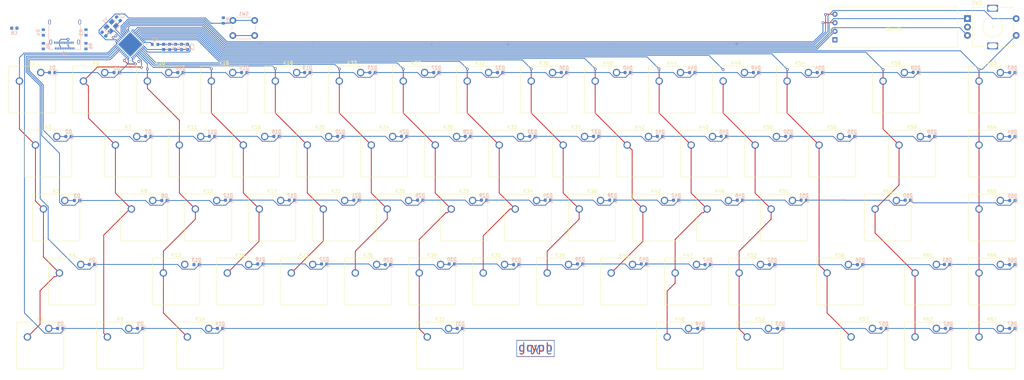
<source format=kicad_pcb>
(kicad_pcb (version 20171130) (host pcbnew "(5.1.9)-1")
  (layers (0 F.Cu signal) (31 B.Cu signal) (34 B.Paste user) (35 F.Paste user) (36 B.SilkS user) (37 F.SilkS user) (38 B.Mask user) (39 F.Mask user) (44 Edge.Cuts user))
  (net 0 "")
  (net 1 xtal1)
  (net 2 ugnd)
  (net 3 xtal2)
  (net 4 VCC)
  (net 5 ucap)
  (net 6 row0)
  (net 7 "Net-(D1-Pad2)")
  (net 8 row1)
  (net 9 "Net-(D2-Pad2)")
  (net 10 "Net-(D3-Pad2)")
  (net 11 row2)
  (net 12 row3)
  (net 13 "Net-(D4-Pad2)")
  (net 14 "Net-(D5-Pad2)")
  (net 15 row4)
  (net 16 "Net-(D6-Pad2)")
  (net 17 "Net-(D7-Pad2)")
  (net 18 "Net-(D8-Pad2)")
  (net 19 "Net-(D9-Pad2)")
  (net 20 "Net-(D10-Pad2)")
  (net 21 "Net-(D11-Pad2)")
  (net 22 "Net-(D12-Pad2)")
  (net 23 "Net-(D13-Pad2)")
  (net 24 "Net-(D14-Pad2)")
  (net 25 "Net-(D15-Pad2)")
  (net 26 "Net-(D16-Pad2)")
  (net 27 "Net-(D17-Pad2)")
  (net 28 "Net-(D18-Pad2)")
  (net 29 "Net-(D19-Pad2)")
  (net 30 "Net-(D20-Pad2)")
  (net 31 "Net-(D21-Pad2)")
  (net 32 "Net-(D22-Pad2)")
  (net 33 "Net-(D23-Pad2)")
  (net 34 "Net-(D24-Pad2)")
  (net 35 "Net-(D25-Pad2)")
  (net 36 "Net-(D26-Pad2)")
  (net 37 "Net-(D27-Pad2)")
  (net 38 "Net-(D28-Pad2)")
  (net 39 "Net-(D29-Pad2)")
  (net 40 "Net-(D30-Pad2)")
  (net 41 "Net-(D31-Pad2)")
  (net 42 "Net-(D32-Pad2)")
  (net 43 "Net-(D33-Pad2)")
  (net 44 "Net-(D34-Pad2)")
  (net 45 "Net-(D35-Pad2)")
  (net 46 "Net-(D36-Pad2)")
  (net 47 "Net-(D37-Pad2)")
  (net 48 "Net-(D38-Pad2)")
  (net 49 "Net-(D39-Pad2)")
  (net 50 "Net-(D40-Pad2)")
  (net 51 "Net-(D41-Pad2)")
  (net 52 "Net-(D42-Pad2)")
  (net 53 "Net-(D43-Pad2)")
  (net 54 "Net-(D44-Pad2)")
  (net 55 "Net-(D45-Pad2)")
  (net 56 "Net-(D46-Pad2)")
  (net 57 "Net-(D47-Pad2)")
  (net 58 "Net-(D48-Pad2)")
  (net 59 "Net-(D49-Pad2)")
  (net 60 "Net-(D50-Pad2)")
  (net 61 "Net-(D51-Pad2)")
  (net 62 "Net-(D52-Pad2)")
  (net 63 "Net-(D53-Pad2)")
  (net 64 "Net-(D54-Pad2)")
  (net 65 "Net-(D55-Pad2)")
  (net 66 "Net-(D56-Pad2)")
  (net 67 "Net-(D57-Pad2)")
  (net 68 "Net-(D58-Pad2)")
  (net 69 "Net-(D59-Pad2)")
  (net 70 "Net-(D60-Pad2)")
  (net 71 "Net-(D61-Pad2)")
  (net 72 "Net-(D62-Pad2)")
  (net 73 "Net-(D63-Pad2)")
  (net 74 "Net-(D64-Pad2)")
  (net 75 "Net-(D65-Pad2)")
  (net 76 "Net-(D66-Pad2)")
  (net 77 "Net-(D67-Pad2)")
  (net 78 "Net-(J1-PadA5)")
  (net 79 "Net-(J1-PadA6)")
  (net 80 "Net-(J1-PadA7)")
  (net 81 "Net-(J1-PadA8)")
  (net 82 "Net-(J1-PadB5)")
  (net 83 "Net-(J1-PadB8)")
  (net 84 col0)
  (net 85 col1)
  (net 86 col2)
  (net 87 col3)
  (net 88 col4)
  (net 89 col5)
  (net 90 col6)
  (net 91 col7)
  (net 92 col8)
  (net 93 col9)
  (net 94 col10)
  (net 95 col11)
  (net 96 col12)
  (net 97 col13)
  (net 98 col14)
  (net 99 reset)
  (net 100 hwb)
  (net 101 D-)
  (net 102 D+)
  (net 103 sck)
  (net 104 sda)
  (net 105 "Net-(U1-Pad42)")
  (net 106 "Net-(U1-Pad45)")
  (net 107 rowE)
  (net 108 encA)
  (net 109 encB)
  (module Capacitor_SMD:C_0603_1608Metric (layer B.Cu) (at 68.326 37.592)
    (fp_text reference C8 (at 0 1.43) (layer B.SilkS) (effects (justify mirror)))
    (fp_text value 1u)
    (pad 2 smd roundrect (at 0.775 0) (size 0.9 0.95) (layers B.Cu B.Paste B.Mask) (net 5 ucap))
    (pad 1 smd roundrect (at -0.775 0) (size 0.9 0.95) (layers B.Cu B.Paste B.Mask) (net 2 ugnd))
  )
  (module Connector_USB:USB_C_Receptacle_Amphenol_12401610E4-2A (layer B.Cu) (at 83.312 38.608)
    (fp_text reference J1 (at 0 6.36) (layer B.SilkS) (effects (justify mirror)))
    (fp_text value USB_C_Receptacle_USB2.0)
    (pad B12 smd rect (at -3 3.32) (size 0.3 0.7) (layers B.Cu B.Paste B.Mask) (net 2 ugnd))
    (pad B11 smd rect (at -2.5 3.32) (size 0.3 0.7) (layers B.Cu B.Paste B.Mask))
    (pad B10 smd rect (at -2 3.32) (size 0.3 0.7) (layers B.Cu B.Paste B.Mask))
    (pad B9 smd rect (at -1.5 3.32) (size 0.3 0.7) (layers B.Cu B.Paste B.Mask) (net 4 VCC))
    (pad B8 smd rect (at -1 3.32) (size 0.3 0.7) (layers B.Cu B.Paste B.Mask) (net 83 "Net-(J1-PadB8)"))
    (pad B7 smd rect (at -0.5 3.32) (size 0.3 0.7) (layers B.Cu B.Paste B.Mask) (net 80 "Net-(J1-PadA7)"))
    (pad B6 smd rect (at 0 3.32) (size 0.3 0.7) (layers B.Cu B.Paste B.Mask) (net 79 "Net-(J1-PadA6)"))
    (pad B5 smd rect (at 0.5 3.32) (size 0.3 0.7) (layers B.Cu B.Paste B.Mask) (net 82 "Net-(J1-PadB5)"))
    (pad B4 smd rect (at 1 3.32) (size 0.3 0.7) (layers B.Cu B.Paste B.Mask) (net 4 VCC))
    (pad B3 smd rect (at 1.5 3.32) (size 0.3 0.7) (layers B.Cu B.Paste B.Mask))
    (pad B2 smd rect (at 2 3.32) (size 0.3 0.7) (layers B.Cu B.Paste B.Mask))
    (pad "" np_thru_hole circle (at -3.6 4.36) (size 0.65 0.65) (drill 0.65) (layers *.Cu *.Mask))
    (pad "" np_thru_hole oval (at 3.6 4.36) (size 0.95 0.65) (drill oval 0.95 0.65) (layers *.Cu *.Mask))
    (pad S1 thru_hole oval (at -4.49 -2.84) (size 0.8 1.4) (drill oval 0.5 1.1) (layers *.Cu *.Mask) (net 2 ugnd))
    (pad S1 thru_hole oval (at 4.49 -2.84) (size 0.8 1.4) (drill oval 0.5 1.1) (layers *.Cu *.Mask) (net 2 ugnd))
    (pad S1 thru_hole oval (at 4.13 3.11) (size 0.8 1.4) (drill oval 0.5 1.1) (layers *.Cu *.Mask) (net 2 ugnd))
    (pad B1 smd rect (at 2.5 3.32) (size 0.3 0.7) (layers B.Cu B.Paste B.Mask) (net 2 ugnd))
    (pad A11 smd rect (at 2.25 5.02) (size 0.3 0.7) (layers B.Cu B.Paste B.Mask))
    (pad A8 smd rect (at 0.75 5.02) (size 0.3 0.7) (layers B.Cu B.Paste B.Mask) (net 81 "Net-(J1-PadA8)"))
    (pad A9 smd rect (at 1.25 5.02) (size 0.3 0.7) (layers B.Cu B.Paste B.Mask) (net 4 VCC))
    (pad A10 smd rect (at 1.75 5.02) (size 0.3 0.7) (layers B.Cu B.Paste B.Mask))
    (pad A12 smd rect (at 2.75 5.02) (size 0.3 0.7) (layers B.Cu B.Paste B.Mask) (net 2 ugnd))
    (pad A7 smd rect (at 0.25 5.02) (size 0.3 0.7) (layers B.Cu B.Paste B.Mask) (net 80 "Net-(J1-PadA7)"))
    (pad A6 smd rect (at -0.25 5.02) (size 0.3 0.7) (layers B.Cu B.Paste B.Mask) (net 79 "Net-(J1-PadA6)"))
    (pad A5 smd rect (at -0.75 5.02) (size 0.3 0.7) (layers B.Cu B.Paste B.Mask) (net 78 "Net-(J1-PadA5)"))
    (pad A4 smd rect (at -1.25 5.02) (size 0.3 0.7) (layers B.Cu B.Paste B.Mask) (net 4 VCC))
    (pad A3 smd rect (at -1.75 5.02) (size 0.3 0.7) (layers B.Cu B.Paste B.Mask))
    (pad A2 smd rect (at -2.25 5.02) (size 0.3 0.7) (layers B.Cu B.Paste B.Mask))
    (pad A1 smd rect (at -2.75 5.02) (size 0.3 0.7) (layers B.Cu B.Paste B.Mask) (net 2 ugnd))
    (pad S1 thru_hole oval (at -4.13 3.11) (size 0.8 1.4) (drill oval 0.5 1.1) (layers *.Cu *.Mask) (net 2 ugnd))
  )
  (module Crystal:Crystal_SMD_3225-4Pin_3.2x2.5mm (layer B.Cu) (at 97.155 37.084 225)
    (fp_text reference Y1 (at 0 2.45 45) (layer B.SilkS) (effects (justify mirror)))
    (fp_text value Crystal_Small)
    (pad 1 smd rect (at -1.1 -0.85 225) (size 1.4 1.2) (layers B.Cu B.Paste B.Mask) (net 1 xtal1))
    (pad 2 smd rect (at 1.1 -0.85 225) (size 1.4 1.2) (layers B.Cu B.Paste B.Mask) (net 3 xtal2))
    (pad 3 smd rect (at 1.1 0.85 225) (size 1.4 1.2) (layers B.Cu B.Paste B.Mask))
    (pad 4 smd rect (at -1.1 0.85 225) (size 1.4 1.2) (layers B.Cu B.Paste B.Mask))
  )
  (module oled:OLED-SSD1306 (layer F.Cu) (at 330.19 37.25)
    (fp_text reference OLED1 (at 0 0.5) (layer F.SilkS))
    (fp_text value SSD1306-128x32)
    (pad 1 thru_hole circle (at -17.5 -3.81) (size 1.524 1.524) (drill 0.762) (layers *.Cu *.Mask) (net 104 sda))
    (pad 2 thru_hole circle (at -17.5 -1.27) (size 1.524 1.524) (drill 0.762) (layers *.Cu *.Mask) (net 103 sck))
    (pad 3 thru_hole circle (at -17.5 1.27) (size 1.524 1.524) (drill 0.762) (layers *.Cu *.Mask) (net 4 VCC))
    (pad 4 thru_hole rect (at -17.5 3.81) (size 1.524 1.524) (drill 0.762) (layers *.Cu *.Mask) (net 2 ugnd))
  )
  (module Button_Switch_Keyboard:SW_Cherry_MX_1.00u_PCB (layer F.Cu) (at 304.8 50.8)
    (fp_text reference K54 (at -2.54 -2.794) (layer F.SilkS))
    (fp_text value KEYSW)
    (pad "" np_thru_hole circle (at 2.54 5.08) (size 1.7 1.7) (drill 1.7) (layers *.Cu *.Mask))
    (pad "" np_thru_hole circle (at -7.62 5.08) (size 1.7 1.7) (drill 1.7) (layers *.Cu *.Mask))
    (pad "" np_thru_hole circle (at -2.54 5.08) (size 4 4) (drill 4) (layers *.Cu *.Mask))
    (pad 2 thru_hole circle (at -6.35 2.54) (size 2.2 2.2) (drill 1.5) (layers *.Cu *.Mask) (net 96 col12))
    (pad 1 thru_hole circle (at 0 0) (size 2.2 2.2) (drill 1.5) (layers *.Cu *.Mask) (net 64 "Net-(D54-Pad2)"))
  )
  (module Capacitor_SMD:C_0603_1608Metric (layer B.Cu) (at 99.314 34.798 135)
    (fp_text reference C1 (at 0 1.43 135) (layer B.SilkS) (effects (justify mirror)))
    (fp_text value 22p)
    (pad 1 smd roundrect (at -0.775 0 135) (size 0.9 0.95) (layers B.Cu B.Paste B.Mask) (net 1 xtal1))
    (pad 2 smd roundrect (at 0.775 0 135) (size 0.9 0.95) (layers B.Cu B.Paste B.Mask) (net 2 ugnd))
  )
  (module Capacitor_SMD:C_0603_1608Metric (layer B.Cu) (at 94.996 39.37 135)
    (fp_text reference C2 (at 0 1.43 135) (layer B.SilkS) (effects (justify mirror)))
    (fp_text value 22p)
    (pad 2 smd roundrect (at 0.775 0 135) (size 0.9 0.95) (layers B.Cu B.Paste B.Mask) (net 2 ugnd))
    (pad 1 smd roundrect (at -0.775 0 135) (size 0.9 0.95) (layers B.Cu B.Paste B.Mask) (net 3 xtal2))
  )
  (module Capacitor_SMD:C_0603_1608Metric (layer B.Cu) (at 119.888 43.167 90)
    (fp_text reference C3 (at 0 1.43 90) (layer B.SilkS) (effects (justify mirror)))
    (fp_text value 0.1u)
    (pad 2 smd roundrect (at 0.775 0 90) (size 0.9 0.95) (layers B.Cu B.Paste B.Mask) (net 2 ugnd))
    (pad 1 smd roundrect (at -0.775 0 90) (size 0.9 0.95) (layers B.Cu B.Paste B.Mask) (net 4 VCC))
  )
  (module Capacitor_SMD:C_0603_1608Metric (layer B.Cu) (at 118.11 43.167 90)
    (fp_text reference C4 (at 0 1.43 90) (layer B.SilkS) (effects (justify mirror)))
    (fp_text value 0.1u)
    (pad 2 smd roundrect (at 0.775 0 90) (size 0.9 0.95) (layers B.Cu B.Paste B.Mask) (net 2 ugnd))
    (pad 1 smd roundrect (at -0.775 0 90) (size 0.9 0.95) (layers B.Cu B.Paste B.Mask) (net 4 VCC))
  )
  (module Capacitor_SMD:C_0603_1608Metric (layer B.Cu) (at 116.332 43.167 90)
    (fp_text reference C5 (at 0 1.43 90) (layer B.SilkS) (effects (justify mirror)))
    (fp_text value 0.1u)
    (pad 1 smd roundrect (at -0.775 0 90) (size 0.9 0.95) (layers B.Cu B.Paste B.Mask) (net 4 VCC))
    (pad 2 smd roundrect (at 0.775 0 90) (size 0.9 0.95) (layers B.Cu B.Paste B.Mask) (net 2 ugnd))
  )
  (module Capacitor_SMD:C_0603_1608Metric (layer B.Cu) (at 114.554 43.167 90)
    (fp_text reference C6 (at 0 1.43 90) (layer B.SilkS) (effects (justify mirror)))
    (fp_text value 0.1u)
    (pad 1 smd roundrect (at -0.775 0 90) (size 0.9 0.95) (layers B.Cu B.Paste B.Mask) (net 4 VCC))
    (pad 2 smd roundrect (at 0.775 0 90) (size 0.9 0.95) (layers B.Cu B.Paste B.Mask) (net 2 ugnd))
  )
  (module Capacitor_SMD:C_0603_1608Metric (layer B.Cu) (at 112.776 43.167 90)
    (fp_text reference C7 (at 0 1.43 90) (layer B.SilkS) (effects (justify mirror)))
    (fp_text value 10u)
    (pad 2 smd roundrect (at 0.775 0 90) (size 0.9 0.95) (layers B.Cu B.Paste B.Mask) (net 2 ugnd))
    (pad 1 smd roundrect (at -0.775 0 90) (size 0.9 0.95) (layers B.Cu B.Paste B.Mask) (net 4 VCC))
  )
  (module Diode_SMD:D_0603_1608Metric (layer B.Cu) (at 79.6 50.8 180)
    (fp_text reference D1 (at 0 1.43) (layer B.SilkS) (effects (justify mirror)))
    (fp_text value D)
    (pad 1 smd roundrect (at -0.7875 0 180) (size 0.875 0.95) (layers B.Cu B.Paste B.Mask) (net 6 row0))
    (pad 2 smd roundrect (at 0.7875 0 180) (size 0.875 0.95) (layers B.Cu B.Paste B.Mask) (net 7 "Net-(D1-Pad2)"))
  )
  (module Diode_SMD:D_0603_1608Metric (layer B.Cu) (at 84.455 69.85 180)
    (fp_text reference D2 (at 0 1.43) (layer B.SilkS) (effects (justify mirror)))
    (fp_text value D)
    (pad 1 smd roundrect (at -0.7875 0 180) (size 0.875 0.95) (layers B.Cu B.Paste B.Mask) (net 8 row1))
    (pad 2 smd roundrect (at 0.7875 0 180) (size 0.875 0.95) (layers B.Cu B.Paste B.Mask) (net 9 "Net-(D2-Pad2)"))
  )
  (module Diode_SMD:D_0603_1608Metric (layer B.Cu) (at 86.995 88.9 180)
    (fp_text reference D3 (at 0 1.43) (layer B.SilkS) (effects (justify mirror)))
    (fp_text value D)
    (pad 2 smd roundrect (at 0.7875 0 180) (size 0.875 0.95) (layers B.Cu B.Paste B.Mask) (net 10 "Net-(D3-Pad2)"))
    (pad 1 smd roundrect (at -0.7875 0 180) (size 0.875 0.95) (layers B.Cu B.Paste B.Mask) (net 11 row2))
  )
  (module Diode_SMD:D_0603_1608Metric (layer B.Cu) (at 91.44 107.95 180)
    (fp_text reference D4 (at 0 1.43) (layer B.SilkS) (effects (justify mirror)))
    (fp_text value D)
    (pad 1 smd roundrect (at -0.7875 0 180) (size 0.875 0.95) (layers B.Cu B.Paste B.Mask) (net 12 row3))
    (pad 2 smd roundrect (at 0.7875 0 180) (size 0.875 0.95) (layers B.Cu B.Paste B.Mask) (net 13 "Net-(D4-Pad2)"))
  )
  (module Diode_SMD:D_0603_1608Metric (layer B.Cu) (at 82 127 180)
    (fp_text reference D5 (at 0 1.43) (layer B.SilkS) (effects (justify mirror)))
    (fp_text value D)
    (pad 2 smd roundrect (at 0.7875 0 180) (size 0.875 0.95) (layers B.Cu B.Paste B.Mask) (net 14 "Net-(D5-Pad2)"))
    (pad 1 smd roundrect (at -0.7875 0 180) (size 0.875 0.95) (layers B.Cu B.Paste B.Mask) (net 15 row4))
  )
  (module Diode_SMD:D_0603_1608Metric (layer B.Cu) (at 98.8 50.8 180)
    (fp_text reference D6 (at 0 1.43) (layer B.SilkS) (effects (justify mirror)))
    (fp_text value D)
    (pad 2 smd roundrect (at 0.7875 0 180) (size 0.875 0.95) (layers B.Cu B.Paste B.Mask) (net 16 "Net-(D6-Pad2)"))
    (pad 1 smd roundrect (at -0.7875 0 180) (size 0.875 0.95) (layers B.Cu B.Paste B.Mask) (net 6 row0))
  )
  (module Diode_SMD:D_0603_1608Metric (layer B.Cu) (at 108.2 69.8 180)
    (fp_text reference D7 (at 0 1.43) (layer B.SilkS) (effects (justify mirror)))
    (fp_text value D)
    (pad 2 smd roundrect (at 0.7875 0 180) (size 0.875 0.95) (layers B.Cu B.Paste B.Mask) (net 17 "Net-(D7-Pad2)"))
    (pad 1 smd roundrect (at -0.7875 0 180) (size 0.875 0.95) (layers B.Cu B.Paste B.Mask) (net 8 row1))
  )
  (module Diode_SMD:D_0603_1608Metric (layer B.Cu) (at 113.03 88.9 180)
    (fp_text reference D8 (at 0 1.43) (layer B.SilkS) (effects (justify mirror)))
    (fp_text value D)
    (pad 1 smd roundrect (at -0.7875 0 180) (size 0.875 0.95) (layers B.Cu B.Paste B.Mask) (net 11 row2))
    (pad 2 smd roundrect (at 0.7875 0 180) (size 0.875 0.95) (layers B.Cu B.Paste B.Mask) (net 18 "Net-(D8-Pad2)"))
  )
  (module Diode_SMD:D_0603_1608Metric (layer B.Cu) (at 105.8 127 180)
    (fp_text reference D9 (at 0 1.43) (layer B.SilkS) (effects (justify mirror)))
    (fp_text value D)
    (pad 2 smd roundrect (at 0.7875 0 180) (size 0.875 0.95) (layers B.Cu B.Paste B.Mask) (net 19 "Net-(D9-Pad2)"))
    (pad 1 smd roundrect (at -0.7875 0 180) (size 0.875 0.95) (layers B.Cu B.Paste B.Mask) (net 15 row4))
  )
  (module Diode_SMD:D_0603_1608Metric (layer B.Cu) (at 117.8 50.8 180)
    (fp_text reference D10 (at 0 1.43) (layer B.SilkS) (effects (justify mirror)))
    (fp_text value D)
    (pad 2 smd roundrect (at 0.7875 0 180) (size 0.875 0.95) (layers B.Cu B.Paste B.Mask) (net 20 "Net-(D10-Pad2)"))
    (pad 1 smd roundrect (at -0.7875 0 180) (size 0.875 0.95) (layers B.Cu B.Paste B.Mask) (net 6 row0))
  )
  (module Diode_SMD:D_0603_1608Metric (layer B.Cu) (at 127.2 69.8 180)
    (fp_text reference D11 (at 0 1.43) (layer B.SilkS) (effects (justify mirror)))
    (fp_text value D)
    (pad 2 smd roundrect (at 0.7875 0 180) (size 0.875 0.95) (layers B.Cu B.Paste B.Mask) (net 21 "Net-(D11-Pad2)"))
    (pad 1 smd roundrect (at -0.7875 0 180) (size 0.875 0.95) (layers B.Cu B.Paste B.Mask) (net 8 row1))
  )
  (module Diode_SMD:D_0603_1608Metric (layer B.Cu) (at 132 88.8 180)
    (fp_text reference D12 (at 0 1.43) (layer B.SilkS) (effects (justify mirror)))
    (fp_text value D)
    (pad 1 smd roundrect (at -0.7875 0 180) (size 0.875 0.95) (layers B.Cu B.Paste B.Mask) (net 11 row2))
    (pad 2 smd roundrect (at 0.7875 0 180) (size 0.875 0.95) (layers B.Cu B.Paste B.Mask) (net 22 "Net-(D12-Pad2)"))
  )
  (module Diode_SMD:D_0603_1608Metric (layer B.Cu) (at 122.6 108 180)
    (fp_text reference D13 (at 0 1.43) (layer B.SilkS) (effects (justify mirror)))
    (fp_text value D)
    (pad 1 smd roundrect (at -0.7875 0 180) (size 0.875 0.95) (layers B.Cu B.Paste B.Mask) (net 12 row3))
    (pad 2 smd roundrect (at 0.7875 0 180) (size 0.875 0.95) (layers B.Cu B.Paste B.Mask) (net 23 "Net-(D13-Pad2)"))
  )
  (module Diode_SMD:D_0603_1608Metric (layer B.Cu) (at 129.6 127 180)
    (fp_text reference D14 (at 0 1.43) (layer B.SilkS) (effects (justify mirror)))
    (fp_text value D)
    (pad 2 smd roundrect (at 0.7875 0 180) (size 0.875 0.95) (layers B.Cu B.Paste B.Mask) (net 24 "Net-(D14-Pad2)"))
    (pad 1 smd roundrect (at -0.7875 0 180) (size 0.875 0.95) (layers B.Cu B.Paste B.Mask) (net 15 row4))
  )
  (module Diode_SMD:D_0603_1608Metric (layer B.Cu) (at 136.8 50.8 180)
    (fp_text reference D15 (at 0 1.43) (layer B.SilkS) (effects (justify mirror)))
    (fp_text value D)
    (pad 1 smd roundrect (at -0.7875 0 180) (size 0.875 0.95) (layers B.Cu B.Paste B.Mask) (net 6 row0))
    (pad 2 smd roundrect (at 0.7875 0 180) (size 0.875 0.95) (layers B.Cu B.Paste B.Mask) (net 25 "Net-(D15-Pad2)"))
  )
  (module Diode_SMD:D_0603_1608Metric (layer B.Cu) (at 146.4 69.8 180)
    (fp_text reference D16 (at 0 1.43) (layer B.SilkS) (effects (justify mirror)))
    (fp_text value D)
    (pad 1 smd roundrect (at -0.7875 0 180) (size 0.875 0.95) (layers B.Cu B.Paste B.Mask) (net 8 row1))
    (pad 2 smd roundrect (at 0.7875 0 180) (size 0.875 0.95) (layers B.Cu B.Paste B.Mask) (net 26 "Net-(D16-Pad2)"))
  )
  (module Diode_SMD:D_0603_1608Metric (layer B.Cu) (at 151 88.8 180)
    (fp_text reference D17 (at 0 1.43) (layer B.SilkS) (effects (justify mirror)))
    (fp_text value D)
    (pad 2 smd roundrect (at 0.7875 0 180) (size 0.875 0.95) (layers B.Cu B.Paste B.Mask) (net 27 "Net-(D17-Pad2)"))
    (pad 1 smd roundrect (at -0.7875 0 180) (size 0.875 0.95) (layers B.Cu B.Paste B.Mask) (net 11 row2))
  )
  (module Diode_SMD:D_0603_1608Metric (layer B.Cu) (at 141.6 107.8 180)
    (fp_text reference D18 (at 0 1.43) (layer B.SilkS) (effects (justify mirror)))
    (fp_text value D)
    (pad 1 smd roundrect (at -0.7875 0 180) (size 0.875 0.95) (layers B.Cu B.Paste B.Mask) (net 12 row3))
    (pad 2 smd roundrect (at 0.7875 0 180) (size 0.875 0.95) (layers B.Cu B.Paste B.Mask) (net 28 "Net-(D18-Pad2)"))
  )
  (module Diode_SMD:D_0603_1608Metric (layer B.Cu) (at 155.575 50.8 180)
    (fp_text reference D19 (at 0 1.43) (layer B.SilkS) (effects (justify mirror)))
    (fp_text value D)
    (pad 1 smd roundrect (at -0.7875 0 180) (size 0.875 0.95) (layers B.Cu B.Paste B.Mask) (net 6 row0))
    (pad 2 smd roundrect (at 0.7875 0 180) (size 0.875 0.95) (layers B.Cu B.Paste B.Mask) (net 29 "Net-(D19-Pad2)"))
  )
  (module Diode_SMD:D_0603_1608Metric (layer B.Cu) (at 165.4 69.8 180)
    (fp_text reference D20 (at 0 1.43) (layer B.SilkS) (effects (justify mirror)))
    (fp_text value D)
    (pad 2 smd roundrect (at 0.7875 0 180) (size 0.875 0.95) (layers B.Cu B.Paste B.Mask) (net 30 "Net-(D20-Pad2)"))
    (pad 1 smd roundrect (at -0.7875 0 180) (size 0.875 0.95) (layers B.Cu B.Paste B.Mask) (net 8 row1))
  )
  (module Diode_SMD:D_0603_1608Metric (layer B.Cu) (at 170.2 88.8 180)
    (fp_text reference D21 (at 0 1.43) (layer B.SilkS) (effects (justify mirror)))
    (fp_text value D)
    (pad 1 smd roundrect (at -0.7875 0 180) (size 0.875 0.95) (layers B.Cu B.Paste B.Mask) (net 11 row2))
    (pad 2 smd roundrect (at 0.7875 0 180) (size 0.875 0.95) (layers B.Cu B.Paste B.Mask) (net 31 "Net-(D21-Pad2)"))
  )
  (module Diode_SMD:D_0603_1608Metric (layer B.Cu) (at 160.6 107.8 180)
    (fp_text reference D22 (at 0 1.43) (layer B.SilkS) (effects (justify mirror)))
    (fp_text value D)
    (pad 2 smd roundrect (at 0.7875 0 180) (size 0.875 0.95) (layers B.Cu B.Paste B.Mask) (net 32 "Net-(D22-Pad2)"))
    (pad 1 smd roundrect (at -0.7875 0 180) (size 0.875 0.95) (layers B.Cu B.Paste B.Mask) (net 12 row3))
  )
  (module Diode_SMD:D_0603_1608Metric (layer B.Cu) (at 175 50.8 180)
    (fp_text reference D23 (at 0 1.43) (layer B.SilkS) (effects (justify mirror)))
    (fp_text value D)
    (pad 1 smd roundrect (at -0.7875 0 180) (size 0.875 0.95) (layers B.Cu B.Paste B.Mask) (net 6 row0))
    (pad 2 smd roundrect (at 0.7875 0 180) (size 0.875 0.95) (layers B.Cu B.Paste B.Mask) (net 33 "Net-(D23-Pad2)"))
  )
  (module Diode_SMD:D_0603_1608Metric (layer B.Cu) (at 184.4 69.8 180)
    (fp_text reference D24 (at 0 1.43) (layer B.SilkS) (effects (justify mirror)))
    (fp_text value D)
    (pad 1 smd roundrect (at -0.7875 0 180) (size 0.875 0.95) (layers B.Cu B.Paste B.Mask) (net 8 row1))
    (pad 2 smd roundrect (at 0.7875 0 180) (size 0.875 0.95) (layers B.Cu B.Paste B.Mask) (net 34 "Net-(D24-Pad2)"))
  )
  (module Diode_SMD:D_0603_1608Metric (layer B.Cu) (at 189.2 88.8 180)
    (fp_text reference D25 (at 0 1.43) (layer B.SilkS) (effects (justify mirror)))
    (fp_text value D)
    (pad 1 smd roundrect (at -0.7875 0 180) (size 0.875 0.95) (layers B.Cu B.Paste B.Mask) (net 11 row2))
    (pad 2 smd roundrect (at 0.7875 0 180) (size 0.875 0.95) (layers B.Cu B.Paste B.Mask) (net 35 "Net-(D25-Pad2)"))
  )
  (module Diode_SMD:D_0603_1608Metric (layer B.Cu) (at 179.6 108 180)
    (fp_text reference D26 (at 0 1.43) (layer B.SilkS) (effects (justify mirror)))
    (fp_text value D)
    (pad 2 smd roundrect (at 0.7875 0 180) (size 0.875 0.95) (layers B.Cu B.Paste B.Mask) (net 36 "Net-(D26-Pad2)"))
    (pad 1 smd roundrect (at -0.7875 0 180) (size 0.875 0.95) (layers B.Cu B.Paste B.Mask) (net 12 row3))
  )
  (module Diode_SMD:D_0603_1608Metric (layer B.Cu) (at 194 50.8 180)
    (fp_text reference D27 (at 0 1.43) (layer B.SilkS) (effects (justify mirror)))
    (fp_text value D)
    (pad 2 smd roundrect (at 0.7875 0 180) (size 0.875 0.95) (layers B.Cu B.Paste B.Mask) (net 37 "Net-(D27-Pad2)"))
    (pad 1 smd roundrect (at -0.7875 0 180) (size 0.875 0.95) (layers B.Cu B.Paste B.Mask) (net 6 row0))
  )
  (module Diode_SMD:D_0603_1608Metric (layer B.Cu) (at 203.4 69.8 180)
    (fp_text reference D28 (at 0 1.43) (layer B.SilkS) (effects (justify mirror)))
    (fp_text value D)
    (pad 2 smd roundrect (at 0.7875 0 180) (size 0.875 0.95) (layers B.Cu B.Paste B.Mask) (net 38 "Net-(D28-Pad2)"))
    (pad 1 smd roundrect (at -0.7875 0 180) (size 0.875 0.95) (layers B.Cu B.Paste B.Mask) (net 8 row1))
  )
  (module Diode_SMD:D_0603_1608Metric (layer B.Cu) (at 208.2125 88.8 180)
    (fp_text reference D29 (at 0 1.43) (layer B.SilkS) (effects (justify mirror)))
    (fp_text value D)
    (pad 2 smd roundrect (at 0.7875 0 180) (size 0.875 0.95) (layers B.Cu B.Paste B.Mask) (net 39 "Net-(D29-Pad2)"))
    (pad 1 smd roundrect (at -0.7875 0 180) (size 0.875 0.95) (layers B.Cu B.Paste B.Mask) (net 11 row2))
  )
  (module Diode_SMD:D_0603_1608Metric (layer B.Cu) (at 198.6 107.8 180)
    (fp_text reference D30 (at 0 1.43) (layer B.SilkS) (effects (justify mirror)))
    (fp_text value D)
    (pad 1 smd roundrect (at -0.7875 0 180) (size 0.875 0.95) (layers B.Cu B.Paste B.Mask) (net 12 row3))
    (pad 2 smd roundrect (at 0.7875 0 180) (size 0.875 0.95) (layers B.Cu B.Paste B.Mask) (net 40 "Net-(D30-Pad2)"))
  )
  (module Diode_SMD:D_0603_1608Metric (layer B.Cu) (at 201 127 180)
    (fp_text reference D31 (at 0 1.43) (layer B.SilkS) (effects (justify mirror)))
    (fp_text value D)
    (pad 2 smd roundrect (at 0.7875 0 180) (size 0.875 0.95) (layers B.Cu B.Paste B.Mask) (net 41 "Net-(D31-Pad2)"))
    (pad 1 smd roundrect (at -0.7875 0 180) (size 0.875 0.95) (layers B.Cu B.Paste B.Mask) (net 15 row4))
  )
  (module Diode_SMD:D_0603_1608Metric (layer B.Cu) (at 213 50.8 180)
    (fp_text reference D32 (at 0 1.43) (layer B.SilkS) (effects (justify mirror)))
    (fp_text value D)
    (pad 1 smd roundrect (at -0.7875 0 180) (size 0.875 0.95) (layers B.Cu B.Paste B.Mask) (net 6 row0))
    (pad 2 smd roundrect (at 0.7875 0 180) (size 0.875 0.95) (layers B.Cu B.Paste B.Mask) (net 42 "Net-(D32-Pad2)"))
  )
  (module Diode_SMD:D_0603_1608Metric (layer B.Cu) (at 222.6 69.8 180)
    (fp_text reference D33 (at 0 1.43) (layer B.SilkS) (effects (justify mirror)))
    (fp_text value D)
    (pad 2 smd roundrect (at 0.7875 0 180) (size 0.875 0.95) (layers B.Cu B.Paste B.Mask) (net 43 "Net-(D33-Pad2)"))
    (pad 1 smd roundrect (at -0.7875 0 180) (size 0.875 0.95) (layers B.Cu B.Paste B.Mask) (net 8 row1))
  )
  (module Diode_SMD:D_0603_1608Metric (layer B.Cu) (at 227.2 88.8 180)
    (fp_text reference D34 (at 0 1.43) (layer B.SilkS) (effects (justify mirror)))
    (fp_text value D)
    (pad 1 smd roundrect (at -0.7875 0 180) (size 0.875 0.95) (layers B.Cu B.Paste B.Mask) (net 11 row2))
    (pad 2 smd roundrect (at 0.7875 0 180) (size 0.875 0.95) (layers B.Cu B.Paste B.Mask) (net 44 "Net-(D34-Pad2)"))
  )
  (module Diode_SMD:D_0603_1608Metric (layer B.Cu) (at 217.8 108 180)
    (fp_text reference D35 (at 0 1.43) (layer B.SilkS) (effects (justify mirror)))
    (fp_text value D)
    (pad 2 smd roundrect (at 0.7875 0 180) (size 0.875 0.95) (layers B.Cu B.Paste B.Mask) (net 45 "Net-(D35-Pad2)"))
    (pad 1 smd roundrect (at -0.7875 0 180) (size 0.875 0.95) (layers B.Cu B.Paste B.Mask) (net 12 row3))
  )
  (module Diode_SMD:D_0603_1608Metric (layer B.Cu) (at 232 50.8 180)
    (fp_text reference D36 (at 0 1.43) (layer B.SilkS) (effects (justify mirror)))
    (fp_text value D)
    (pad 2 smd roundrect (at 0.7875 0 180) (size 0.875 0.95) (layers B.Cu B.Paste B.Mask) (net 46 "Net-(D36-Pad2)"))
    (pad 1 smd roundrect (at -0.7875 0 180) (size 0.875 0.95) (layers B.Cu B.Paste B.Mask) (net 6 row0))
  )
  (module Diode_SMD:D_0603_1608Metric (layer B.Cu) (at 241.6 69.8 180)
    (fp_text reference D37 (at 0 1.43) (layer B.SilkS) (effects (justify mirror)))
    (fp_text value D)
    (pad 1 smd roundrect (at -0.7875 0 180) (size 0.875 0.95) (layers B.Cu B.Paste B.Mask) (net 8 row1))
    (pad 2 smd roundrect (at 0.7875 0 180) (size 0.875 0.95) (layers B.Cu B.Paste B.Mask) (net 47 "Net-(D37-Pad2)"))
  )
  (module Diode_SMD:D_0603_1608Metric (layer B.Cu) (at 246.4 88.8 180)
    (fp_text reference D38 (at 0 1.43) (layer B.SilkS) (effects (justify mirror)))
    (fp_text value D)
    (pad 2 smd roundrect (at 0.7875 0 180) (size 0.875 0.95) (layers B.Cu B.Paste B.Mask) (net 48 "Net-(D38-Pad2)"))
    (pad 1 smd roundrect (at -0.7875 0 180) (size 0.875 0.95) (layers B.Cu B.Paste B.Mask) (net 11 row2))
  )
  (module Diode_SMD:D_0603_1608Metric (layer B.Cu) (at 236.8 107.8 180)
    (fp_text reference D39 (at 0 1.43) (layer B.SilkS) (effects (justify mirror)))
    (fp_text value D)
    (pad 1 smd roundrect (at -0.7875 0 180) (size 0.875 0.95) (layers B.Cu B.Paste B.Mask) (net 12 row3))
    (pad 2 smd roundrect (at 0.7875 0 180) (size 0.875 0.95) (layers B.Cu B.Paste B.Mask) (net 49 "Net-(D39-Pad2)"))
  )
  (module Diode_SMD:D_0603_1608Metric (layer B.Cu) (at 251 50.8 180)
    (fp_text reference D40 (at 0 1.43) (layer B.SilkS) (effects (justify mirror)))
    (fp_text value D)
    (pad 1 smd roundrect (at -0.7875 0 180) (size 0.875 0.95) (layers B.Cu B.Paste B.Mask) (net 6 row0))
    (pad 2 smd roundrect (at 0.7875 0 180) (size 0.875 0.95) (layers B.Cu B.Paste B.Mask) (net 50 "Net-(D40-Pad2)"))
  )
  (module Diode_SMD:D_0603_1608Metric (layer B.Cu) (at 260.6 69.8 180)
    (fp_text reference D41 (at 0 1.43) (layer B.SilkS) (effects (justify mirror)))
    (fp_text value D)
    (pad 2 smd roundrect (at 0.7875 0 180) (size 0.875 0.95) (layers B.Cu B.Paste B.Mask) (net 51 "Net-(D41-Pad2)"))
    (pad 1 smd roundrect (at -0.7875 0 180) (size 0.875 0.95) (layers B.Cu B.Paste B.Mask) (net 8 row1))
  )
  (module Diode_SMD:D_0603_1608Metric (layer B.Cu) (at 265.4 88.8 180)
    (fp_text reference D42 (at 0 1.43) (layer B.SilkS) (effects (justify mirror)))
    (fp_text value D)
    (pad 1 smd roundrect (at -0.7875 0 180) (size 0.875 0.95) (layers B.Cu B.Paste B.Mask) (net 11 row2))
    (pad 2 smd roundrect (at 0.7875 0 180) (size 0.875 0.95) (layers B.Cu B.Paste B.Mask) (net 52 "Net-(D42-Pad2)"))
  )
  (module Diode_SMD:D_0603_1608Metric (layer B.Cu) (at 255.8 107.8 180)
    (fp_text reference D43 (at 0 1.43) (layer B.SilkS) (effects (justify mirror)))
    (fp_text value D)
    (pad 1 smd roundrect (at -0.7875 0 180) (size 0.875 0.95) (layers B.Cu B.Paste B.Mask) (net 12 row3))
    (pad 2 smd roundrect (at 0.7875 0 180) (size 0.875 0.95) (layers B.Cu B.Paste B.Mask) (net 53 "Net-(D43-Pad2)"))
  )
  (module Diode_SMD:D_0603_1608Metric (layer B.Cu) (at 296.4 127 180)
    (fp_text reference D53 (at 0 1.43) (layer B.SilkS) (effects (justify mirror)))
    (fp_text value D)
    (pad 1 smd roundrect (at -0.7875 0 180) (size 0.875 0.95) (layers B.Cu B.Paste B.Mask) (net 15 row4))
    (pad 2 smd roundrect (at 0.7875 0 180) (size 0.875 0.95) (layers B.Cu B.Paste B.Mask) (net 63 "Net-(D53-Pad2)"))
  )
  (module Diode_SMD:D_0603_1608Metric (layer B.Cu) (at 270.2 50.8 180)
    (fp_text reference D44 (at 0 1.43) (layer B.SilkS) (effects (justify mirror)))
    (fp_text value D)
    (pad 2 smd roundrect (at 0.7875 0 180) (size 0.875 0.95) (layers B.Cu B.Paste B.Mask) (net 54 "Net-(D44-Pad2)"))
    (pad 1 smd roundrect (at -0.7875 0 180) (size 0.875 0.95) (layers B.Cu B.Paste B.Mask) (net 6 row0))
  )
  (module Diode_SMD:D_0603_1608Metric (layer B.Cu) (at 279.6 69.8 180)
    (fp_text reference D45 (at 0 1.43) (layer B.SilkS) (effects (justify mirror)))
    (fp_text value D)
    (pad 1 smd roundrect (at -0.7875 0 180) (size 0.875 0.95) (layers B.Cu B.Paste B.Mask) (net 8 row1))
    (pad 2 smd roundrect (at 0.7875 0 180) (size 0.875 0.95) (layers B.Cu B.Paste B.Mask) (net 55 "Net-(D45-Pad2)"))
  )
  (module Diode_SMD:D_0603_1608Metric (layer B.Cu) (at 284.3875 88.8 180)
    (fp_text reference D46 (at 0 1.43) (layer B.SilkS) (effects (justify mirror)))
    (fp_text value D)
    (pad 2 smd roundrect (at 0.7875 0 180) (size 0.875 0.95) (layers B.Cu B.Paste B.Mask) (net 56 "Net-(D46-Pad2)"))
    (pad 1 smd roundrect (at -0.7875 0 180) (size 0.875 0.95) (layers B.Cu B.Paste B.Mask) (net 11 row2))
  )
  (module Diode_SMD:D_0603_1608Metric (layer B.Cu) (at 274.8 108 180)
    (fp_text reference D47 (at 0 1.43) (layer B.SilkS) (effects (justify mirror)))
    (fp_text value D)
    (pad 1 smd roundrect (at -0.7875 0 180) (size 0.875 0.95) (layers B.Cu B.Paste B.Mask) (net 12 row3))
    (pad 2 smd roundrect (at 0.7875 0 180) (size 0.875 0.95) (layers B.Cu B.Paste B.Mask) (net 57 "Net-(D47-Pad2)"))
  )
  (module Diode_SMD:D_0603_1608Metric (layer B.Cu) (at 272.6 127 180)
    (fp_text reference D48 (at 0 1.43) (layer B.SilkS) (effects (justify mirror)))
    (fp_text value D)
    (pad 2 smd roundrect (at 0.7875 0 180) (size 0.875 0.95) (layers B.Cu B.Paste B.Mask) (net 58 "Net-(D48-Pad2)"))
    (pad 1 smd roundrect (at -0.7875 0 180) (size 0.875 0.95) (layers B.Cu B.Paste B.Mask) (net 15 row4))
  )
  (module Diode_SMD:D_0603_1608Metric (layer B.Cu) (at 289.2 50.8 180)
    (fp_text reference D49 (at 0 1.43) (layer B.SilkS) (effects (justify mirror)))
    (fp_text value D)
    (pad 1 smd roundrect (at -0.7875 0 180) (size 0.875 0.95) (layers B.Cu B.Paste B.Mask) (net 6 row0))
    (pad 2 smd roundrect (at 0.7875 0 180) (size 0.875 0.95) (layers B.Cu B.Paste B.Mask) (net 59 "Net-(D49-Pad2)"))
  )
  (module Diode_SMD:D_0603_1608Metric (layer B.Cu) (at 298.8 69.8 180)
    (fp_text reference D50 (at 0 1.43) (layer B.SilkS) (effects (justify mirror)))
    (fp_text value D)
    (pad 2 smd roundrect (at 0.7875 0 180) (size 0.875 0.95) (layers B.Cu B.Paste B.Mask) (net 60 "Net-(D50-Pad2)"))
    (pad 1 smd roundrect (at -0.7875 0 180) (size 0.875 0.95) (layers B.Cu B.Paste B.Mask) (net 8 row1))
  )
  (module Diode_SMD:D_0603_1608Metric (layer B.Cu) (at 303.4 88.8 180)
    (fp_text reference D51 (at 0 1.43) (layer B.SilkS) (effects (justify mirror)))
    (fp_text value D)
    (pad 1 smd roundrect (at -0.7875 0 180) (size 0.875 0.95) (layers B.Cu B.Paste B.Mask) (net 11 row2))
    (pad 2 smd roundrect (at 0.7875 0 180) (size 0.875 0.95) (layers B.Cu B.Paste B.Mask) (net 61 "Net-(D51-Pad2)"))
  )
  (module Diode_SMD:D_0603_1608Metric (layer B.Cu) (at 294 108 180)
    (fp_text reference D52 (at 0 1.43) (layer B.SilkS) (effects (justify mirror)))
    (fp_text value D)
    (pad 2 smd roundrect (at 0.7875 0 180) (size 0.875 0.95) (layers B.Cu B.Paste B.Mask) (net 62 "Net-(D52-Pad2)"))
    (pad 1 smd roundrect (at -0.7875 0 180) (size 0.875 0.95) (layers B.Cu B.Paste B.Mask) (net 12 row3))
  )
  (module Diode_SMD:D_0603_1608Metric (layer B.Cu) (at 308.2 50.8 180)
    (fp_text reference D54 (at 0 1.43) (layer B.SilkS) (effects (justify mirror)))
    (fp_text value D)
    (pad 2 smd roundrect (at 0.7875 0 180) (size 0.875 0.95) (layers B.Cu B.Paste B.Mask) (net 64 "Net-(D54-Pad2)"))
    (pad 1 smd roundrect (at -0.7875 0 180) (size 0.875 0.95) (layers B.Cu B.Paste B.Mask) (net 6 row0))
  )
  (module Diode_SMD:D_0603_1608Metric (layer B.Cu) (at 317.8 69.8 180)
    (fp_text reference D55 (at 0 1.43) (layer B.SilkS) (effects (justify mirror)))
    (fp_text value D)
    (pad 1 smd roundrect (at -0.7875 0 180) (size 0.875 0.95) (layers B.Cu B.Paste B.Mask) (net 8 row1))
    (pad 2 smd roundrect (at 0.7875 0 180) (size 0.875 0.95) (layers B.Cu B.Paste B.Mask) (net 65 "Net-(D55-Pad2)"))
  )
  (module Diode_SMD:D_0603_1608Metric (layer B.Cu) (at 320.2 108 180)
    (fp_text reference D56 (at 0 1.43) (layer B.SilkS) (effects (justify mirror)))
    (fp_text value D)
    (pad 2 smd roundrect (at 0.7875 0 180) (size 0.875 0.95) (layers B.Cu B.Paste B.Mask) (net 66 "Net-(D56-Pad2)"))
    (pad 1 smd roundrect (at -0.7875 0 180) (size 0.875 0.95) (layers B.Cu B.Paste B.Mask) (net 12 row3))
  )
  (module Diode_SMD:D_0603_1608Metric (layer B.Cu) (at 327.2 127 180)
    (fp_text reference D57 (at 0 1.43) (layer B.SilkS) (effects (justify mirror)))
    (fp_text value D)
    (pad 1 smd roundrect (at -0.7875 0 180) (size 0.875 0.95) (layers B.Cu B.Paste B.Mask) (net 15 row4))
    (pad 2 smd roundrect (at 0.7875 0 180) (size 0.875 0.95) (layers B.Cu B.Paste B.Mask) (net 67 "Net-(D57-Pad2)"))
  )
  (module Diode_SMD:D_0603_1608Metric (layer B.Cu) (at 336.75 50.75 180)
    (fp_text reference D58 (at 0 1.43) (layer B.SilkS) (effects (justify mirror)))
    (fp_text value D)
    (pad 2 smd roundrect (at 0.7875 0 180) (size 0.875 0.95) (layers B.Cu B.Paste B.Mask) (net 68 "Net-(D58-Pad2)"))
    (pad 1 smd roundrect (at -0.7875 0 180) (size 0.875 0.95) (layers B.Cu B.Paste B.Mask) (net 6 row0))
  )
  (module Diode_SMD:D_0603_1608Metric (layer B.Cu) (at 341.6 69.8 180)
    (fp_text reference D59 (at 0 1.43) (layer B.SilkS) (effects (justify mirror)))
    (fp_text value D)
    (pad 1 smd roundrect (at -0.7875 0 180) (size 0.875 0.95) (layers B.Cu B.Paste B.Mask) (net 8 row1))
    (pad 2 smd roundrect (at 0.7875 0 180) (size 0.875 0.95) (layers B.Cu B.Paste B.Mask) (net 69 "Net-(D59-Pad2)"))
  )
  (module Diode_SMD:D_0603_1608Metric (layer B.Cu) (at 334.4 88.8 180)
    (fp_text reference D60 (at 0 1.43) (layer B.SilkS) (effects (justify mirror)))
    (fp_text value D)
    (pad 2 smd roundrect (at 0.7875 0 180) (size 0.875 0.95) (layers B.Cu B.Paste B.Mask) (net 70 "Net-(D60-Pad2)"))
    (pad 1 smd roundrect (at -0.7875 0 180) (size 0.875 0.95) (layers B.Cu B.Paste B.Mask) (net 11 row2))
  )
  (module Diode_SMD:D_0603_1608Metric (layer B.Cu) (at 346.075 107.95 180)
    (fp_text reference D61 (at 0 1.43) (layer B.SilkS) (effects (justify mirror)))
    (fp_text value D)
    (pad 1 smd roundrect (at -0.7875 0 180) (size 0.875 0.95) (layers B.Cu B.Paste B.Mask) (net 12 row3))
    (pad 2 smd roundrect (at 0.7875 0 180) (size 0.875 0.95) (layers B.Cu B.Paste B.Mask) (net 71 "Net-(D61-Pad2)"))
  )
  (module Diode_SMD:D_0603_1608Metric (layer B.Cu) (at 346.4 127 180)
    (fp_text reference D62 (at 0 1.43) (layer B.SilkS) (effects (justify mirror)))
    (fp_text value D)
    (pad 2 smd roundrect (at 0.7875 0 180) (size 0.875 0.95) (layers B.Cu B.Paste B.Mask) (net 72 "Net-(D62-Pad2)"))
    (pad 1 smd roundrect (at -0.7875 0 180) (size 0.875 0.95) (layers B.Cu B.Paste B.Mask) (net 15 row4))
  )
  (module Diode_SMD:D_0603_1608Metric (layer B.Cu) (at 365.506 69.85 180)
    (fp_text reference D64 (at 0 1.43) (layer B.SilkS) (effects (justify mirror)))
    (fp_text value D)
    (pad 1 smd roundrect (at -0.7875 0 180) (size 0.875 0.95) (layers B.Cu B.Paste B.Mask) (net 8 row1))
    (pad 2 smd roundrect (at 0.7875 0 180) (size 0.875 0.95) (layers B.Cu B.Paste B.Mask) (net 74 "Net-(D64-Pad2)"))
  )
  (module Diode_SMD:D_0603_1608Metric (layer B.Cu) (at 365.5315 88.9 180)
    (fp_text reference D65 (at 0 1.43) (layer B.SilkS) (effects (justify mirror)))
    (fp_text value D)
    (pad 2 smd roundrect (at 0.7875 0 180) (size 0.875 0.95) (layers B.Cu B.Paste B.Mask) (net 75 "Net-(D65-Pad2)"))
    (pad 1 smd roundrect (at -0.7875 0 180) (size 0.875 0.95) (layers B.Cu B.Paste B.Mask) (net 11 row2))
  )
  (module Diode_SMD:D_0603_1608Metric (layer B.Cu) (at 365.506 108 180)
    (fp_text reference D66 (at 0 1.43) (layer B.SilkS) (effects (justify mirror)))
    (fp_text value D)
    (pad 1 smd roundrect (at -0.7875 0 180) (size 0.875 0.95) (layers B.Cu B.Paste B.Mask) (net 12 row3))
    (pad 2 smd roundrect (at 0.7875 0 180) (size 0.875 0.95) (layers B.Cu B.Paste B.Mask) (net 76 "Net-(D66-Pad2)"))
  )
  (module Diode_SMD:D_0603_1608Metric (layer B.Cu) (at 365.506 127 180)
    (fp_text reference D67 (at 0 1.43) (layer B.SilkS) (effects (justify mirror)))
    (fp_text value D)
    (pad 1 smd roundrect (at -0.7875 0 180) (size 0.875 0.95) (layers B.Cu B.Paste B.Mask) (net 15 row4))
    (pad 2 smd roundrect (at 0.7875 0 180) (size 0.875 0.95) (layers B.Cu B.Paste B.Mask) (net 77 "Net-(D67-Pad2)"))
  )
  (module Button_Switch_Keyboard:SW_Cherry_MX_1.00u_PCB (layer F.Cu) (at 76.2 50.8)
    (fp_text reference K1 (at -2.54 -2.794) (layer F.SilkS))
    (fp_text value KEYSW)
    (pad 1 thru_hole circle (at 0 0) (size 2.2 2.2) (drill 1.5) (layers *.Cu *.Mask) (net 7 "Net-(D1-Pad2)"))
    (pad 2 thru_hole circle (at -6.35 2.54) (size 2.2 2.2) (drill 1.5) (layers *.Cu *.Mask) (net 84 col0))
    (pad "" np_thru_hole circle (at -2.54 5.08) (size 4 4) (drill 4) (layers *.Cu *.Mask))
    (pad "" np_thru_hole circle (at -7.62 5.08) (size 1.7 1.7) (drill 1.7) (layers *.Cu *.Mask))
    (pad "" np_thru_hole circle (at 2.54 5.08) (size 1.7 1.7) (drill 1.7) (layers *.Cu *.Mask))
  )
  (module Button_Switch_Keyboard:SW_Cherry_MX_1.50u_PCB (layer F.Cu) (at 80.9625 69.85)
    (fp_text reference K2 (at -2.54 -2.794) (layer F.SilkS))
    (fp_text value KEYSW)
    (pad "" np_thru_hole circle (at 2.54 5.08) (size 1.7 1.7) (drill 1.7) (layers *.Cu *.Mask))
    (pad "" np_thru_hole circle (at -7.62 5.08) (size 1.7 1.7) (drill 1.7) (layers *.Cu *.Mask))
    (pad "" np_thru_hole circle (at -2.54 5.08) (size 4 4) (drill 4) (layers *.Cu *.Mask))
    (pad 2 thru_hole circle (at -6.35 2.54) (size 2.2 2.2) (drill 1.5) (layers *.Cu *.Mask) (net 84 col0))
    (pad 1 thru_hole circle (at 0 0) (size 2.2 2.2) (drill 1.5) (layers *.Cu *.Mask) (net 9 "Net-(D2-Pad2)"))
  )
  (module Button_Switch_Keyboard:SW_Cherry_MX_1.75u_PCB (layer F.Cu) (at 83.34375 88.9)
    (fp_text reference K3 (at -2.54 -2.794) (layer F.SilkS))
    (fp_text value KEYSW)
    (pad "" np_thru_hole circle (at 2.54 5.08) (size 1.7 1.7) (drill 1.7) (layers *.Cu *.Mask))
    (pad "" np_thru_hole circle (at -7.62 5.08) (size 1.7 1.7) (drill 1.7) (layers *.Cu *.Mask))
    (pad "" np_thru_hole circle (at -2.54 5.08) (size 4 4) (drill 4) (layers *.Cu *.Mask))
    (pad 2 thru_hole circle (at -6.35 2.54) (size 2.2 2.2) (drill 1.5) (layers *.Cu *.Mask) (net 84 col0))
    (pad 1 thru_hole circle (at 0 0) (size 2.2 2.2) (drill 1.5) (layers *.Cu *.Mask) (net 10 "Net-(D3-Pad2)"))
  )
  (module Button_Switch_Keyboard:SW_Cherry_MX_2.25u_PCB (layer F.Cu) (at 88.10625 107.95)
    (fp_text reference K4 (at -2.54 -2.794) (layer F.SilkS))
    (fp_text value KEYSW)
    (pad 1 thru_hole circle (at 0 0) (size 2.2 2.2) (drill 1.5) (layers *.Cu *.Mask) (net 13 "Net-(D4-Pad2)"))
    (pad 2 thru_hole circle (at -6.35 2.54) (size 2.2 2.2) (drill 1.5) (layers *.Cu *.Mask) (net 84 col0))
    (pad "" np_thru_hole circle (at -2.54 5.08) (size 4 4) (drill 4) (layers *.Cu *.Mask))
    (pad "" np_thru_hole circle (at -7.62 5.08) (size 1.7 1.7) (drill 1.7) (layers *.Cu *.Mask))
    (pad "" np_thru_hole circle (at 2.54 5.08) (size 1.7 1.7) (drill 1.7) (layers *.Cu *.Mask))
    (pad "" np_thru_hole circle (at 9.36 13.32) (size 4 4) (drill 4) (layers *.Cu *.Mask))
    (pad "" np_thru_hole circle (at -14.44 13.32) (size 4 4) (drill 4) (layers *.Cu *.Mask))
    (pad "" np_thru_hole circle (at -14.44 -1.92) (size 3.05 3.05) (drill 3.05) (layers *.Cu *.Mask))
    (pad "" np_thru_hole circle (at 9.36 -1.92) (size 3.05 3.05) (drill 3.05) (layers *.Cu *.Mask))
  )
  (module Button_Switch_Keyboard:SW_Cherry_MX_1.25u_PCB (layer F.Cu) (at 78.58125 127)
    (fp_text reference K5 (at -2.54 -2.794) (layer F.SilkS))
    (fp_text value KEYSW)
    (pad 1 thru_hole circle (at 0 0) (size 2.2 2.2) (drill 1.5) (layers *.Cu *.Mask) (net 14 "Net-(D5-Pad2)"))
    (pad 2 thru_hole circle (at -6.35 2.54) (size 2.2 2.2) (drill 1.5) (layers *.Cu *.Mask) (net 84 col0))
    (pad "" np_thru_hole circle (at -2.54 5.08) (size 4 4) (drill 4) (layers *.Cu *.Mask))
    (pad "" np_thru_hole circle (at -7.62 5.08) (size 1.7 1.7) (drill 1.7) (layers *.Cu *.Mask))
    (pad "" np_thru_hole circle (at 2.54 5.08) (size 1.7 1.7) (drill 1.7) (layers *.Cu *.Mask))
  )
  (module Button_Switch_Keyboard:SW_Cherry_MX_1.00u_PCB (layer F.Cu) (at 95.25 50.8)
    (fp_text reference K6 (at -2.54 -2.794) (layer F.SilkS))
    (fp_text value KEYSW)
    (pad "" np_thru_hole circle (at 2.54 5.08) (size 1.7 1.7) (drill 1.7) (layers *.Cu *.Mask))
    (pad "" np_thru_hole circle (at -7.62 5.08) (size 1.7 1.7) (drill 1.7) (layers *.Cu *.Mask))
    (pad "" np_thru_hole circle (at -2.54 5.08) (size 4 4) (drill 4) (layers *.Cu *.Mask))
    (pad 2 thru_hole circle (at -6.35 2.54) (size 2.2 2.2) (drill 1.5) (layers *.Cu *.Mask) (net 85 col1))
    (pad 1 thru_hole circle (at 0 0) (size 2.2 2.2) (drill 1.5) (layers *.Cu *.Mask) (net 16 "Net-(D6-Pad2)"))
  )
  (module Button_Switch_Keyboard:SW_Cherry_MX_1.00u_PCB (layer F.Cu) (at 104.775 69.85)
    (fp_text reference K7 (at -2.54 -2.794) (layer F.SilkS))
    (fp_text value KEYSW)
    (pad 1 thru_hole circle (at 0 0) (size 2.2 2.2) (drill 1.5) (layers *.Cu *.Mask) (net 17 "Net-(D7-Pad2)"))
    (pad 2 thru_hole circle (at -6.35 2.54) (size 2.2 2.2) (drill 1.5) (layers *.Cu *.Mask) (net 85 col1))
    (pad "" np_thru_hole circle (at -2.54 5.08) (size 4 4) (drill 4) (layers *.Cu *.Mask))
    (pad "" np_thru_hole circle (at -7.62 5.08) (size 1.7 1.7) (drill 1.7) (layers *.Cu *.Mask))
    (pad "" np_thru_hole circle (at 2.54 5.08) (size 1.7 1.7) (drill 1.7) (layers *.Cu *.Mask))
  )
  (module Button_Switch_Keyboard:SW_Cherry_MX_1.00u_PCB (layer F.Cu) (at 109.5375 88.9)
    (fp_text reference K8 (at -2.54 -2.794) (layer F.SilkS))
    (fp_text value KEYSW)
    (pad "" np_thru_hole circle (at 2.54 5.08) (size 1.7 1.7) (drill 1.7) (layers *.Cu *.Mask))
    (pad "" np_thru_hole circle (at -7.62 5.08) (size 1.7 1.7) (drill 1.7) (layers *.Cu *.Mask))
    (pad "" np_thru_hole circle (at -2.54 5.08) (size 4 4) (drill 4) (layers *.Cu *.Mask))
    (pad 2 thru_hole circle (at -6.35 2.54) (size 2.2 2.2) (drill 1.5) (layers *.Cu *.Mask) (net 85 col1))
    (pad 1 thru_hole circle (at 0 0) (size 2.2 2.2) (drill 1.5) (layers *.Cu *.Mask) (net 18 "Net-(D8-Pad2)"))
  )
  (module Button_Switch_Keyboard:SW_Cherry_MX_1.25u_PCB (layer F.Cu) (at 102.39375 127)
    (fp_text reference K9 (at -2.54 -2.794) (layer F.SilkS))
    (fp_text value KEYSW)
    (pad 1 thru_hole circle (at 0 0) (size 2.2 2.2) (drill 1.5) (layers *.Cu *.Mask) (net 19 "Net-(D9-Pad2)"))
    (pad 2 thru_hole circle (at -6.35 2.54) (size 2.2 2.2) (drill 1.5) (layers *.Cu *.Mask) (net 85 col1))
    (pad "" np_thru_hole circle (at -2.54 5.08) (size 4 4) (drill 4) (layers *.Cu *.Mask))
    (pad "" np_thru_hole circle (at -7.62 5.08) (size 1.7 1.7) (drill 1.7) (layers *.Cu *.Mask))
    (pad "" np_thru_hole circle (at 2.54 5.08) (size 1.7 1.7) (drill 1.7) (layers *.Cu *.Mask))
  )
  (module Button_Switch_Keyboard:SW_Cherry_MX_1.00u_PCB (layer F.Cu) (at 114.3 50.8)
    (fp_text reference K10 (at -2.54 -2.794) (layer F.SilkS))
    (fp_text value KEYSW)
    (pad 1 thru_hole circle (at 0 0) (size 2.2 2.2) (drill 1.5) (layers *.Cu *.Mask) (net 20 "Net-(D10-Pad2)"))
    (pad 2 thru_hole circle (at -6.35 2.54) (size 2.2 2.2) (drill 1.5) (layers *.Cu *.Mask) (net 86 col2))
    (pad "" np_thru_hole circle (at -2.54 5.08) (size 4 4) (drill 4) (layers *.Cu *.Mask))
    (pad "" np_thru_hole circle (at -7.62 5.08) (size 1.7 1.7) (drill 1.7) (layers *.Cu *.Mask))
    (pad "" np_thru_hole circle (at 2.54 5.08) (size 1.7 1.7) (drill 1.7) (layers *.Cu *.Mask))
  )
  (module Button_Switch_Keyboard:SW_Cherry_MX_1.00u_PCB (layer F.Cu) (at 123.825 69.85)
    (fp_text reference K11 (at -2.54 -2.794) (layer F.SilkS))
    (fp_text value KEYSW)
    (pad 1 thru_hole circle (at 0 0) (size 2.2 2.2) (drill 1.5) (layers *.Cu *.Mask) (net 21 "Net-(D11-Pad2)"))
    (pad 2 thru_hole circle (at -6.35 2.54) (size 2.2 2.2) (drill 1.5) (layers *.Cu *.Mask) (net 86 col2))
    (pad "" np_thru_hole circle (at -2.54 5.08) (size 4 4) (drill 4) (layers *.Cu *.Mask))
    (pad "" np_thru_hole circle (at -7.62 5.08) (size 1.7 1.7) (drill 1.7) (layers *.Cu *.Mask))
    (pad "" np_thru_hole circle (at 2.54 5.08) (size 1.7 1.7) (drill 1.7) (layers *.Cu *.Mask))
  )
  (module Button_Switch_Keyboard:SW_Cherry_MX_1.00u_PCB (layer F.Cu) (at 128.5875 88.9)
    (fp_text reference K12 (at -2.54 -2.794) (layer F.SilkS))
    (fp_text value KEYSW)
    (pad "" np_thru_hole circle (at 2.54 5.08) (size 1.7 1.7) (drill 1.7) (layers *.Cu *.Mask))
    (pad "" np_thru_hole circle (at -7.62 5.08) (size 1.7 1.7) (drill 1.7) (layers *.Cu *.Mask))
    (pad "" np_thru_hole circle (at -2.54 5.08) (size 4 4) (drill 4) (layers *.Cu *.Mask))
    (pad 2 thru_hole circle (at -6.35 2.54) (size 2.2 2.2) (drill 1.5) (layers *.Cu *.Mask) (net 86 col2))
    (pad 1 thru_hole circle (at 0 0) (size 2.2 2.2) (drill 1.5) (layers *.Cu *.Mask) (net 22 "Net-(D12-Pad2)"))
  )
  (module Button_Switch_Keyboard:SW_Cherry_MX_1.00u_PCB (layer F.Cu) (at 119.0625 107.95)
    (fp_text reference K13 (at -2.54 -2.794) (layer F.SilkS))
    (fp_text value KEYSW)
    (pad 1 thru_hole circle (at 0 0) (size 2.2 2.2) (drill 1.5) (layers *.Cu *.Mask) (net 23 "Net-(D13-Pad2)"))
    (pad 2 thru_hole circle (at -6.35 2.54) (size 2.2 2.2) (drill 1.5) (layers *.Cu *.Mask) (net 86 col2))
    (pad "" np_thru_hole circle (at -2.54 5.08) (size 4 4) (drill 4) (layers *.Cu *.Mask))
    (pad "" np_thru_hole circle (at -7.62 5.08) (size 1.7 1.7) (drill 1.7) (layers *.Cu *.Mask))
    (pad "" np_thru_hole circle (at 2.54 5.08) (size 1.7 1.7) (drill 1.7) (layers *.Cu *.Mask))
  )
  (module Button_Switch_Keyboard:SW_Cherry_MX_1.25u_PCB (layer F.Cu) (at 126.20625 127)
    (fp_text reference K14 (at -2.54 -2.794) (layer F.SilkS))
    (fp_text value KEYSW)
    (pad "" np_thru_hole circle (at 2.54 5.08) (size 1.7 1.7) (drill 1.7) (layers *.Cu *.Mask))
    (pad "" np_thru_hole circle (at -7.62 5.08) (size 1.7 1.7) (drill 1.7) (layers *.Cu *.Mask))
    (pad "" np_thru_hole circle (at -2.54 5.08) (size 4 4) (drill 4) (layers *.Cu *.Mask))
    (pad 2 thru_hole circle (at -6.35 2.54) (size 2.2 2.2) (drill 1.5) (layers *.Cu *.Mask) (net 86 col2))
    (pad 1 thru_hole circle (at 0 0) (size 2.2 2.2) (drill 1.5) (layers *.Cu *.Mask) (net 24 "Net-(D14-Pad2)"))
  )
  (module Button_Switch_Keyboard:SW_Cherry_MX_1.00u_PCB (layer F.Cu) (at 133.35 50.8)
    (fp_text reference K15 (at -2.54 -2.794) (layer F.SilkS))
    (fp_text value KEYSW)
    (pad "" np_thru_hole circle (at 2.54 5.08) (size 1.7 1.7) (drill 1.7) (layers *.Cu *.Mask))
    (pad "" np_thru_hole circle (at -7.62 5.08) (size 1.7 1.7) (drill 1.7) (layers *.Cu *.Mask))
    (pad "" np_thru_hole circle (at -2.54 5.08) (size 4 4) (drill 4) (layers *.Cu *.Mask))
    (pad 2 thru_hole circle (at -6.35 2.54) (size 2.2 2.2) (drill 1.5) (layers *.Cu *.Mask) (net 87 col3))
    (pad 1 thru_hole circle (at 0 0) (size 2.2 2.2) (drill 1.5) (layers *.Cu *.Mask) (net 25 "Net-(D15-Pad2)"))
  )
  (module Button_Switch_Keyboard:SW_Cherry_MX_1.00u_PCB (layer F.Cu) (at 142.875 69.85)
    (fp_text reference K16 (at -2.54 -2.794) (layer F.SilkS))
    (fp_text value KEYSW)
    (pad "" np_thru_hole circle (at 2.54 5.08) (size 1.7 1.7) (drill 1.7) (layers *.Cu *.Mask))
    (pad "" np_thru_hole circle (at -7.62 5.08) (size 1.7 1.7) (drill 1.7) (layers *.Cu *.Mask))
    (pad "" np_thru_hole circle (at -2.54 5.08) (size 4 4) (drill 4) (layers *.Cu *.Mask))
    (pad 2 thru_hole circle (at -6.35 2.54) (size 2.2 2.2) (drill 1.5) (layers *.Cu *.Mask) (net 87 col3))
    (pad 1 thru_hole circle (at 0 0) (size 2.2 2.2) (drill 1.5) (layers *.Cu *.Mask) (net 26 "Net-(D16-Pad2)"))
  )
  (module Button_Switch_Keyboard:SW_Cherry_MX_1.00u_PCB (layer F.Cu) (at 147.6375 88.9)
    (fp_text reference K17 (at -2.54 -2.794) (layer F.SilkS))
    (fp_text value KEYSW)
    (pad "" np_thru_hole circle (at 2.54 5.08) (size 1.7 1.7) (drill 1.7) (layers *.Cu *.Mask))
    (pad "" np_thru_hole circle (at -7.62 5.08) (size 1.7 1.7) (drill 1.7) (layers *.Cu *.Mask))
    (pad "" np_thru_hole circle (at -2.54 5.08) (size 4 4) (drill 4) (layers *.Cu *.Mask))
    (pad 2 thru_hole circle (at -6.35 2.54) (size 2.2 2.2) (drill 1.5) (layers *.Cu *.Mask) (net 87 col3))
    (pad 1 thru_hole circle (at 0 0) (size 2.2 2.2) (drill 1.5) (layers *.Cu *.Mask) (net 27 "Net-(D17-Pad2)"))
  )
  (module Button_Switch_Keyboard:SW_Cherry_MX_1.00u_PCB (layer F.Cu) (at 138.1125 107.95)
    (fp_text reference K18 (at -2.54 -2.794) (layer F.SilkS))
    (fp_text value KEYSW)
    (pad 1 thru_hole circle (at 0 0) (size 2.2 2.2) (drill 1.5) (layers *.Cu *.Mask) (net 28 "Net-(D18-Pad2)"))
    (pad 2 thru_hole circle (at -6.35 2.54) (size 2.2 2.2) (drill 1.5) (layers *.Cu *.Mask) (net 87 col3))
    (pad "" np_thru_hole circle (at -2.54 5.08) (size 4 4) (drill 4) (layers *.Cu *.Mask))
    (pad "" np_thru_hole circle (at -7.62 5.08) (size 1.7 1.7) (drill 1.7) (layers *.Cu *.Mask))
    (pad "" np_thru_hole circle (at 2.54 5.08) (size 1.7 1.7) (drill 1.7) (layers *.Cu *.Mask))
  )
  (module Button_Switch_Keyboard:SW_Cherry_MX_1.00u_PCB (layer F.Cu) (at 152.4 50.8)
    (fp_text reference K19 (at -2.54 -2.794) (layer F.SilkS))
    (fp_text value KEYSW)
    (pad 1 thru_hole circle (at 0 0) (size 2.2 2.2) (drill 1.5) (layers *.Cu *.Mask) (net 29 "Net-(D19-Pad2)"))
    (pad 2 thru_hole circle (at -6.35 2.54) (size 2.2 2.2) (drill 1.5) (layers *.Cu *.Mask) (net 88 col4))
    (pad "" np_thru_hole circle (at -2.54 5.08) (size 4 4) (drill 4) (layers *.Cu *.Mask))
    (pad "" np_thru_hole circle (at -7.62 5.08) (size 1.7 1.7) (drill 1.7) (layers *.Cu *.Mask))
    (pad "" np_thru_hole circle (at 2.54 5.08) (size 1.7 1.7) (drill 1.7) (layers *.Cu *.Mask))
  )
  (module Button_Switch_Keyboard:SW_Cherry_MX_1.00u_PCB (layer F.Cu) (at 161.925 69.85)
    (fp_text reference K20 (at -2.54 -2.794) (layer F.SilkS))
    (fp_text value KEYSW)
    (pad "" np_thru_hole circle (at 2.54 5.08) (size 1.7 1.7) (drill 1.7) (layers *.Cu *.Mask))
    (pad "" np_thru_hole circle (at -7.62 5.08) (size 1.7 1.7) (drill 1.7) (layers *.Cu *.Mask))
    (pad "" np_thru_hole circle (at -2.54 5.08) (size 4 4) (drill 4) (layers *.Cu *.Mask))
    (pad 2 thru_hole circle (at -6.35 2.54) (size 2.2 2.2) (drill 1.5) (layers *.Cu *.Mask) (net 88 col4))
    (pad 1 thru_hole circle (at 0 0) (size 2.2 2.2) (drill 1.5) (layers *.Cu *.Mask) (net 30 "Net-(D20-Pad2)"))
  )
  (module Button_Switch_Keyboard:SW_Cherry_MX_1.00u_PCB (layer F.Cu) (at 166.6875 88.9)
    (fp_text reference K21 (at -2.54 -2.794) (layer F.SilkS))
    (fp_text value KEYSW)
    (pad "" np_thru_hole circle (at 2.54 5.08) (size 1.7 1.7) (drill 1.7) (layers *.Cu *.Mask))
    (pad "" np_thru_hole circle (at -7.62 5.08) (size 1.7 1.7) (drill 1.7) (layers *.Cu *.Mask))
    (pad "" np_thru_hole circle (at -2.54 5.08) (size 4 4) (drill 4) (layers *.Cu *.Mask))
    (pad 2 thru_hole circle (at -6.35 2.54) (size 2.2 2.2) (drill 1.5) (layers *.Cu *.Mask) (net 88 col4))
    (pad 1 thru_hole circle (at 0 0) (size 2.2 2.2) (drill 1.5) (layers *.Cu *.Mask) (net 31 "Net-(D21-Pad2)"))
  )
  (module Button_Switch_Keyboard:SW_Cherry_MX_1.00u_PCB (layer F.Cu) (at 157.1625 107.95)
    (fp_text reference K22 (at -2.54 -2.794) (layer F.SilkS))
    (fp_text value KEYSW)
    (pad "" np_thru_hole circle (at 2.54 5.08) (size 1.7 1.7) (drill 1.7) (layers *.Cu *.Mask))
    (pad "" np_thru_hole circle (at -7.62 5.08) (size 1.7 1.7) (drill 1.7) (layers *.Cu *.Mask))
    (pad "" np_thru_hole circle (at -2.54 5.08) (size 4 4) (drill 4) (layers *.Cu *.Mask))
    (pad 2 thru_hole circle (at -6.35 2.54) (size 2.2 2.2) (drill 1.5) (layers *.Cu *.Mask) (net 88 col4))
    (pad 1 thru_hole circle (at 0 0) (size 2.2 2.2) (drill 1.5) (layers *.Cu *.Mask) (net 32 "Net-(D22-Pad2)"))
  )
  (module Button_Switch_Keyboard:SW_Cherry_MX_1.00u_PCB (layer F.Cu) (at 171.45 50.8)
    (fp_text reference K23 (at -2.54 -2.794) (layer F.SilkS))
    (fp_text value KEYSW)
    (pad 1 thru_hole circle (at 0 0) (size 2.2 2.2) (drill 1.5) (layers *.Cu *.Mask) (net 33 "Net-(D23-Pad2)"))
    (pad 2 thru_hole circle (at -6.35 2.54) (size 2.2 2.2) (drill 1.5) (layers *.Cu *.Mask) (net 89 col5))
    (pad "" np_thru_hole circle (at -2.54 5.08) (size 4 4) (drill 4) (layers *.Cu *.Mask))
    (pad "" np_thru_hole circle (at -7.62 5.08) (size 1.7 1.7) (drill 1.7) (layers *.Cu *.Mask))
    (pad "" np_thru_hole circle (at 2.54 5.08) (size 1.7 1.7) (drill 1.7) (layers *.Cu *.Mask))
  )
  (module Button_Switch_Keyboard:SW_Cherry_MX_1.00u_PCB (layer F.Cu) (at 180.975 69.85)
    (fp_text reference K24 (at -2.54 -2.794) (layer F.SilkS))
    (fp_text value KEYSW)
    (pad 1 thru_hole circle (at 0 0) (size 2.2 2.2) (drill 1.5) (layers *.Cu *.Mask) (net 34 "Net-(D24-Pad2)"))
    (pad 2 thru_hole circle (at -6.35 2.54) (size 2.2 2.2) (drill 1.5) (layers *.Cu *.Mask) (net 89 col5))
    (pad "" np_thru_hole circle (at -2.54 5.08) (size 4 4) (drill 4) (layers *.Cu *.Mask))
    (pad "" np_thru_hole circle (at -7.62 5.08) (size 1.7 1.7) (drill 1.7) (layers *.Cu *.Mask))
    (pad "" np_thru_hole circle (at 2.54 5.08) (size 1.7 1.7) (drill 1.7) (layers *.Cu *.Mask))
  )
  (module Button_Switch_Keyboard:SW_Cherry_MX_1.00u_PCB (layer F.Cu) (at 185.7375 88.9)
    (fp_text reference K25 (at -2.54 -2.794) (layer F.SilkS))
    (fp_text value KEYSW)
    (pad 1 thru_hole circle (at 0 0) (size 2.2 2.2) (drill 1.5) (layers *.Cu *.Mask) (net 35 "Net-(D25-Pad2)"))
    (pad 2 thru_hole circle (at -6.35 2.54) (size 2.2 2.2) (drill 1.5) (layers *.Cu *.Mask) (net 89 col5))
    (pad "" np_thru_hole circle (at -2.54 5.08) (size 4 4) (drill 4) (layers *.Cu *.Mask))
    (pad "" np_thru_hole circle (at -7.62 5.08) (size 1.7 1.7) (drill 1.7) (layers *.Cu *.Mask))
    (pad "" np_thru_hole circle (at 2.54 5.08) (size 1.7 1.7) (drill 1.7) (layers *.Cu *.Mask))
  )
  (module Button_Switch_Keyboard:SW_Cherry_MX_1.00u_PCB (layer F.Cu) (at 176.2125 107.95)
    (fp_text reference K26 (at -2.54 -2.794) (layer F.SilkS))
    (fp_text value KEYSW)
    (pad 1 thru_hole circle (at 0 0) (size 2.2 2.2) (drill 1.5) (layers *.Cu *.Mask) (net 36 "Net-(D26-Pad2)"))
    (pad 2 thru_hole circle (at -6.35 2.54) (size 2.2 2.2) (drill 1.5) (layers *.Cu *.Mask) (net 89 col5))
    (pad "" np_thru_hole circle (at -2.54 5.08) (size 4 4) (drill 4) (layers *.Cu *.Mask))
    (pad "" np_thru_hole circle (at -7.62 5.08) (size 1.7 1.7) (drill 1.7) (layers *.Cu *.Mask))
    (pad "" np_thru_hole circle (at 2.54 5.08) (size 1.7 1.7) (drill 1.7) (layers *.Cu *.Mask))
  )
  (module Button_Switch_Keyboard:SW_Cherry_MX_1.00u_PCB (layer F.Cu) (at 190.5 50.8)
    (fp_text reference K27 (at -2.54 -2.794) (layer F.SilkS))
    (fp_text value KEYSW)
    (pad 1 thru_hole circle (at 0 0) (size 2.2 2.2) (drill 1.5) (layers *.Cu *.Mask) (net 37 "Net-(D27-Pad2)"))
    (pad 2 thru_hole circle (at -6.35 2.54) (size 2.2 2.2) (drill 1.5) (layers *.Cu *.Mask) (net 90 col6))
    (pad "" np_thru_hole circle (at -2.54 5.08) (size 4 4) (drill 4) (layers *.Cu *.Mask))
    (pad "" np_thru_hole circle (at -7.62 5.08) (size 1.7 1.7) (drill 1.7) (layers *.Cu *.Mask))
    (pad "" np_thru_hole circle (at 2.54 5.08) (size 1.7 1.7) (drill 1.7) (layers *.Cu *.Mask))
  )
  (module Button_Switch_Keyboard:SW_Cherry_MX_1.00u_PCB (layer F.Cu) (at 200.025 69.85)
    (fp_text reference K28 (at -2.54 -2.794) (layer F.SilkS))
    (fp_text value KEYSW)
    (pad "" np_thru_hole circle (at 2.54 5.08) (size 1.7 1.7) (drill 1.7) (layers *.Cu *.Mask))
    (pad "" np_thru_hole circle (at -7.62 5.08) (size 1.7 1.7) (drill 1.7) (layers *.Cu *.Mask))
    (pad "" np_thru_hole circle (at -2.54 5.08) (size 4 4) (drill 4) (layers *.Cu *.Mask))
    (pad 2 thru_hole circle (at -6.35 2.54) (size 2.2 2.2) (drill 1.5) (layers *.Cu *.Mask) (net 90 col6))
    (pad 1 thru_hole circle (at 0 0) (size 2.2 2.2) (drill 1.5) (layers *.Cu *.Mask) (net 38 "Net-(D28-Pad2)"))
  )
  (module Button_Switch_Keyboard:SW_Cherry_MX_1.00u_PCB (layer F.Cu) (at 204.7875 88.9)
    (fp_text reference K29 (at -2.54 -2.794) (layer F.SilkS))
    (fp_text value KEYSW)
    (pad "" np_thru_hole circle (at 2.54 5.08) (size 1.7 1.7) (drill 1.7) (layers *.Cu *.Mask))
    (pad "" np_thru_hole circle (at -7.62 5.08) (size 1.7 1.7) (drill 1.7) (layers *.Cu *.Mask))
    (pad "" np_thru_hole circle (at -2.54 5.08) (size 4 4) (drill 4) (layers *.Cu *.Mask))
    (pad 2 thru_hole circle (at -6.35 2.54) (size 2.2 2.2) (drill 1.5) (layers *.Cu *.Mask) (net 90 col6))
    (pad 1 thru_hole circle (at 0 0) (size 2.2 2.2) (drill 1.5) (layers *.Cu *.Mask) (net 39 "Net-(D29-Pad2)"))
  )
  (module Button_Switch_Keyboard:SW_Cherry_MX_1.00u_PCB (layer F.Cu) (at 195.2625 107.95)
    (fp_text reference K30 (at -2.54 -2.794) (layer F.SilkS))
    (fp_text value KEYSW)
    (pad "" np_thru_hole circle (at 2.54 5.08) (size 1.7 1.7) (drill 1.7) (layers *.Cu *.Mask))
    (pad "" np_thru_hole circle (at -7.62 5.08) (size 1.7 1.7) (drill 1.7) (layers *.Cu *.Mask))
    (pad "" np_thru_hole circle (at -2.54 5.08) (size 4 4) (drill 4) (layers *.Cu *.Mask))
    (pad 2 thru_hole circle (at -6.35 2.54) (size 2.2 2.2) (drill 1.5) (layers *.Cu *.Mask) (net 90 col6))
    (pad 1 thru_hole circle (at 0 0) (size 2.2 2.2) (drill 1.5) (layers *.Cu *.Mask) (net 40 "Net-(D30-Pad2)"))
  )
  (module Button_Switch_Keyboard:SW_Cherry_MX_6.25u_PCB (layer F.Cu) (at 197.64375 127)
    (fp_text reference K31 (at -2.54 -2.794) (layer F.SilkS))
    (fp_text value KEYSW)
    (pad 1 thru_hole circle (at 0 0) (size 2.2 2.2) (drill 1.5) (layers *.Cu *.Mask) (net 41 "Net-(D31-Pad2)"))
    (pad 2 thru_hole circle (at -6.35 2.54) (size 2.2 2.2) (drill 1.5) (layers *.Cu *.Mask) (net 90 col6))
    (pad "" np_thru_hole circle (at -2.54 5.08) (size 4 4) (drill 4) (layers *.Cu *.Mask))
    (pad "" np_thru_hole circle (at -7.62 5.08) (size 1.7 1.7) (drill 1.7) (layers *.Cu *.Mask))
    (pad "" np_thru_hole circle (at 2.54 5.08) (size 1.7 1.7) (drill 1.7) (layers *.Cu *.Mask))
    (pad "" np_thru_hole circle (at 47.46 13.32) (size 4 4) (drill 4) (layers *.Cu *.Mask))
    (pad "" np_thru_hole circle (at -52.54 13.32) (size 4 4) (drill 4) (layers *.Cu *.Mask))
    (pad "" np_thru_hole circle (at -52.54 -1.92) (size 3.05 3.05) (drill 3.05) (layers *.Cu *.Mask))
    (pad "" np_thru_hole circle (at 47.46 -1.92) (size 3.05 3.05) (drill 3.05) (layers *.Cu *.Mask))
  )
  (module Button_Switch_Keyboard:SW_Cherry_MX_1.00u_PCB (layer F.Cu) (at 209.55 50.8)
    (fp_text reference K32 (at -2.54 -2.794) (layer F.SilkS))
    (fp_text value KEYSW)
    (pad "" np_thru_hole circle (at 2.54 5.08) (size 1.7 1.7) (drill 1.7) (layers *.Cu *.Mask))
    (pad "" np_thru_hole circle (at -7.62 5.08) (size 1.7 1.7) (drill 1.7) (layers *.Cu *.Mask))
    (pad "" np_thru_hole circle (at -2.54 5.08) (size 4 4) (drill 4) (layers *.Cu *.Mask))
    (pad 2 thru_hole circle (at -6.35 2.54) (size 2.2 2.2) (drill 1.5) (layers *.Cu *.Mask) (net 91 col7))
    (pad 1 thru_hole circle (at 0 0) (size 2.2 2.2) (drill 1.5) (layers *.Cu *.Mask) (net 42 "Net-(D32-Pad2)"))
  )
  (module Button_Switch_Keyboard:SW_Cherry_MX_1.00u_PCB (layer F.Cu) (at 219.075 69.85)
    (fp_text reference K33 (at -2.54 -2.794) (layer F.SilkS))
    (fp_text value KEYSW)
    (pad 1 thru_hole circle (at 0 0) (size 2.2 2.2) (drill 1.5) (layers *.Cu *.Mask) (net 43 "Net-(D33-Pad2)"))
    (pad 2 thru_hole circle (at -6.35 2.54) (size 2.2 2.2) (drill 1.5) (layers *.Cu *.Mask) (net 91 col7))
    (pad "" np_thru_hole circle (at -2.54 5.08) (size 4 4) (drill 4) (layers *.Cu *.Mask))
    (pad "" np_thru_hole circle (at -7.62 5.08) (size 1.7 1.7) (drill 1.7) (layers *.Cu *.Mask))
    (pad "" np_thru_hole circle (at 2.54 5.08) (size 1.7 1.7) (drill 1.7) (layers *.Cu *.Mask))
  )
  (module Button_Switch_Keyboard:SW_Cherry_MX_1.00u_PCB (layer F.Cu) (at 223.8375 88.9)
    (fp_text reference K34 (at -2.54 -2.794) (layer F.SilkS))
    (fp_text value KEYSW)
    (pad 1 thru_hole circle (at 0 0) (size 2.2 2.2) (drill 1.5) (layers *.Cu *.Mask) (net 44 "Net-(D34-Pad2)"))
    (pad 2 thru_hole circle (at -6.35 2.54) (size 2.2 2.2) (drill 1.5) (layers *.Cu *.Mask) (net 91 col7))
    (pad "" np_thru_hole circle (at -2.54 5.08) (size 4 4) (drill 4) (layers *.Cu *.Mask))
    (pad "" np_thru_hole circle (at -7.62 5.08) (size 1.7 1.7) (drill 1.7) (layers *.Cu *.Mask))
    (pad "" np_thru_hole circle (at 2.54 5.08) (size 1.7 1.7) (drill 1.7) (layers *.Cu *.Mask))
  )
  (module Button_Switch_Keyboard:SW_Cherry_MX_1.00u_PCB (layer F.Cu) (at 214.3125 107.95)
    (fp_text reference K35 (at -2.54 -2.794) (layer F.SilkS))
    (fp_text value KEYSW)
    (pad "" np_thru_hole circle (at 2.54 5.08) (size 1.7 1.7) (drill 1.7) (layers *.Cu *.Mask))
    (pad "" np_thru_hole circle (at -7.62 5.08) (size 1.7 1.7) (drill 1.7) (layers *.Cu *.Mask))
    (pad "" np_thru_hole circle (at -2.54 5.08) (size 4 4) (drill 4) (layers *.Cu *.Mask))
    (pad 2 thru_hole circle (at -6.35 2.54) (size 2.2 2.2) (drill 1.5) (layers *.Cu *.Mask) (net 91 col7))
    (pad 1 thru_hole circle (at 0 0) (size 2.2 2.2) (drill 1.5) (layers *.Cu *.Mask) (net 45 "Net-(D35-Pad2)"))
  )
  (module Button_Switch_Keyboard:SW_Cherry_MX_1.00u_PCB (layer F.Cu) (at 228.6 50.8)
    (fp_text reference K36 (at -2.54 -2.794) (layer F.SilkS))
    (fp_text value KEYSW)
    (pad 1 thru_hole circle (at 0 0) (size 2.2 2.2) (drill 1.5) (layers *.Cu *.Mask) (net 46 "Net-(D36-Pad2)"))
    (pad 2 thru_hole circle (at -6.35 2.54) (size 2.2 2.2) (drill 1.5) (layers *.Cu *.Mask) (net 92 col8))
    (pad "" np_thru_hole circle (at -2.54 5.08) (size 4 4) (drill 4) (layers *.Cu *.Mask))
    (pad "" np_thru_hole circle (at -7.62 5.08) (size 1.7 1.7) (drill 1.7) (layers *.Cu *.Mask))
    (pad "" np_thru_hole circle (at 2.54 5.08) (size 1.7 1.7) (drill 1.7) (layers *.Cu *.Mask))
  )
  (module Button_Switch_Keyboard:SW_Cherry_MX_1.00u_PCB (layer F.Cu) (at 238.125 69.85)
    (fp_text reference K37 (at -2.54 -2.794) (layer F.SilkS))
    (fp_text value KEYSW)
    (pad "" np_thru_hole circle (at 2.54 5.08) (size 1.7 1.7) (drill 1.7) (layers *.Cu *.Mask))
    (pad "" np_thru_hole circle (at -7.62 5.08) (size 1.7 1.7) (drill 1.7) (layers *.Cu *.Mask))
    (pad "" np_thru_hole circle (at -2.54 5.08) (size 4 4) (drill 4) (layers *.Cu *.Mask))
    (pad 2 thru_hole circle (at -6.35 2.54) (size 2.2 2.2) (drill 1.5) (layers *.Cu *.Mask) (net 92 col8))
    (pad 1 thru_hole circle (at 0 0) (size 2.2 2.2) (drill 1.5) (layers *.Cu *.Mask) (net 47 "Net-(D37-Pad2)"))
  )
  (module Button_Switch_Keyboard:SW_Cherry_MX_1.00u_PCB (layer F.Cu) (at 242.8875 88.9)
    (fp_text reference K38 (at -2.54 -2.794) (layer F.SilkS))
    (fp_text value KEYSW)
    (pad "" np_thru_hole circle (at 2.54 5.08) (size 1.7 1.7) (drill 1.7) (layers *.Cu *.Mask))
    (pad "" np_thru_hole circle (at -7.62 5.08) (size 1.7 1.7) (drill 1.7) (layers *.Cu *.Mask))
    (pad "" np_thru_hole circle (at -2.54 5.08) (size 4 4) (drill 4) (layers *.Cu *.Mask))
    (pad 2 thru_hole circle (at -6.35 2.54) (size 2.2 2.2) (drill 1.5) (layers *.Cu *.Mask) (net 92 col8))
    (pad 1 thru_hole circle (at 0 0) (size 2.2 2.2) (drill 1.5) (layers *.Cu *.Mask) (net 48 "Net-(D38-Pad2)"))
  )
  (module Button_Switch_Keyboard:SW_Cherry_MX_1.00u_PCB (layer F.Cu) (at 233.3625 107.95)
    (fp_text reference K39 (at -2.54 -2.794) (layer F.SilkS))
    (fp_text value KEYSW)
    (pad "" np_thru_hole circle (at 2.54 5.08) (size 1.7 1.7) (drill 1.7) (layers *.Cu *.Mask))
    (pad "" np_thru_hole circle (at -7.62 5.08) (size 1.7 1.7) (drill 1.7) (layers *.Cu *.Mask))
    (pad "" np_thru_hole circle (at -2.54 5.08) (size 4 4) (drill 4) (layers *.Cu *.Mask))
    (pad 2 thru_hole circle (at -6.35 2.54) (size 2.2 2.2) (drill 1.5) (layers *.Cu *.Mask) (net 92 col8))
    (pad 1 thru_hole circle (at 0 0) (size 2.2 2.2) (drill 1.5) (layers *.Cu *.Mask) (net 49 "Net-(D39-Pad2)"))
  )
  (module Button_Switch_Keyboard:SW_Cherry_MX_1.00u_PCB (layer F.Cu) (at 247.65 50.8)
    (fp_text reference K40 (at -2.54 -2.794) (layer F.SilkS))
    (fp_text value KEYSW)
    (pad 1 thru_hole circle (at 0 0) (size 2.2 2.2) (drill 1.5) (layers *.Cu *.Mask) (net 50 "Net-(D40-Pad2)"))
    (pad 2 thru_hole circle (at -6.35 2.54) (size 2.2 2.2) (drill 1.5) (layers *.Cu *.Mask) (net 93 col9))
    (pad "" np_thru_hole circle (at -2.54 5.08) (size 4 4) (drill 4) (layers *.Cu *.Mask))
    (pad "" np_thru_hole circle (at -7.62 5.08) (size 1.7 1.7) (drill 1.7) (layers *.Cu *.Mask))
    (pad "" np_thru_hole circle (at 2.54 5.08) (size 1.7 1.7) (drill 1.7) (layers *.Cu *.Mask))
  )
  (module Button_Switch_Keyboard:SW_Cherry_MX_1.00u_PCB (layer F.Cu) (at 257.175 69.85)
    (fp_text reference K41 (at -2.54 -2.794) (layer F.SilkS))
    (fp_text value KEYSW)
    (pad 1 thru_hole circle (at 0 0) (size 2.2 2.2) (drill 1.5) (layers *.Cu *.Mask) (net 51 "Net-(D41-Pad2)"))
    (pad 2 thru_hole circle (at -6.35 2.54) (size 2.2 2.2) (drill 1.5) (layers *.Cu *.Mask) (net 93 col9))
    (pad "" np_thru_hole circle (at -2.54 5.08) (size 4 4) (drill 4) (layers *.Cu *.Mask))
    (pad "" np_thru_hole circle (at -7.62 5.08) (size 1.7 1.7) (drill 1.7) (layers *.Cu *.Mask))
    (pad "" np_thru_hole circle (at 2.54 5.08) (size 1.7 1.7) (drill 1.7) (layers *.Cu *.Mask))
  )
  (module Button_Switch_Keyboard:SW_Cherry_MX_1.00u_PCB (layer F.Cu) (at 261.9375 88.9)
    (fp_text reference K42 (at -2.54 -2.794) (layer F.SilkS))
    (fp_text value KEYSW)
    (pad 1 thru_hole circle (at 0 0) (size 2.2 2.2) (drill 1.5) (layers *.Cu *.Mask) (net 52 "Net-(D42-Pad2)"))
    (pad 2 thru_hole circle (at -6.35 2.54) (size 2.2 2.2) (drill 1.5) (layers *.Cu *.Mask) (net 93 col9))
    (pad "" np_thru_hole circle (at -2.54 5.08) (size 4 4) (drill 4) (layers *.Cu *.Mask))
    (pad "" np_thru_hole circle (at -7.62 5.08) (size 1.7 1.7) (drill 1.7) (layers *.Cu *.Mask))
    (pad "" np_thru_hole circle (at 2.54 5.08) (size 1.7 1.7) (drill 1.7) (layers *.Cu *.Mask))
  )
  (module Button_Switch_Keyboard:SW_Cherry_MX_1.00u_PCB (layer F.Cu) (at 252.4125 107.95)
    (fp_text reference K43 (at -2.54 -2.794) (layer F.SilkS))
    (fp_text value KEYSW)
    (pad "" np_thru_hole circle (at 2.54 5.08) (size 1.7 1.7) (drill 1.7) (layers *.Cu *.Mask))
    (pad "" np_thru_hole circle (at -7.62 5.08) (size 1.7 1.7) (drill 1.7) (layers *.Cu *.Mask))
    (pad "" np_thru_hole circle (at -2.54 5.08) (size 4 4) (drill 4) (layers *.Cu *.Mask))
    (pad 2 thru_hole circle (at -6.35 2.54) (size 2.2 2.2) (drill 1.5) (layers *.Cu *.Mask) (net 93 col9))
    (pad 1 thru_hole circle (at 0 0) (size 2.2 2.2) (drill 1.5) (layers *.Cu *.Mask) (net 53 "Net-(D43-Pad2)"))
  )
  (module Button_Switch_Keyboard:SW_Cherry_MX_1.00u_PCB (layer F.Cu) (at 266.7 50.8)
    (fp_text reference K44 (at -2.54 -2.794) (layer F.SilkS))
    (fp_text value KEYSW)
    (pad 1 thru_hole circle (at 0 0) (size 2.2 2.2) (drill 1.5) (layers *.Cu *.Mask) (net 54 "Net-(D44-Pad2)"))
    (pad 2 thru_hole circle (at -6.35 2.54) (size 2.2 2.2) (drill 1.5) (layers *.Cu *.Mask) (net 94 col10))
    (pad "" np_thru_hole circle (at -2.54 5.08) (size 4 4) (drill 4) (layers *.Cu *.Mask))
    (pad "" np_thru_hole circle (at -7.62 5.08) (size 1.7 1.7) (drill 1.7) (layers *.Cu *.Mask))
    (pad "" np_thru_hole circle (at 2.54 5.08) (size 1.7 1.7) (drill 1.7) (layers *.Cu *.Mask))
  )
  (module Button_Switch_Keyboard:SW_Cherry_MX_1.00u_PCB (layer F.Cu) (at 276.225 69.85)
    (fp_text reference K45 (at -2.54 -2.794) (layer F.SilkS))
    (fp_text value KEYSW)
    (pad "" np_thru_hole circle (at 2.54 5.08) (size 1.7 1.7) (drill 1.7) (layers *.Cu *.Mask))
    (pad "" np_thru_hole circle (at -7.62 5.08) (size 1.7 1.7) (drill 1.7) (layers *.Cu *.Mask))
    (pad "" np_thru_hole circle (at -2.54 5.08) (size 4 4) (drill 4) (layers *.Cu *.Mask))
    (pad 2 thru_hole circle (at -6.35 2.54) (size 2.2 2.2) (drill 1.5) (layers *.Cu *.Mask) (net 94 col10))
    (pad 1 thru_hole circle (at 0 0) (size 2.2 2.2) (drill 1.5) (layers *.Cu *.Mask) (net 55 "Net-(D45-Pad2)"))
  )
  (module Button_Switch_Keyboard:SW_Cherry_MX_1.00u_PCB (layer F.Cu) (at 280.9875 88.9)
    (fp_text reference K46 (at -2.54 -2.794) (layer F.SilkS))
    (fp_text value KEYSW)
    (pad "" np_thru_hole circle (at 2.54 5.08) (size 1.7 1.7) (drill 1.7) (layers *.Cu *.Mask))
    (pad "" np_thru_hole circle (at -7.62 5.08) (size 1.7 1.7) (drill 1.7) (layers *.Cu *.Mask))
    (pad "" np_thru_hole circle (at -2.54 5.08) (size 4 4) (drill 4) (layers *.Cu *.Mask))
    (pad 2 thru_hole circle (at -6.35 2.54) (size 2.2 2.2) (drill 1.5) (layers *.Cu *.Mask) (net 94 col10))
    (pad 1 thru_hole circle (at 0 0) (size 2.2 2.2) (drill 1.5) (layers *.Cu *.Mask) (net 56 "Net-(D46-Pad2)"))
  )
  (module Button_Switch_Keyboard:SW_Cherry_MX_1.00u_PCB (layer F.Cu) (at 271.4625 107.95)
    (fp_text reference K47 (at -2.54 -2.794) (layer F.SilkS))
    (fp_text value KEYSW)
    (pad 1 thru_hole circle (at 0 0) (size 2.2 2.2) (drill 1.5) (layers *.Cu *.Mask) (net 57 "Net-(D47-Pad2)"))
    (pad 2 thru_hole circle (at -6.35 2.54) (size 2.2 2.2) (drill 1.5) (layers *.Cu *.Mask) (net 94 col10))
    (pad "" np_thru_hole circle (at -2.54 5.08) (size 4 4) (drill 4) (layers *.Cu *.Mask))
    (pad "" np_thru_hole circle (at -7.62 5.08) (size 1.7 1.7) (drill 1.7) (layers *.Cu *.Mask))
    (pad "" np_thru_hole circle (at 2.54 5.08) (size 1.7 1.7) (drill 1.7) (layers *.Cu *.Mask))
  )
  (module Button_Switch_Keyboard:SW_Cherry_MX_1.00u_PCB (layer F.Cu) (at 285.75 50.8)
    (fp_text reference K49 (at -2.54 -2.794) (layer F.SilkS))
    (fp_text value KEYSW)
    (pad "" np_thru_hole circle (at 2.54 5.08) (size 1.7 1.7) (drill 1.7) (layers *.Cu *.Mask))
    (pad "" np_thru_hole circle (at -7.62 5.08) (size 1.7 1.7) (drill 1.7) (layers *.Cu *.Mask))
    (pad "" np_thru_hole circle (at -2.54 5.08) (size 4 4) (drill 4) (layers *.Cu *.Mask))
    (pad 2 thru_hole circle (at -6.35 2.54) (size 2.2 2.2) (drill 1.5) (layers *.Cu *.Mask) (net 95 col11))
    (pad 1 thru_hole circle (at 0 0) (size 2.2 2.2) (drill 1.5) (layers *.Cu *.Mask) (net 59 "Net-(D49-Pad2)"))
  )
  (module Button_Switch_Keyboard:SW_Cherry_MX_1.00u_PCB (layer F.Cu) (at 295.275 69.85)
    (fp_text reference K50 (at -2.54 -2.794) (layer F.SilkS))
    (fp_text value KEYSW)
    (pad "" np_thru_hole circle (at 2.54 5.08) (size 1.7 1.7) (drill 1.7) (layers *.Cu *.Mask))
    (pad "" np_thru_hole circle (at -7.62 5.08) (size 1.7 1.7) (drill 1.7) (layers *.Cu *.Mask))
    (pad "" np_thru_hole circle (at -2.54 5.08) (size 4 4) (drill 4) (layers *.Cu *.Mask))
    (pad 2 thru_hole circle (at -6.35 2.54) (size 2.2 2.2) (drill 1.5) (layers *.Cu *.Mask) (net 95 col11))
    (pad 1 thru_hole circle (at 0 0) (size 2.2 2.2) (drill 1.5) (layers *.Cu *.Mask) (net 60 "Net-(D50-Pad2)"))
  )
  (module Button_Switch_Keyboard:SW_Cherry_MX_1.00u_PCB (layer F.Cu) (at 300.0375 88.9)
    (fp_text reference K51 (at -2.54 -2.794) (layer F.SilkS))
    (fp_text value KEYSW)
    (pad "" np_thru_hole circle (at 2.54 5.08) (size 1.7 1.7) (drill 1.7) (layers *.Cu *.Mask))
    (pad "" np_thru_hole circle (at -7.62 5.08) (size 1.7 1.7) (drill 1.7) (layers *.Cu *.Mask))
    (pad "" np_thru_hole circle (at -2.54 5.08) (size 4 4) (drill 4) (layers *.Cu *.Mask))
    (pad 2 thru_hole circle (at -6.35 2.54) (size 2.2 2.2) (drill 1.5) (layers *.Cu *.Mask) (net 95 col11))
    (pad 1 thru_hole circle (at 0 0) (size 2.2 2.2) (drill 1.5) (layers *.Cu *.Mask) (net 61 "Net-(D51-Pad2)"))
  )
  (module Button_Switch_Keyboard:SW_Cherry_MX_1.00u_PCB (layer F.Cu) (at 290.5125 107.95)
    (fp_text reference K52 (at -2.54 -2.794) (layer F.SilkS))
    (fp_text value KEYSW)
    (pad 1 thru_hole circle (at 0 0) (size 2.2 2.2) (drill 1.5) (layers *.Cu *.Mask) (net 62 "Net-(D52-Pad2)"))
    (pad 2 thru_hole circle (at -6.35 2.54) (size 2.2 2.2) (drill 1.5) (layers *.Cu *.Mask) (net 95 col11))
    (pad "" np_thru_hole circle (at -2.54 5.08) (size 4 4) (drill 4) (layers *.Cu *.Mask))
    (pad "" np_thru_hole circle (at -7.62 5.08) (size 1.7 1.7) (drill 1.7) (layers *.Cu *.Mask))
    (pad "" np_thru_hole circle (at 2.54 5.08) (size 1.7 1.7) (drill 1.7) (layers *.Cu *.Mask))
  )
  (module Button_Switch_Keyboard:SW_Cherry_MX_1.00u_PCB (layer F.Cu) (at 314.325 69.85)
    (fp_text reference K55 (at -2.54 -2.794) (layer F.SilkS))
    (fp_text value KEYSW)
    (pad "" np_thru_hole circle (at 2.54 5.08) (size 1.7 1.7) (drill 1.7) (layers *.Cu *.Mask))
    (pad "" np_thru_hole circle (at -7.62 5.08) (size 1.7 1.7) (drill 1.7) (layers *.Cu *.Mask))
    (pad "" np_thru_hole circle (at -2.54 5.08) (size 4 4) (drill 4) (layers *.Cu *.Mask))
    (pad 2 thru_hole circle (at -6.35 2.54) (size 2.2 2.2) (drill 1.5) (layers *.Cu *.Mask) (net 96 col12))
    (pad 1 thru_hole circle (at 0 0) (size 2.2 2.2) (drill 1.5) (layers *.Cu *.Mask) (net 65 "Net-(D55-Pad2)"))
  )
  (module Button_Switch_Keyboard:SW_Cherry_MX_1.75u_PCB (layer F.Cu) (at 316.70625 107.95)
    (fp_text reference K56 (at -2.54 -2.794) (layer F.SilkS))
    (fp_text value KEYSW)
    (pad 1 thru_hole circle (at 0 0) (size 2.2 2.2) (drill 1.5) (layers *.Cu *.Mask) (net 66 "Net-(D56-Pad2)"))
    (pad 2 thru_hole circle (at -6.35 2.54) (size 2.2 2.2) (drill 1.5) (layers *.Cu *.Mask) (net 96 col12))
    (pad "" np_thru_hole circle (at -2.54 5.08) (size 4 4) (drill 4) (layers *.Cu *.Mask))
    (pad "" np_thru_hole circle (at -7.62 5.08) (size 1.7 1.7) (drill 1.7) (layers *.Cu *.Mask))
    (pad "" np_thru_hole circle (at 2.54 5.08) (size 1.7 1.7) (drill 1.7) (layers *.Cu *.Mask))
  )
  (module Button_Switch_Keyboard:SW_Cherry_MX_1.00u_PCB (layer F.Cu) (at 323.85 127)
    (fp_text reference K57 (at -2.54 -2.794) (layer F.SilkS))
    (fp_text value KEYSW)
    (pad 1 thru_hole circle (at 0 0) (size 2.2 2.2) (drill 1.5) (layers *.Cu *.Mask) (net 67 "Net-(D57-Pad2)"))
    (pad 2 thru_hole circle (at -6.35 2.54) (size 2.2 2.2) (drill 1.5) (layers *.Cu *.Mask) (net 96 col12))
    (pad "" np_thru_hole circle (at -2.54 5.08) (size 4 4) (drill 4) (layers *.Cu *.Mask))
    (pad "" np_thru_hole circle (at -7.62 5.08) (size 1.7 1.7) (drill 1.7) (layers *.Cu *.Mask))
    (pad "" np_thru_hole circle (at 2.54 5.08) (size 1.7 1.7) (drill 1.7) (layers *.Cu *.Mask))
  )
  (module Button_Switch_Keyboard:SW_Cherry_MX_2.00u_PCB (layer F.Cu) (at 333.375 50.8)
    (fp_text reference K58 (at -2.54 -2.794) (layer F.SilkS))
    (fp_text value KEYSW)
    (pad 1 thru_hole circle (at 0 0) (size 2.2 2.2) (drill 1.5) (layers *.Cu *.Mask) (net 68 "Net-(D58-Pad2)"))
    (pad 2 thru_hole circle (at -6.35 2.54) (size 2.2 2.2) (drill 1.5) (layers *.Cu *.Mask) (net 97 col13))
    (pad "" np_thru_hole circle (at -2.54 5.08) (size 4 4) (drill 4) (layers *.Cu *.Mask))
    (pad "" np_thru_hole circle (at -7.62 5.08) (size 1.7 1.7) (drill 1.7) (layers *.Cu *.Mask))
    (pad "" np_thru_hole circle (at 2.54 5.08) (size 1.7 1.7) (drill 1.7) (layers *.Cu *.Mask))
    (pad "" np_thru_hole circle (at 9.36 13.32) (size 4 4) (drill 4) (layers *.Cu *.Mask))
    (pad "" np_thru_hole circle (at -14.44 13.32) (size 4 4) (drill 4) (layers *.Cu *.Mask))
    (pad "" np_thru_hole circle (at -14.44 -1.92) (size 3.05 3.05) (drill 3.05) (layers *.Cu *.Mask))
    (pad "" np_thru_hole circle (at 9.36 -1.92) (size 3.05 3.05) (drill 3.05) (layers *.Cu *.Mask))
  )
  (module Button_Switch_Keyboard:SW_Cherry_MX_1.50u_PCB (layer F.Cu) (at 338.1375 69.85)
    (fp_text reference K59 (at -2.54 -2.794) (layer F.SilkS))
    (fp_text value KEYSW)
    (pad 1 thru_hole circle (at 0 0) (size 2.2 2.2) (drill 1.5) (layers *.Cu *.Mask) (net 69 "Net-(D59-Pad2)"))
    (pad 2 thru_hole circle (at -6.35 2.54) (size 2.2 2.2) (drill 1.5) (layers *.Cu *.Mask) (net 97 col13))
    (pad "" np_thru_hole circle (at -2.54 5.08) (size 4 4) (drill 4) (layers *.Cu *.Mask))
    (pad "" np_thru_hole circle (at -7.62 5.08) (size 1.7 1.7) (drill 1.7) (layers *.Cu *.Mask))
    (pad "" np_thru_hole circle (at 2.54 5.08) (size 1.7 1.7) (drill 1.7) (layers *.Cu *.Mask))
  )
  (module Button_Switch_Keyboard:SW_Cherry_MX_2.25u_PCB (layer F.Cu) (at 330.99375 88.9)
    (fp_text reference K60 (at -2.54 -2.794) (layer F.SilkS))
    (fp_text value KEYSW)
    (pad "" np_thru_hole circle (at 9.36 -1.92) (size 3.05 3.05) (drill 3.05) (layers *.Cu *.Mask))
    (pad "" np_thru_hole circle (at -14.44 -1.92) (size 3.05 3.05) (drill 3.05) (layers *.Cu *.Mask))
    (pad "" np_thru_hole circle (at -14.44 13.32) (size 4 4) (drill 4) (layers *.Cu *.Mask))
    (pad "" np_thru_hole circle (at 9.36 13.32) (size 4 4) (drill 4) (layers *.Cu *.Mask))
    (pad "" np_thru_hole circle (at 2.54 5.08) (size 1.7 1.7) (drill 1.7) (layers *.Cu *.Mask))
    (pad "" np_thru_hole circle (at -7.62 5.08) (size 1.7 1.7) (drill 1.7) (layers *.Cu *.Mask))
    (pad "" np_thru_hole circle (at -2.54 5.08) (size 4 4) (drill 4) (layers *.Cu *.Mask))
    (pad 2 thru_hole circle (at -6.35 2.54) (size 2.2 2.2) (drill 1.5) (layers *.Cu *.Mask) (net 97 col13))
    (pad 1 thru_hole circle (at 0 0) (size 2.2 2.2) (drill 1.5) (layers *.Cu *.Mask) (net 70 "Net-(D60-Pad2)"))
  )
  (module Button_Switch_Keyboard:SW_Cherry_MX_1.00u_PCB (layer F.Cu) (at 342.9 107.95)
    (fp_text reference K61 (at -2.54 -2.794) (layer F.SilkS))
    (fp_text value KEYSW)
    (pad 1 thru_hole circle (at 0 0) (size 2.2 2.2) (drill 1.5) (layers *.Cu *.Mask) (net 71 "Net-(D61-Pad2)"))
    (pad 2 thru_hole circle (at -6.35 2.54) (size 2.2 2.2) (drill 1.5) (layers *.Cu *.Mask) (net 97 col13))
    (pad "" np_thru_hole circle (at -2.54 5.08) (size 4 4) (drill 4) (layers *.Cu *.Mask))
    (pad "" np_thru_hole circle (at -7.62 5.08) (size 1.7 1.7) (drill 1.7) (layers *.Cu *.Mask))
    (pad "" np_thru_hole circle (at 2.54 5.08) (size 1.7 1.7) (drill 1.7) (layers *.Cu *.Mask))
  )
  (module Button_Switch_Keyboard:SW_Cherry_MX_1.00u_PCB (layer F.Cu) (at 342.9 127)
    (fp_text reference K62 (at -2.54 -2.794) (layer F.SilkS))
    (fp_text value KEYSW)
    (pad 1 thru_hole circle (at 0 0) (size 2.2 2.2) (drill 1.5) (layers *.Cu *.Mask) (net 72 "Net-(D62-Pad2)"))
    (pad 2 thru_hole circle (at -6.35 2.54) (size 2.2 2.2) (drill 1.5) (layers *.Cu *.Mask) (net 97 col13))
    (pad "" np_thru_hole circle (at -2.54 5.08) (size 4 4) (drill 4) (layers *.Cu *.Mask))
    (pad "" np_thru_hole circle (at -7.62 5.08) (size 1.7 1.7) (drill 1.7) (layers *.Cu *.Mask))
    (pad "" np_thru_hole circle (at 2.54 5.08) (size 1.7 1.7) (drill 1.7) (layers *.Cu *.Mask))
  )
  (module Button_Switch_Keyboard:SW_Cherry_MX_1.00u_PCB (layer F.Cu) (at 361.95 69.85)
    (fp_text reference K64 (at -2.54 -2.794) (layer F.SilkS))
    (fp_text value KEYSW)
    (pad "" np_thru_hole circle (at 2.54 5.08) (size 1.7 1.7) (drill 1.7) (layers *.Cu *.Mask))
    (pad "" np_thru_hole circle (at -7.62 5.08) (size 1.7 1.7) (drill 1.7) (layers *.Cu *.Mask))
    (pad "" np_thru_hole circle (at -2.54 5.08) (size 4 4) (drill 4) (layers *.Cu *.Mask))
    (pad 2 thru_hole circle (at -6.35 2.54) (size 2.2 2.2) (drill 1.5) (layers *.Cu *.Mask) (net 98 col14))
    (pad 1 thru_hole circle (at 0 0) (size 2.2 2.2) (drill 1.5) (layers *.Cu *.Mask) (net 74 "Net-(D64-Pad2)"))
  )
  (module Button_Switch_Keyboard:SW_Cherry_MX_1.00u_PCB (layer F.Cu) (at 361.95 88.9)
    (fp_text reference K65 (at -2.54 -2.794) (layer F.SilkS))
    (fp_text value KEYSW)
    (pad 1 thru_hole circle (at 0 0) (size 2.2 2.2) (drill 1.5) (layers *.Cu *.Mask) (net 75 "Net-(D65-Pad2)"))
    (pad 2 thru_hole circle (at -6.35 2.54) (size 2.2 2.2) (drill 1.5) (layers *.Cu *.Mask) (net 98 col14))
    (pad "" np_thru_hole circle (at -2.54 5.08) (size 4 4) (drill 4) (layers *.Cu *.Mask))
    (pad "" np_thru_hole circle (at -7.62 5.08) (size 1.7 1.7) (drill 1.7) (layers *.Cu *.Mask))
    (pad "" np_thru_hole circle (at 2.54 5.08) (size 1.7 1.7) (drill 1.7) (layers *.Cu *.Mask))
  )
  (module Button_Switch_Keyboard:SW_Cherry_MX_1.00u_PCB (layer F.Cu) (at 361.95 107.95)
    (fp_text reference K66 (at -2.54 -2.794) (layer F.SilkS))
    (fp_text value KEYSW)
    (pad "" np_thru_hole circle (at 2.54 5.08) (size 1.7 1.7) (drill 1.7) (layers *.Cu *.Mask))
    (pad "" np_thru_hole circle (at -7.62 5.08) (size 1.7 1.7) (drill 1.7) (layers *.Cu *.Mask))
    (pad "" np_thru_hole circle (at -2.54 5.08) (size 4 4) (drill 4) (layers *.Cu *.Mask))
    (pad 2 thru_hole circle (at -6.35 2.54) (size 2.2 2.2) (drill 1.5) (layers *.Cu *.Mask) (net 98 col14))
    (pad 1 thru_hole circle (at 0 0) (size 2.2 2.2) (drill 1.5) (layers *.Cu *.Mask) (net 76 "Net-(D66-Pad2)"))
  )
  (module Button_Switch_Keyboard:SW_Cherry_MX_1.00u_PCB (layer F.Cu) (at 361.95 127)
    (fp_text reference K67 (at -2.54 -2.794) (layer F.SilkS))
    (fp_text value KEYSW)
    (pad "" np_thru_hole circle (at 2.54 5.08) (size 1.7 1.7) (drill 1.7) (layers *.Cu *.Mask))
    (pad "" np_thru_hole circle (at -7.62 5.08) (size 1.7 1.7) (drill 1.7) (layers *.Cu *.Mask))
    (pad "" np_thru_hole circle (at -2.54 5.08) (size 4 4) (drill 4) (layers *.Cu *.Mask))
    (pad 2 thru_hole circle (at -6.35 2.54) (size 2.2 2.2) (drill 1.5) (layers *.Cu *.Mask) (net 98 col14))
    (pad 1 thru_hole circle (at 0 0) (size 2.2 2.2) (drill 1.5) (layers *.Cu *.Mask) (net 77 "Net-(D67-Pad2)"))
  )
  (module Button_Switch_THT:SW_PUSH_6mm (layer B.Cu) (at 139.898 35.292 180)
    (fp_text reference SW1 (at 3.25 2) (layer B.SilkS) (effects (justify mirror)))
    (fp_text value SW_PUSH)
    (pad 2 thru_hole circle (at 0 -4.5 90) (size 2 2) (drill 1.1) (layers *.Cu *.Mask) (net 2 ugnd))
    (pad 1 thru_hole circle (at 0 0 90) (size 2 2) (drill 1.1) (layers *.Cu *.Mask) (net 99 reset))
    (pad 2 thru_hole circle (at 6.5 -4.5 90) (size 2 2) (drill 1.1) (layers *.Cu *.Mask) (net 2 ugnd))
    (pad 1 thru_hole circle (at 6.5 0 90) (size 2 2) (drill 1.1) (layers *.Cu *.Mask) (net 99 reset))
  )
  (module Button_Switch_Keyboard:SW_Cherry_MX_1.25u_PCB (layer F.Cu) (at 292.89375 127)
    (fp_text reference K53 (at -2.54 -2.794) (layer F.SilkS))
    (fp_text value KEYSW)
    (pad 1 thru_hole circle (at 0 0) (size 2.2 2.2) (drill 1.5) (layers *.Cu *.Mask) (net 63 "Net-(D53-Pad2)"))
    (pad 2 thru_hole circle (at -6.35 2.54) (size 2.2 2.2) (drill 1.5) (layers *.Cu *.Mask) (net 95 col11))
    (pad "" np_thru_hole circle (at -2.54 5.08) (size 4 4) (drill 4) (layers *.Cu *.Mask))
    (pad "" np_thru_hole circle (at -7.62 5.08) (size 1.7 1.7) (drill 1.7) (layers *.Cu *.Mask))
    (pad "" np_thru_hole circle (at 2.54 5.08) (size 1.7 1.7) (drill 1.7) (layers *.Cu *.Mask))
  )
  (module Button_Switch_Keyboard:SW_Cherry_MX_1.25u_PCB (layer F.Cu) (at 269.08125 127)
    (fp_text reference K48 (at -2.54 -2.794) (layer F.SilkS))
    (fp_text value KEYSW)
    (pad "" np_thru_hole circle (at 2.54 5.08) (size 1.7 1.7) (drill 1.7) (layers *.Cu *.Mask))
    (pad "" np_thru_hole circle (at -7.62 5.08) (size 1.7 1.7) (drill 1.7) (layers *.Cu *.Mask))
    (pad "" np_thru_hole circle (at -2.54 5.08) (size 4 4) (drill 4) (layers *.Cu *.Mask))
    (pad 2 thru_hole circle (at -6.35 2.54) (size 2.2 2.2) (drill 1.5) (layers *.Cu *.Mask) (net 94 col10))
    (pad 1 thru_hole circle (at 0 0) (size 2.2 2.2) (drill 1.5) (layers *.Cu *.Mask) (net 58 "Net-(D48-Pad2)"))
  )
  (module Resistor_SMD:R_0603_1608Metric (layer B.Cu) (at 130.556 35.306 90)
    (fp_text reference R1 (at 0 1.43 90) (layer B.SilkS) (effects (justify mirror)))
    (fp_text value 10k)
    (pad 1 smd roundrect (at -0.825 0 90) (size 0.8 0.95) (layers B.Cu B.Paste B.Mask) (net 99 reset))
    (pad 2 smd roundrect (at 0.825 0 90) (size 0.8 0.95) (layers B.Cu B.Paste B.Mask) (net 4 VCC))
  )
  (module Resistor_SMD:R_0603_1608Metric (layer B.Cu) (at 110.236 42.418 180)
    (fp_text reference R2 (at 0 1.43) (layer B.SilkS) (effects (justify mirror)))
    (fp_text value 10k)
    (pad 2 smd roundrect (at 0.825 0 180) (size 0.8 0.95) (layers B.Cu B.Paste B.Mask) (net 100 hwb))
    (pad 1 smd roundrect (at -0.825 0 180) (size 0.8 0.95) (layers B.Cu B.Paste B.Mask) (net 2 ugnd))
  )
  (module Resistor_SMD:R_0603_1608Metric (layer B.Cu) (at 89.662 38.862 270)
    (fp_text reference R3 (at 0 1.43 90) (layer B.SilkS) (effects (justify mirror)))
    (fp_text value 5.1K)
    (pad 2 smd roundrect (at 0.825 0 270) (size 0.8 0.95) (layers B.Cu B.Paste B.Mask) (net 78 "Net-(J1-PadA5)"))
    (pad 1 smd roundrect (at -0.825 0 270) (size 0.8 0.95) (layers B.Cu B.Paste B.Mask) (net 2 ugnd))
  )
  (module Resistor_SMD:R_0603_1608Metric (layer B.Cu) (at 76.962 38.862 270)
    (fp_text reference R4 (at 0 1.43 90) (layer B.SilkS) (effects (justify mirror)))
    (fp_text value 5.1K)
    (pad 1 smd roundrect (at -0.825 0 270) (size 0.8 0.95) (layers B.Cu B.Paste B.Mask) (net 2 ugnd))
    (pad 2 smd roundrect (at 0.825 0 270) (size 0.8 0.95) (layers B.Cu B.Paste B.Mask) (net 82 "Net-(J1-PadB5)"))
  )
  (module Resistor_SMD:R_0603_1608Metric (layer B.Cu) (at 76.962 42.926 90)
    (fp_text reference R5 (at 0 1.43 90) (layer B.SilkS) (effects (justify mirror)))
    (fp_text value 22)
    (pad 2 smd roundrect (at 0.825 0 90) (size 0.8 0.95) (layers B.Cu B.Paste B.Mask) (net 80 "Net-(J1-PadA7)"))
    (pad 1 smd roundrect (at -0.825 0 90) (size 0.8 0.95) (layers B.Cu B.Paste B.Mask) (net 101 D-))
  )
  (module Resistor_SMD:R_0603_1608Metric (layer B.Cu) (at 89.662 42.926 90)
    (fp_text reference R6 (at 0 1.43 90) (layer B.SilkS) (effects (justify mirror)))
    (fp_text value 22)
    (pad 1 smd roundrect (at -0.825 0 90) (size 0.8 0.95) (layers B.Cu B.Paste B.Mask) (net 102 D+))
    (pad 2 smd roundrect (at 0.825 0 90) (size 0.8 0.95) (layers B.Cu B.Paste B.Mask) (net 79 "Net-(J1-PadA6)"))
  )
  (module ATMEGA32U4-MU:QFN50P700X700X100-45N (layer B.Cu) (at 102.87 42.418 45)
    (fp_text reference U1 (at 0 5.334 45) (layer B.SilkS) (effects (font (thickness 0.015)) (justify mirror)))
    (fp_text value ATMEGA32U4-MU)
    (pad 12 smd rect (at -2.5 -3.36 45) (size 0.26 1.01) (layers B.Cu B.Paste B.Mask) (net 84 col0))
    (pad 13 smd rect (at -2 -3.36 45) (size 0.26 1.01) (layers B.Cu B.Paste B.Mask) (net 99 reset))
    (pad 14 smd rect (at -1.5 -3.36 45) (size 0.26 1.01) (layers B.Cu B.Paste B.Mask) (net 4 VCC))
    (pad 15 smd rect (at -1 -3.36 45) (size 0.26 1.01) (layers B.Cu B.Paste B.Mask) (net 2 ugnd))
    (pad 16 smd rect (at -0.5 -3.36 45) (size 0.26 1.01) (layers B.Cu B.Paste B.Mask) (net 3 xtal2))
    (pad 17 smd rect (at 0 -3.36 45) (size 0.26 1.01) (layers B.Cu B.Paste B.Mask) (net 1 xtal1))
    (pad 18 smd rect (at 0.5 -3.36 45) (size 0.26 1.01) (layers B.Cu B.Paste B.Mask) (net 103 sck))
    (pad 19 smd rect (at 1 -3.36 45) (size 0.26 1.01) (layers B.Cu B.Paste B.Mask) (net 104 sda))
    (pad 20 smd rect (at 1.5 -3.36 45) (size 0.26 1.01) (layers B.Cu B.Paste B.Mask) (net 107 rowE))
    (pad 21 smd rect (at 2 -3.36 45) (size 0.26 1.01) (layers B.Cu B.Paste B.Mask) (net 108 encA))
    (pad 22 smd rect (at 2.5 -3.36 45) (size 0.26 1.01) (layers B.Cu B.Paste B.Mask) (net 109 encB))
    (pad 34 smd rect (at 2.5 3.36 45) (size 0.26 1.01) (layers B.Cu B.Paste B.Mask) (net 4 VCC))
    (pad 35 smd rect (at 2 3.36 45) (size 0.26 1.01) (layers B.Cu B.Paste B.Mask) (net 2 ugnd))
    (pad 36 smd rect (at 1.5 3.36 45) (size 0.26 1.01) (layers B.Cu B.Paste B.Mask) (net 90 col6))
    (pad 37 smd rect (at 1 3.36 45) (size 0.26 1.01) (layers B.Cu B.Paste B.Mask) (net 89 col5))
    (pad 38 smd rect (at 0.5 3.36 45) (size 0.26 1.01) (layers B.Cu B.Paste B.Mask) (net 88 col4))
    (pad 39 smd rect (at 0 3.36 45) (size 0.26 1.01) (layers B.Cu B.Paste B.Mask) (net 87 col3))
    (pad 40 smd rect (at -0.5 3.36 45) (size 0.26 1.01) (layers B.Cu B.Paste B.Mask) (net 86 col2))
    (pad 41 smd rect (at -1 3.36 45) (size 0.26 1.01) (layers B.Cu B.Paste B.Mask) (net 85 col1))
    (pad 42 smd rect (at -1.5 3.36 45) (size 0.26 1.01) (layers B.Cu B.Paste B.Mask) (net 105 "Net-(U1-Pad42)"))
    (pad 43 smd rect (at -2 3.36 45) (size 0.26 1.01) (layers B.Cu B.Paste B.Mask) (net 2 ugnd))
    (pad 44 smd rect (at -2.5 3.36 45) (size 0.26 1.01) (layers B.Cu B.Paste B.Mask) (net 4 VCC))
    (pad 1 smd rect (at -3.36 2.5 45) (size 1.01 0.26) (layers B.Cu B.Paste B.Mask) (net 6 row0))
    (pad 2 smd rect (at -3.36 2 45) (size 1.01 0.26) (layers B.Cu B.Paste B.Mask) (net 4 VCC))
    (pad 3 smd rect (at -3.36 1.5 45) (size 1.01 0.26) (layers B.Cu B.Paste B.Mask) (net 101 D-))
    (pad 4 smd rect (at -3.36 1 45) (size 1.01 0.26) (layers B.Cu B.Paste B.Mask) (net 102 D+))
    (pad 5 smd rect (at -3.36 0.5 45) (size 1.01 0.26) (layers B.Cu B.Paste B.Mask) (net 2 ugnd))
    (pad 6 smd rect (at -3.36 0 45) (size 1.01 0.26) (layers B.Cu B.Paste B.Mask) (net 5 ucap))
    (pad 7 smd rect (at -3.36 -0.5 45) (size 1.01 0.26) (layers B.Cu B.Paste B.Mask) (net 4 VCC))
    (pad 8 smd rect (at -3.36 -1 45) (size 1.01 0.26) (layers B.Cu B.Paste B.Mask) (net 8 row1))
    (pad 9 smd rect (at -3.36 -1.5 45) (size 1.01 0.26) (layers B.Cu B.Paste B.Mask) (net 11 row2))
    (pad 10 smd rect (at -3.36 -2 45) (size 1.01 0.26) (layers B.Cu B.Paste B.Mask) (net 12 row3))
    (pad 11 smd rect (at -3.36 -2.5 45) (size 1.01 0.26) (layers B.Cu B.Paste B.Mask) (net 15 row4))
    (pad 23 smd rect (at 3.36 -2.5 45) (size 1.01 0.26) (layers B.Cu B.Paste B.Mask) (net 2 ugnd))
    (pad 24 smd rect (at 3.36 -2 45) (size 1.01 0.26) (layers B.Cu B.Paste B.Mask) (net 4 VCC))
    (pad 25 smd rect (at 3.36 -1.5 45) (size 1.01 0.26) (layers B.Cu B.Paste B.Mask) (net 98 col14))
    (pad 26 smd rect (at 3.36 -1 45) (size 1.01 0.26) (layers B.Cu B.Paste B.Mask) (net 97 col13))
    (pad 27 smd rect (at 3.36 -0.5 45) (size 1.01 0.26) (layers B.Cu B.Paste B.Mask) (net 96 col12))
    (pad 28 smd rect (at 3.36 0 45) (size 1.01 0.26) (layers B.Cu B.Paste B.Mask) (net 95 col11))
    (pad 29 smd rect (at 3.36 0.5 45) (size 1.01 0.26) (layers B.Cu B.Paste B.Mask) (net 94 col10))
    (pad 30 smd rect (at 3.36 1 45) (size 1.01 0.26) (layers B.Cu B.Paste B.Mask) (net 93 col9))
    (pad 31 smd rect (at 3.36 1.5 45) (size 1.01 0.26) (layers B.Cu B.Paste B.Mask) (net 92 col8))
    (pad 32 smd rect (at 3.36 2 45) (size 1.01 0.26) (layers B.Cu B.Paste B.Mask) (net 91 col7))
    (pad 33 smd rect (at 3.36 2.5 45) (size 1.01 0.26) (layers B.Cu B.Paste B.Mask) (net 100 hwb))
    (pad 45 smd rect (at 0 0 45) (size 5.2 5.2) (layers B.Cu B.Mask) (net 106 "Net-(U1-Pad45)"))
  )
  (module Diode_SMD:D_0603_1608Metric (layer B.Cu) (at 365.506 50.8 180)
    (fp_text reference D63 (at 0 1.43) (layer B.SilkS) (effects (justify mirror)))
    (fp_text value D)
    (pad 1 smd roundrect (at -0.7875 0 180) (size 0.875 0.95) (layers B.Cu B.Paste B.Mask) (net 6 row0))
    (pad 2 smd roundrect (at 0.7875 0 180) (size 0.875 0.95) (layers B.Cu B.Paste B.Mask) (net 73 "Net-(D63-Pad2)"))
  )
  (module Rotary_Encoder:RotaryEncoder_Alps_EC11E-Switch_Vertical_H20mm (layer F.Cu) (at 352.16 34.75)
    (fp_text reference SW2 (at 2.8 -4.7) (layer F.SilkS))
    (fp_text value Rotary_Encoder_Switch)
    (pad A thru_hole rect (at 0 0) (size 2 2) (drill 1) (layers *.Cu *.Mask) (net 108 encA))
    (pad C thru_hole circle (at 0 2.5) (size 2 2) (drill 1) (layers *.Cu *.Mask) (net 2 ugnd))
    (pad B thru_hole circle (at 0 5) (size 2 2) (drill 1) (layers *.Cu *.Mask) (net 109 encB))
    (pad MP thru_hole rect (at 7.5 -3.1) (size 3.2 2) (drill oval 2.8 1.5) (layers *.Cu *.Mask))
    (pad MP thru_hole rect (at 7.5 8.1) (size 3.2 2) (drill oval 2.8 1.5) (layers *.Cu *.Mask))
    (pad S2 thru_hole circle (at 14.5 0) (size 2 2) (drill 1) (layers *.Cu *.Mask) (net 107 rowE))
    (pad S1 thru_hole circle (at 14.5 5) (size 2 2) (drill 1) (layers *.Cu *.Mask) (net 98 col14))
  )
  (module Button_Switch_Keyboard:SW_Cherry_MX_1.00u_PCB (layer F.Cu) (at 361.95 50.8)
    (fp_text reference K63 (at -2.54 -2.794) (layer F.SilkS))
    (fp_text value KEYSW)
    (pad 1 thru_hole circle (at 0 0) (size 2.2 2.2) (drill 1.5) (layers *.Cu *.Mask) (net 73 "Net-(D63-Pad2)"))
    (pad 2 thru_hole circle (at -6.35 2.54) (size 2.2 2.2) (drill 1.5) (layers *.Cu *.Mask) (net 98 col14))
    (pad "" np_thru_hole circle (at -2.54 5.08) (size 4 4) (drill 4) (layers *.Cu *.Mask))
    (pad "" np_thru_hole circle (at -7.62 5.08) (size 1.7 1.7) (drill 1.7) (layers *.Cu *.Mask))
    (pad "" np_thru_hole circle (at 2.54 5.08) (size 1.7 1.7) (drill 1.7) (layers *.Cu *.Mask))
  )
  (gr_text gryph (at 223.52 132.588) (layer B.Cu) (effects (font (size 2.54 2.54) (thickness 0.3)) (justify mirror)))
  (gr_line (start 229.108 130.556) (end 228.6 130.556) (layer B.Cu) (width 0.15))
  (gr_line (start 229.108 135.382) (end 229.108 130.556) (layer B.Cu) (width 0.15))
  (gr_line (start 217.932 135.382) (end 229.108 135.382) (layer B.Cu) (width 0.15))
  (gr_line (start 217.932 130.556) (end 217.932 135.382) (layer B.Cu) (width 0.15))
  (gr_line (start 228.854 130.556) (end 217.932 130.556) (layer B.Cu) (width 0.15))
  (gr_line (start 217.932 130.556) (end 218.44 130.556) (layer F.Cu) (width 0.15))
  (gr_line (start 217.932 135.382) (end 217.932 130.556) (layer F.Cu) (width 0.15))
  (gr_line (start 229.108 135.382) (end 217.932 135.382) (layer F.Cu) (width 0.15))
  (gr_line (start 229.108 130.556) (end 229.108 135.382) (layer F.Cu) (width 0.15))
  (gr_line (start 218.186 130.556) (end 229.108 130.556) (layer F.Cu) (width 0.15))
  (gr_text gryph (at 223.52 132.588) (layer F.Cu) (effects (font (size 2.54 2.54) (thickness 0.3))))
  (via (at 97.79 40.386) (size 0.8) (drill 0.4) (layers F.Cu B.Cu) (net 0))
  (via (at 98.552 39.878) (size 0.8) (drill 0.4) (layers F.Cu B.Cu) (net 0))
  (via (at 105.41 47.498) (size 0.8) (drill 0.4) (layers F.Cu B.Cu) (net 0))
  (via (at 101.092 47.244) (size 0.8) (drill 0.4) (layers F.Cu B.Cu) (net 4))
  (via (at 104.394 48.26) (size 0.8) (drill 0.4) (layers F.Cu B.Cu) (net 4))
  (via (at 84.328 40.894) (size 0.8) (drill 0.4) (layers F.Cu B.Cu) (net 4))
  (via (at 309.118 35.97) (size 0.8) (drill 0.4) (layers F.Cu B.Cu) (net 103))
  (via (at 309.88 33.528) (size 0.8) (drill 0.4) (layers F.Cu B.Cu) (net 104))
  (via (at 222.26 49.73) (size 0.8) (drill 0.4) (layers F.Cu B.Cu) (net 92))
  (via (at 241.34 49.76) (size 0.8) (drill 0.4) (layers F.Cu B.Cu) (net 93))
  (via (at 260.3 49.72) (size 0.8) (drill 0.4) (layers F.Cu B.Cu) (net 94))
  (via (at 279.37 49.89) (size 0.8) (drill 0.4) (layers F.Cu B.Cu) (net 95))
  (via (at 298.53 49.9) (size 0.8) (drill 0.4) (layers F.Cu B.Cu) (net 96))
  (via (at 327.02 49.9) (size 0.8) (drill 0.4) (layers F.Cu B.Cu) (net 97))
  (via (at 355.55 49.83) (size 0.8) (drill 0.4) (layers F.Cu B.Cu) (net 98))
  (via (at 203.23 49.77) (size 0.8) (drill 0.4) (layers F.Cu B.Cu) (net 91))
  (via (at 184.15 49.76) (size 0.8) (drill 0.4) (layers F.Cu B.Cu) (net 90))
  (via (at 165.13 49.74) (size 0.8) (drill 0.4) (layers F.Cu B.Cu) (net 89))
  (via (at 146.05 49.66) (size 0.8) (drill 0.4) (layers F.Cu B.Cu) (net 88))
  (via (at 127 49.68) (size 0.8) (drill 0.4) (layers F.Cu B.Cu) (net 87))
  (via (at 107.95 49.73) (size 0.8) (drill 0.4) (layers F.Cu B.Cu) (net 86))
  (segment (start 98.533858 38.018235) (end 98.533858 36.907223) (width 0.25) (layer B.Cu) (net 1))
  (segment (start 100.494121 39.978498) (end 98.533858 38.018235) (width 0.25) (layer B.Cu) (net 1))
  (segment (start 100.494121 40.042121) (end 100.494121 39.978498) (width 0.25) (layer B.Cu) (net 1))
  (segment (start 99.862008 35.579073) (end 98.533858 36.907223) (width 0.25) (layer B.Cu) (net 1))
  (segment (start 99.862008 35.346008) (end 99.862008 35.579073) (width 0.25) (layer B.Cu) (net 1))
  (segment (start 139.898 39.792) (end 133.398 39.792) (width 0.25) (layer B.Cu) (net 2))
  (segment (start 112.776 42.392) (end 119.888 42.392) (width 0.25) (layer B.Cu) (net 2))
  (segment (start 107.997437 44.71701) (end 106.660092 43.379665) (width 0.25) (layer B.Cu) (net 2))
  (segment (start 120.365824 44.71701) (end 107.997437 44.71701) (width 0.25) (layer B.Cu) (net 2))
  (segment (start 120.68801 44.394824) (end 120.365824 44.71701) (width 0.25) (layer B.Cu) (net 2))
  (segment (start 120.68801 43.19201) (end 120.68801 44.394824) (width 0.25) (layer B.Cu) (net 2))
  (segment (start 119.888 42.392) (end 120.68801 43.19201) (width 0.25) (layer B.Cu) (net 2))
  (segment (start 112.75 42.418) (end 112.776 42.392) (width 0.25) (layer B.Cu) (net 2))
  (segment (start 111.061 42.418) (end 112.75 42.418) (width 0.25) (layer B.Cu) (net 2))
  (segment (start 98.144128 38.462858) (end 96.978223 38.462858) (width 0.25) (layer B.Cu) (net 3))
  (segment (start 100.076945 40.395675) (end 98.144128 38.462858) (width 0.25) (layer B.Cu) (net 3))
  (segment (start 100.140568 40.395675) (end 100.076945 40.395675) (width 0.25) (layer B.Cu) (net 3))
  (segment (start 95.544008 39.897073) (end 96.978223 38.462858) (width 0.25) (layer B.Cu) (net 3))
  (segment (start 95.544008 39.918008) (end 95.544008 39.897073) (width 0.25) (layer B.Cu) (net 3))
  (segment (start 112.776 43.942) (end 114.554 43.942) (width 0.25) (layer B.Cu) (net 4))
  (segment (start 116.332 43.942) (end 114.554 43.942) (width 0.25) (layer B.Cu) (net 4))
  (segment (start 118.11 43.942) (end 116.332 43.942) (width 0.25) (layer B.Cu) (net 4))
  (segment (start 119.888 43.942) (end 118.11 43.942) (width 0.25) (layer B.Cu) (net 4))
  (segment (start 103.831665 38.627908) (end 105.044786 37.414786) (width 0.25) (layer B.Cu) (net 4))
  (segment (start 307.330119 43.879881) (end 312.69 38.52) (width 0.25) (layer B.Cu) (net 4))
  (segment (start 130.751161 43.879881) (end 307.330119 43.879881) (width 0.25) (layer B.Cu) (net 4))
  (segment (start 124.307048 37.435768) (end 130.751161 43.879881) (width 0.25) (layer B.Cu) (net 4))
  (segment (start 105.184786 37.414786) (end 105.205767 37.435767) (width 0.25) (layer B.Cu) (net 4))
  (segment (start 105.044786 37.414786) (end 105.184786 37.414786) (width 0.25) (layer B.Cu) (net 4))
  (segment (start 105.205767 37.435767) (end 122.838233 37.435767) (width 0.25) (layer B.Cu) (net 4))
  (segment (start 122.838233 37.435767) (end 124.307048 37.435768) (width 0.25) (layer B.Cu) (net 4))
  (segment (start 107.929534 43.942) (end 112.776 43.942) (width 0.25) (layer B.Cu) (net 4))
  (segment (start 107.013646 43.026112) (end 107.929534 43.942) (width 0.25) (layer B.Cu) (net 4))
  (segment (start 84.562 43.042998) (end 84.562 43.628) (width 0.25) (layer B.Cu) (net 4))
  (segment (start 84.312 42.792998) (end 84.562 43.042998) (width 0.25) (layer B.Cu) (net 4))
  (segment (start 84.312 41.928) (end 84.312 42.792998) (width 0.25) (layer B.Cu) (net 4))
  (segment (start 82.062 43.042998) (end 82.062 43.628) (width 0.25) (layer B.Cu) (net 4))
  (segment (start 81.812 42.792998) (end 82.062 43.042998) (width 0.25) (layer B.Cu) (net 4))
  (segment (start 81.812 41.928) (end 81.812 42.792998) (width 0.25) (layer B.Cu) (net 4))
  (segment (start 84.312 40.91) (end 84.328 40.894) (width 0.25) (layer B.Cu) (net 4))
  (segment (start 84.312 41.928) (end 84.312 40.91) (width 0.25) (layer B.Cu) (net 4))
  (segment (start 82.246 40.894) (end 84.328 40.894) (width 0.25) (layer B.Cu) (net 4))
  (segment (start 81.812 41.328) (end 82.246 40.894) (width 0.25) (layer B.Cu) (net 4))
  (segment (start 81.812 41.928) (end 81.812 41.328) (width 0.25) (layer B.Cu) (net 4))
  (segment (start 103.478112 47.344112) (end 104.394 48.26) (width 0.25) (layer B.Cu) (net 4))
  (segment (start 103.478112 46.561646) (end 103.478112 47.344112) (width 0.25) (layer B.Cu) (net 4))
  (segment (start 101.092 47.024427) (end 101.092 47.244) (width 0.25) (layer B.Cu) (net 4))
  (segment (start 101.908335 46.208092) (end 101.092 47.024427) (width 0.25) (layer B.Cu) (net 4))
  (segment (start 102.108 48.26) (end 101.092 47.244) (width 0.25) (layer F.Cu) (net 4))
  (segment (start 104.394 48.26) (end 102.108 48.26) (width 0.25) (layer F.Cu) (net 4))
  (segment (start 98.162499 52.225001) (end 99.5875 50.8) (width 0.25) (layer B.Cu) (net 6))
  (segment (start 94.565999 52.225001) (end 98.162499 52.225001) (width 0.25) (layer B.Cu) (net 6))
  (segment (start 93.140998 50.8) (end 94.565999 52.225001) (width 0.25) (layer B.Cu) (net 6))
  (segment (start 80.3875 50.8) (end 93.140998 50.8) (width 0.25) (layer B.Cu) (net 6))
  (segment (start 117.162499 52.225001) (end 118.5875 50.8) (width 0.25) (layer B.Cu) (net 6))
  (segment (start 113.615999 52.225001) (end 117.162499 52.225001) (width 0.25) (layer B.Cu) (net 6))
  (segment (start 112.190998 50.8) (end 113.615999 52.225001) (width 0.25) (layer B.Cu) (net 6))
  (segment (start 99.5875 50.8) (end 112.190998 50.8) (width 0.25) (layer B.Cu) (net 6))
  (segment (start 136.162499 52.225001) (end 137.5875 50.8) (width 0.25) (layer B.Cu) (net 6))
  (segment (start 132.665999 52.225001) (end 136.162499 52.225001) (width 0.25) (layer B.Cu) (net 6))
  (segment (start 131.240998 50.8) (end 132.665999 52.225001) (width 0.25) (layer B.Cu) (net 6))
  (segment (start 118.5875 50.8) (end 131.240998 50.8) (width 0.25) (layer B.Cu) (net 6))
  (segment (start 154.937499 52.225001) (end 156.3625 50.8) (width 0.25) (layer B.Cu) (net 6))
  (segment (start 151.715999 52.225001) (end 154.937499 52.225001) (width 0.25) (layer B.Cu) (net 6))
  (segment (start 150.290998 50.8) (end 151.715999 52.225001) (width 0.25) (layer B.Cu) (net 6))
  (segment (start 137.5875 50.8) (end 150.290998 50.8) (width 0.25) (layer B.Cu) (net 6))
  (segment (start 174.362499 52.225001) (end 175.7875 50.8) (width 0.25) (layer B.Cu) (net 6))
  (segment (start 169.340998 50.8) (end 170.765999 52.225001) (width 0.25) (layer B.Cu) (net 6))
  (segment (start 170.765999 52.225001) (end 174.362499 52.225001) (width 0.25) (layer B.Cu) (net 6))
  (segment (start 156.3625 50.8) (end 169.340998 50.8) (width 0.25) (layer B.Cu) (net 6))
  (segment (start 193.362499 52.225001) (end 194.7875 50.8) (width 0.25) (layer B.Cu) (net 6))
  (segment (start 189.815999 52.225001) (end 193.362499 52.225001) (width 0.25) (layer B.Cu) (net 6))
  (segment (start 188.390998 50.8) (end 189.815999 52.225001) (width 0.25) (layer B.Cu) (net 6))
  (segment (start 175.7875 50.8) (end 188.390998 50.8) (width 0.25) (layer B.Cu) (net 6))
  (segment (start 212.362499 52.225001) (end 213.7875 50.8) (width 0.25) (layer B.Cu) (net 6))
  (segment (start 208.865999 52.225001) (end 212.362499 52.225001) (width 0.25) (layer B.Cu) (net 6))
  (segment (start 207.440998 50.8) (end 208.865999 52.225001) (width 0.25) (layer B.Cu) (net 6))
  (segment (start 194.7875 50.8) (end 207.440998 50.8) (width 0.25) (layer B.Cu) (net 6))
  (segment (start 231.362499 52.225001) (end 232.7875 50.8) (width 0.25) (layer B.Cu) (net 6))
  (segment (start 227.915999 52.225001) (end 231.362499 52.225001) (width 0.25) (layer B.Cu) (net 6))
  (segment (start 226.490998 50.8) (end 227.915999 52.225001) (width 0.25) (layer B.Cu) (net 6))
  (segment (start 213.7875 50.8) (end 226.490998 50.8) (width 0.25) (layer B.Cu) (net 6))
  (segment (start 250.362499 52.225001) (end 251.7875 50.8) (width 0.25) (layer B.Cu) (net 6))
  (segment (start 246.965999 52.225001) (end 250.362499 52.225001) (width 0.25) (layer B.Cu) (net 6))
  (segment (start 245.540998 50.8) (end 246.965999 52.225001) (width 0.25) (layer B.Cu) (net 6))
  (segment (start 232.7875 50.8) (end 245.540998 50.8) (width 0.25) (layer B.Cu) (net 6))
  (segment (start 269.562499 52.225001) (end 270.9875 50.8) (width 0.25) (layer B.Cu) (net 6))
  (segment (start 266.015999 52.225001) (end 269.562499 52.225001) (width 0.25) (layer B.Cu) (net 6))
  (segment (start 264.590998 50.8) (end 266.015999 52.225001) (width 0.25) (layer B.Cu) (net 6))
  (segment (start 251.7875 50.8) (end 264.590998 50.8) (width 0.25) (layer B.Cu) (net 6))
  (segment (start 288.562499 52.225001) (end 289.9875 50.8) (width 0.25) (layer B.Cu) (net 6))
  (segment (start 285.065999 52.225001) (end 288.562499 52.225001) (width 0.25) (layer B.Cu) (net 6))
  (segment (start 283.640998 50.8) (end 285.065999 52.225001) (width 0.25) (layer B.Cu) (net 6))
  (segment (start 270.9875 50.8) (end 283.640998 50.8) (width 0.25) (layer B.Cu) (net 6))
  (segment (start 307.562499 52.225001) (end 308.9875 50.8) (width 0.25) (layer B.Cu) (net 6))
  (segment (start 304.115999 52.225001) (end 307.562499 52.225001) (width 0.25) (layer B.Cu) (net 6))
  (segment (start 302.690998 50.8) (end 304.115999 52.225001) (width 0.25) (layer B.Cu) (net 6))
  (segment (start 289.9875 50.8) (end 302.690998 50.8) (width 0.25) (layer B.Cu) (net 6))
  (segment (start 336.062499 52.225001) (end 337.5375 50.75) (width 0.25) (layer B.Cu) (net 6))
  (segment (start 332.690999 52.225001) (end 336.062499 52.225001) (width 0.25) (layer B.Cu) (net 6))
  (segment (start 331.265998 50.8) (end 332.690999 52.225001) (width 0.25) (layer B.Cu) (net 6))
  (segment (start 308.9875 50.8) (end 331.265998 50.8) (width 0.25) (layer B.Cu) (net 6))
  (segment (start 364.868499 52.225001) (end 366.2935 50.8) (width 0.25) (layer B.Cu) (net 6))
  (segment (start 361.265999 52.225001) (end 364.868499 52.225001) (width 0.25) (layer B.Cu) (net 6))
  (segment (start 359.790998 50.75) (end 361.265999 52.225001) (width 0.25) (layer B.Cu) (net 6))
  (segment (start 337.5375 50.75) (end 359.790998 50.75) (width 0.25) (layer B.Cu) (net 6))
  (segment (start 102.261888 48.125612) (end 99.5875 50.8) (width 0.25) (layer B.Cu) (net 6))
  (segment (start 102.261888 46.561646) (end 102.261888 48.125612) (width 0.25) (layer B.Cu) (net 6))
  (segment (start 76.2 50.8) (end 78.8125 50.8) (width 0.25) (layer B.Cu) (net 7))
  (segment (start 107.512499 71.275001) (end 108.9875 69.8) (width 0.25) (layer B.Cu) (net 8))
  (segment (start 104.090999 71.275001) (end 107.512499 71.275001) (width 0.25) (layer B.Cu) (net 8))
  (segment (start 102.665998 69.85) (end 104.090999 71.275001) (width 0.25) (layer B.Cu) (net 8))
  (segment (start 85.2425 69.85) (end 102.665998 69.85) (width 0.25) (layer B.Cu) (net 8))
  (segment (start 126.512499 71.275001) (end 127.9875 69.8) (width 0.25) (layer B.Cu) (net 8))
  (segment (start 123.140999 71.275001) (end 126.512499 71.275001) (width 0.25) (layer B.Cu) (net 8))
  (segment (start 121.665998 69.8) (end 123.140999 71.275001) (width 0.25) (layer B.Cu) (net 8))
  (segment (start 108.9875 69.8) (end 121.665998 69.8) (width 0.25) (layer B.Cu) (net 8))
  (segment (start 145.712499 71.275001) (end 147.1875 69.8) (width 0.25) (layer B.Cu) (net 8))
  (segment (start 142.190999 71.275001) (end 145.712499 71.275001) (width 0.25) (layer B.Cu) (net 8))
  (segment (start 140.715998 69.8) (end 142.190999 71.275001) (width 0.25) (layer B.Cu) (net 8))
  (segment (start 127.9875 69.8) (end 140.715998 69.8) (width 0.25) (layer B.Cu) (net 8))
  (segment (start 164.712499 71.275001) (end 166.1875 69.8) (width 0.25) (layer B.Cu) (net 8))
  (segment (start 161.240999 71.275001) (end 164.712499 71.275001) (width 0.25) (layer B.Cu) (net 8))
  (segment (start 159.765998 69.8) (end 161.240999 71.275001) (width 0.25) (layer B.Cu) (net 8))
  (segment (start 147.1875 69.8) (end 159.765998 69.8) (width 0.25) (layer B.Cu) (net 8))
  (segment (start 183.712499 71.275001) (end 185.1875 69.8) (width 0.25) (layer B.Cu) (net 8))
  (segment (start 180.290999 71.275001) (end 183.712499 71.275001) (width 0.25) (layer B.Cu) (net 8))
  (segment (start 178.815998 69.8) (end 180.290999 71.275001) (width 0.25) (layer B.Cu) (net 8))
  (segment (start 166.1875 69.8) (end 178.815998 69.8) (width 0.25) (layer B.Cu) (net 8))
  (segment (start 204.012 69.8) (end 204.1875 69.8) (width 0.25) (layer B.Cu) (net 8))
  (segment (start 202.536999 71.275001) (end 204.012 69.8) (width 0.25) (layer B.Cu) (net 8))
  (segment (start 199.340999 71.275001) (end 202.536999 71.275001) (width 0.25) (layer B.Cu) (net 8))
  (segment (start 197.865998 69.8) (end 199.340999 71.275001) (width 0.25) (layer B.Cu) (net 8))
  (segment (start 185.1875 69.8) (end 197.865998 69.8) (width 0.25) (layer B.Cu) (net 8))
  (segment (start 221.912499 71.275001) (end 223.3875 69.8) (width 0.25) (layer B.Cu) (net 8))
  (segment (start 218.390999 71.275001) (end 221.912499 71.275001) (width 0.25) (layer B.Cu) (net 8))
  (segment (start 216.915998 69.8) (end 218.390999 71.275001) (width 0.25) (layer B.Cu) (net 8))
  (segment (start 204.1875 69.8) (end 216.915998 69.8) (width 0.25) (layer B.Cu) (net 8))
  (segment (start 240.912499 71.275001) (end 242.3875 69.8) (width 0.25) (layer B.Cu) (net 8))
  (segment (start 237.440999 71.275001) (end 240.912499 71.275001) (width 0.25) (layer B.Cu) (net 8))
  (segment (start 235.965998 69.8) (end 237.440999 71.275001) (width 0.25) (layer B.Cu) (net 8))
  (segment (start 223.3875 69.8) (end 235.965998 69.8) (width 0.25) (layer B.Cu) (net 8))
  (segment (start 259.912499 71.275001) (end 261.3875 69.8) (width 0.25) (layer B.Cu) (net 8))
  (segment (start 256.490999 71.275001) (end 259.912499 71.275001) (width 0.25) (layer B.Cu) (net 8))
  (segment (start 255.015998 69.8) (end 256.490999 71.275001) (width 0.25) (layer B.Cu) (net 8))
  (segment (start 242.3875 69.8) (end 255.015998 69.8) (width 0.25) (layer B.Cu) (net 8))
  (segment (start 275.540999 71.275001) (end 278.912499 71.275001) (width 0.25) (layer B.Cu) (net 8))
  (segment (start 274.065998 69.8) (end 275.540999 71.275001) (width 0.25) (layer B.Cu) (net 8))
  (segment (start 278.912499 71.275001) (end 280.3875 69.8) (width 0.25) (layer B.Cu) (net 8))
  (segment (start 261.3875 69.8) (end 274.065998 69.8) (width 0.25) (layer B.Cu) (net 8))
  (segment (start 298.112499 71.275001) (end 299.5875 69.8) (width 0.25) (layer B.Cu) (net 8))
  (segment (start 294.590999 71.275001) (end 298.112499 71.275001) (width 0.25) (layer B.Cu) (net 8))
  (segment (start 293.115998 69.8) (end 294.590999 71.275001) (width 0.25) (layer B.Cu) (net 8))
  (segment (start 280.3875 69.8) (end 293.115998 69.8) (width 0.25) (layer B.Cu) (net 8))
  (segment (start 317.112499 71.275001) (end 318.5875 69.8) (width 0.25) (layer B.Cu) (net 8))
  (segment (start 313.640999 71.275001) (end 317.112499 71.275001) (width 0.25) (layer B.Cu) (net 8))
  (segment (start 312.165998 69.8) (end 313.640999 71.275001) (width 0.25) (layer B.Cu) (net 8))
  (segment (start 299.5875 69.8) (end 312.165998 69.8) (width 0.25) (layer B.Cu) (net 8))
  (segment (start 340.912499 71.275001) (end 342.3875 69.8) (width 0.25) (layer B.Cu) (net 8))
  (segment (start 337.453499 71.275001) (end 340.912499 71.275001) (width 0.25) (layer B.Cu) (net 8))
  (segment (start 335.978498 69.8) (end 337.453499 71.275001) (width 0.25) (layer B.Cu) (net 8))
  (segment (start 318.5875 69.8) (end 335.978498 69.8) (width 0.25) (layer B.Cu) (net 8))
  (segment (start 364.868499 71.275001) (end 366.2935 69.85) (width 0.25) (layer B.Cu) (net 8))
  (segment (start 359.790998 69.8) (end 361.265999 71.275001) (width 0.25) (layer B.Cu) (net 8))
  (segment (start 361.265999 71.275001) (end 364.868499 71.275001) (width 0.25) (layer B.Cu) (net 8))
  (segment (start 342.3875 69.8) (end 359.790998 69.8) (width 0.25) (layer B.Cu) (net 8))
  (segment (start 99.77994 44.086772) (end 96.876712 46.99) (width 0.25) (layer B.Cu) (net 8))
  (segment (start 99.787014 44.086772) (end 99.77994 44.086772) (width 0.25) (layer B.Cu) (net 8))
  (segment (start 72.898 46.99) (end 72.78202 47.10598) (width 0.25) (layer B.Cu) (net 8))
  (segment (start 96.876712 46.99) (end 72.898 46.99) (width 0.25) (layer B.Cu) (net 8))
  (segment (start 72.78202 50.288198) (end 76.962 54.468178) (width 0.25) (layer B.Cu) (net 8))
  (segment (start 72.78202 47.10598) (end 72.78202 50.288198) (width 0.25) (layer B.Cu) (net 8))
  (segment (start 80.278499 71.275001) (end 83.817499 71.275001) (width 0.25) (layer B.Cu) (net 8))
  (segment (start 76.962 67.958502) (end 80.278499 71.275001) (width 0.25) (layer B.Cu) (net 8))
  (segment (start 83.817499 71.275001) (end 85.2425 69.85) (width 0.25) (layer B.Cu) (net 8))
  (segment (start 76.962 54.468178) (end 76.962 67.958502) (width 0.25) (layer B.Cu) (net 8))
  (segment (start 80.9625 69.85) (end 83.6675 69.85) (width 0.25) (layer B.Cu) (net 9))
  (segment (start 83.34375 88.9) (end 86.2075 88.9) (width 0.25) (layer B.Cu) (net 10))
  (segment (start 112.392499 90.325001) (end 113.8175 88.9) (width 0.25) (layer B.Cu) (net 11))
  (segment (start 108.853499 90.325001) (end 112.392499 90.325001) (width 0.25) (layer B.Cu) (net 11))
  (segment (start 107.428498 88.9) (end 108.853499 90.325001) (width 0.25) (layer B.Cu) (net 11))
  (segment (start 87.7825 88.9) (end 107.428498 88.9) (width 0.25) (layer B.Cu) (net 11))
  (segment (start 131.262499 90.325001) (end 132.7875 88.8) (width 0.25) (layer B.Cu) (net 11))
  (segment (start 127.903499 90.325001) (end 131.262499 90.325001) (width 0.25) (layer B.Cu) (net 11))
  (segment (start 126.478498 88.9) (end 127.903499 90.325001) (width 0.25) (layer B.Cu) (net 11))
  (segment (start 113.8175 88.9) (end 126.478498 88.9) (width 0.25) (layer B.Cu) (net 11))
  (segment (start 150.262499 90.325001) (end 151.7875 88.8) (width 0.25) (layer B.Cu) (net 11))
  (segment (start 146.953499 90.325001) (end 150.262499 90.325001) (width 0.25) (layer B.Cu) (net 11))
  (segment (start 145.428498 88.8) (end 146.953499 90.325001) (width 0.25) (layer B.Cu) (net 11))
  (segment (start 132.7875 88.8) (end 145.428498 88.8) (width 0.25) (layer B.Cu) (net 11))
  (segment (start 166.003499 90.325001) (end 169.462499 90.325001) (width 0.25) (layer B.Cu) (net 11))
  (segment (start 169.462499 90.325001) (end 170.9875 88.8) (width 0.25) (layer B.Cu) (net 11))
  (segment (start 164.478498 88.8) (end 166.003499 90.325001) (width 0.25) (layer B.Cu) (net 11))
  (segment (start 151.7875 88.8) (end 164.478498 88.8) (width 0.25) (layer B.Cu) (net 11))
  (segment (start 188.462499 90.325001) (end 189.9875 88.8) (width 0.25) (layer B.Cu) (net 11))
  (segment (start 185.053499 90.325001) (end 188.462499 90.325001) (width 0.25) (layer B.Cu) (net 11))
  (segment (start 183.528498 88.8) (end 185.053499 90.325001) (width 0.25) (layer B.Cu) (net 11))
  (segment (start 170.9875 88.8) (end 183.528498 88.8) (width 0.25) (layer B.Cu) (net 11))
  (segment (start 207.474999 90.325001) (end 209 88.8) (width 0.25) (layer B.Cu) (net 11))
  (segment (start 204.103499 90.325001) (end 207.474999 90.325001) (width 0.25) (layer B.Cu) (net 11))
  (segment (start 202.578498 88.8) (end 204.103499 90.325001) (width 0.25) (layer B.Cu) (net 11))
  (segment (start 189.9875 88.8) (end 202.578498 88.8) (width 0.25) (layer B.Cu) (net 11))
  (segment (start 226.462499 90.325001) (end 227.9875 88.8) (width 0.25) (layer B.Cu) (net 11))
  (segment (start 223.153499 90.325001) (end 226.462499 90.325001) (width 0.25) (layer B.Cu) (net 11))
  (segment (start 221.628498 88.8) (end 223.153499 90.325001) (width 0.25) (layer B.Cu) (net 11))
  (segment (start 209 88.8) (end 221.628498 88.8) (width 0.25) (layer B.Cu) (net 11))
  (segment (start 245.662499 90.325001) (end 247.1875 88.8) (width 0.25) (layer B.Cu) (net 11))
  (segment (start 242.203499 90.325001) (end 245.662499 90.325001) (width 0.25) (layer B.Cu) (net 11))
  (segment (start 240.678498 88.8) (end 242.203499 90.325001) (width 0.25) (layer B.Cu) (net 11))
  (segment (start 227.9875 88.8) (end 240.678498 88.8) (width 0.25) (layer B.Cu) (net 11))
  (segment (start 264.662499 90.325001) (end 266.1875 88.8) (width 0.25) (layer B.Cu) (net 11))
  (segment (start 261.253499 90.325001) (end 264.662499 90.325001) (width 0.25) (layer B.Cu) (net 11))
  (segment (start 259.728498 88.8) (end 261.253499 90.325001) (width 0.25) (layer B.Cu) (net 11))
  (segment (start 247.1875 88.8) (end 259.728498 88.8) (width 0.25) (layer B.Cu) (net 11))
  (segment (start 283.649999 90.325001) (end 285.175 88.8) (width 0.25) (layer B.Cu) (net 11))
  (segment (start 280.303499 90.325001) (end 283.649999 90.325001) (width 0.25) (layer B.Cu) (net 11))
  (segment (start 278.778498 88.8) (end 280.303499 90.325001) (width 0.25) (layer B.Cu) (net 11))
  (segment (start 266.1875 88.8) (end 278.778498 88.8) (width 0.25) (layer B.Cu) (net 11))
  (segment (start 302.662499 90.325001) (end 304.1875 88.8) (width 0.25) (layer B.Cu) (net 11))
  (segment (start 299.353499 90.325001) (end 302.662499 90.325001) (width 0.25) (layer B.Cu) (net 11))
  (segment (start 297.828498 88.8) (end 299.353499 90.325001) (width 0.25) (layer B.Cu) (net 11))
  (segment (start 285.175 88.8) (end 297.828498 88.8) (width 0.25) (layer B.Cu) (net 11))
  (segment (start 330.309749 90.325001) (end 333.662499 90.325001) (width 0.25) (layer B.Cu) (net 11))
  (segment (start 328.814749 88.830001) (end 330.309749 90.325001) (width 0.25) (layer B.Cu) (net 11))
  (segment (start 315.665749 88.830001) (end 328.814749 88.830001) (width 0.25) (layer B.Cu) (net 11))
  (segment (start 333.662499 90.325001) (end 335.1875 88.8) (width 0.25) (layer B.Cu) (net 11))
  (segment (start 315.635748 88.8) (end 315.665749 88.830001) (width 0.25) (layer B.Cu) (net 11))
  (segment (start 304.1875 88.8) (end 315.635748 88.8) (width 0.25) (layer B.Cu) (net 11))
  (segment (start 364.893999 90.325001) (end 366.319 88.9) (width 0.25) (layer B.Cu) (net 11))
  (segment (start 361.265999 90.325001) (end 364.893999 90.325001) (width 0.25) (layer B.Cu) (net 11))
  (segment (start 360.524999 89.584001) (end 361.265999 90.325001) (width 0.25) (layer B.Cu) (net 11))
  (segment (start 335.971501 89.584001) (end 360.524999 89.584001) (width 0.25) (layer B.Cu) (net 11))
  (segment (start 335.1875 88.8) (end 335.971501 89.584001) (width 0.25) (layer B.Cu) (net 11))
  (segment (start 86.357499 90.325001) (end 87.7825 88.9) (width 0.25) (layer B.Cu) (net 11))
  (segment (start 81.788 74.854498) (end 81.788 89.453252) (width 0.25) (layer B.Cu) (net 11))
  (segment (start 76.48751 69.554008) (end 81.788 74.854498) (width 0.25) (layer B.Cu) (net 11))
  (segment (start 76.48751 54.630098) (end 76.48751 69.554008) (width 0.25) (layer B.Cu) (net 11))
  (segment (start 72.33201 50.474598) (end 76.48751 54.630098) (width 0.25) (layer B.Cu) (net 11))
  (segment (start 72.33201 46.53999) (end 72.33201 50.474598) (width 0.25) (layer B.Cu) (net 11))
  (segment (start 72.44799 46.42401) (end 72.33201 46.53999) (width 0.25) (layer B.Cu) (net 11))
  (segment (start 82.659749 90.325001) (end 86.357499 90.325001) (width 0.25) (layer B.Cu) (net 11))
  (segment (start 99.433461 43.796841) (end 96.806292 46.42401) (width 0.25) (layer B.Cu) (net 11))
  (segment (start 81.788 89.453252) (end 82.659749 90.325001) (width 0.25) (layer B.Cu) (net 11))
  (segment (start 96.806292 46.42401) (end 72.44799 46.42401) (width 0.25) (layer B.Cu) (net 11))
  (segment (start 99.433461 43.733219) (end 99.433461 43.796841) (width 0.25) (layer B.Cu) (net 11))
  (segment (start 122.012499 109.375001) (end 123.3875 108) (width 0.25) (layer B.Cu) (net 12))
  (segment (start 118.378499 109.375001) (end 122.012499 109.375001) (width 0.25) (layer B.Cu) (net 12))
  (segment (start 116.953498 107.95) (end 118.378499 109.375001) (width 0.25) (layer B.Cu) (net 12))
  (segment (start 92.2275 107.95) (end 116.953498 107.95) (width 0.25) (layer B.Cu) (net 12))
  (segment (start 140.812499 109.375001) (end 142.3875 107.8) (width 0.25) (layer B.Cu) (net 12))
  (segment (start 137.428499 109.375001) (end 140.812499 109.375001) (width 0.25) (layer B.Cu) (net 12))
  (segment (start 136.053498 108) (end 137.428499 109.375001) (width 0.25) (layer B.Cu) (net 12))
  (segment (start 123.3875 108) (end 136.053498 108) (width 0.25) (layer B.Cu) (net 12))
  (segment (start 159.812499 109.375001) (end 161.3875 107.8) (width 0.25) (layer B.Cu) (net 12))
  (segment (start 156.478499 109.375001) (end 159.812499 109.375001) (width 0.25) (layer B.Cu) (net 12))
  (segment (start 154.903498 107.8) (end 156.478499 109.375001) (width 0.25) (layer B.Cu) (net 12))
  (segment (start 142.3875 107.8) (end 154.903498 107.8) (width 0.25) (layer B.Cu) (net 12))
  (segment (start 175.528499 109.375001) (end 179.012499 109.375001) (width 0.25) (layer B.Cu) (net 12))
  (segment (start 173.953498 107.8) (end 175.528499 109.375001) (width 0.25) (layer B.Cu) (net 12))
  (segment (start 179.012499 109.375001) (end 180.3875 108) (width 0.25) (layer B.Cu) (net 12))
  (segment (start 161.3875 107.8) (end 173.953498 107.8) (width 0.25) (layer B.Cu) (net 12))
  (segment (start 199.286 107.8) (end 199.3875 107.8) (width 0.25) (layer B.Cu) (net 12))
  (segment (start 194.578499 109.375001) (end 197.710999 109.375001) (width 0.25) (layer B.Cu) (net 12))
  (segment (start 197.710999 109.375001) (end 199.286 107.8) (width 0.25) (layer B.Cu) (net 12))
  (segment (start 193.203498 108) (end 194.578499 109.375001) (width 0.25) (layer B.Cu) (net 12))
  (segment (start 180.3875 108) (end 193.203498 108) (width 0.25) (layer B.Cu) (net 12))
  (segment (start 217.212499 109.375001) (end 218.5875 108) (width 0.25) (layer B.Cu) (net 12))
  (segment (start 213.628499 109.375001) (end 217.212499 109.375001) (width 0.25) (layer B.Cu) (net 12))
  (segment (start 212.053498 107.8) (end 213.628499 109.375001) (width 0.25) (layer B.Cu) (net 12))
  (segment (start 199.3875 107.8) (end 212.053498 107.8) (width 0.25) (layer B.Cu) (net 12))
  (segment (start 236.012499 109.375001) (end 237.5875 107.8) (width 0.25) (layer B.Cu) (net 12))
  (segment (start 232.678499 109.375001) (end 236.012499 109.375001) (width 0.25) (layer B.Cu) (net 12))
  (segment (start 231.303498 108) (end 232.678499 109.375001) (width 0.25) (layer B.Cu) (net 12))
  (segment (start 218.5875 108) (end 231.303498 108) (width 0.25) (layer B.Cu) (net 12))
  (segment (start 256.436 107.8) (end 256.5875 107.8) (width 0.25) (layer B.Cu) (net 12))
  (segment (start 251.728499 109.375001) (end 254.860999 109.375001) (width 0.25) (layer B.Cu) (net 12))
  (segment (start 250.153498 107.8) (end 251.728499 109.375001) (width 0.25) (layer B.Cu) (net 12))
  (segment (start 254.860999 109.375001) (end 256.436 107.8) (width 0.25) (layer B.Cu) (net 12))
  (segment (start 237.5875 107.8) (end 250.153498 107.8) (width 0.25) (layer B.Cu) (net 12))
  (segment (start 270.778499 109.375001) (end 274.212499 109.375001) (width 0.25) (layer B.Cu) (net 12))
  (segment (start 269.203498 107.8) (end 270.778499 109.375001) (width 0.25) (layer B.Cu) (net 12))
  (segment (start 274.212499 109.375001) (end 275.5875 108) (width 0.25) (layer B.Cu) (net 12))
  (segment (start 256.5875 107.8) (end 269.203498 107.8) (width 0.25) (layer B.Cu) (net 12))
  (segment (start 293.412499 109.375001) (end 294.7875 108) (width 0.25) (layer B.Cu) (net 12))
  (segment (start 289.828499 109.375001) (end 293.412499 109.375001) (width 0.25) (layer B.Cu) (net 12))
  (segment (start 288.453498 108) (end 289.828499 109.375001) (width 0.25) (layer B.Cu) (net 12))
  (segment (start 275.5875 108) (end 288.453498 108) (width 0.25) (layer B.Cu) (net 12))
  (segment (start 319.612499 109.375001) (end 320.9875 108) (width 0.25) (layer B.Cu) (net 12))
  (segment (start 316.022249 109.375001) (end 319.612499 109.375001) (width 0.25) (layer B.Cu) (net 12))
  (segment (start 314.647248 108) (end 316.022249 109.375001) (width 0.25) (layer B.Cu) (net 12))
  (segment (start 294.7875 108) (end 314.647248 108) (width 0.25) (layer B.Cu) (net 12))
  (segment (start 345.437499 109.375001) (end 346.8625 107.95) (width 0.25) (layer B.Cu) (net 12))
  (segment (start 342.215999 109.375001) (end 345.437499 109.375001) (width 0.25) (layer B.Cu) (net 12))
  (segment (start 340.840998 108) (end 342.215999 109.375001) (width 0.25) (layer B.Cu) (net 12))
  (segment (start 320.9875 108) (end 340.840998 108) (width 0.25) (layer B.Cu) (net 12))
  (segment (start 364.918499 109.375001) (end 366.2935 108) (width 0.25) (layer B.Cu) (net 12))
  (segment (start 361.265999 109.375001) (end 364.918499 109.375001) (width 0.25) (layer B.Cu) (net 12))
  (segment (start 359.840998 107.95) (end 361.265999 109.375001) (width 0.25) (layer B.Cu) (net 12))
  (segment (start 346.8625 107.95) (end 359.840998 107.95) (width 0.25) (layer B.Cu) (net 12))
  (segment (start 90.802499 109.375001) (end 92.2275 107.95) (width 0.25) (layer B.Cu) (net 12))
  (segment (start 78.418751 100.371503) (end 87.422249 109.375001) (width 0.25) (layer B.Cu) (net 12))
  (segment (start 78.418751 90.755999) (end 78.418751 100.371503) (width 0.25) (layer B.Cu) (net 12))
  (segment (start 76.037501 54.816499) (end 76.037501 88.374749) (width 0.25) (layer B.Cu) (net 12))
  (segment (start 87.422249 109.375001) (end 90.802499 109.375001) (width 0.25) (layer B.Cu) (net 12))
  (segment (start 71.882 50.660998) (end 76.037501 54.816499) (width 0.25) (layer B.Cu) (net 12))
  (segment (start 71.882 45.974) (end 71.882 50.660998) (width 0.25) (layer B.Cu) (net 12))
  (segment (start 96.485573 45.974) (end 71.882 45.974) (width 0.25) (layer B.Cu) (net 12))
  (segment (start 76.037501 88.374749) (end 78.418751 90.755999) (width 0.25) (layer B.Cu) (net 12))
  (segment (start 99.079908 43.379665) (end 96.485573 45.974) (width 0.25) (layer B.Cu) (net 12))
  (segment (start 88.10625 107.95) (end 90.6525 107.95) (width 0.25) (layer B.Cu) (net 13))
  (segment (start 78.58125 127) (end 81.2125 127) (width 0.25) (layer B.Cu) (net 14))
  (segment (start 105.162499 128.425001) (end 106.5875 127) (width 0.25) (layer B.Cu) (net 15))
  (segment (start 101.709749 128.425001) (end 105.162499 128.425001) (width 0.25) (layer B.Cu) (net 15))
  (segment (start 100.284748 127) (end 101.709749 128.425001) (width 0.25) (layer B.Cu) (net 15))
  (segment (start 82.7875 127) (end 100.284748 127) (width 0.25) (layer B.Cu) (net 15))
  (segment (start 125.522249 128.425001) (end 128.962499 128.425001) (width 0.25) (layer B.Cu) (net 15))
  (segment (start 128.962499 128.425001) (end 130.3875 127) (width 0.25) (layer B.Cu) (net 15))
  (segment (start 124.097248 127) (end 125.522249 128.425001) (width 0.25) (layer B.Cu) (net 15))
  (segment (start 106.5875 127) (end 124.097248 127) (width 0.25) (layer B.Cu) (net 15))
  (segment (start 200.362499 128.425001) (end 201.7875 127) (width 0.25) (layer B.Cu) (net 15))
  (segment (start 196.959749 128.425001) (end 200.362499 128.425001) (width 0.25) (layer B.Cu) (net 15))
  (segment (start 195.534748 127) (end 196.959749 128.425001) (width 0.25) (layer B.Cu) (net 15))
  (segment (start 130.3875 127) (end 195.534748 127) (width 0.25) (layer B.Cu) (net 15))
  (segment (start 271.962499 128.425001) (end 273.3875 127) (width 0.25) (layer B.Cu) (net 15))
  (segment (start 268.397249 128.425001) (end 271.962499 128.425001) (width 0.25) (layer B.Cu) (net 15))
  (segment (start 266.972248 127) (end 268.397249 128.425001) (width 0.25) (layer B.Cu) (net 15))
  (segment (start 201.7875 127) (end 266.972248 127) (width 0.25) (layer B.Cu) (net 15))
  (segment (start 295.762499 128.425001) (end 297.1875 127) (width 0.25) (layer B.Cu) (net 15))
  (segment (start 292.209749 128.425001) (end 295.762499 128.425001) (width 0.25) (layer B.Cu) (net 15))
  (segment (start 290.784748 127) (end 292.209749 128.425001) (width 0.25) (layer B.Cu) (net 15))
  (segment (start 273.3875 127) (end 290.784748 127) (width 0.25) (layer B.Cu) (net 15))
  (segment (start 326.562499 128.425001) (end 327.9875 127) (width 0.25) (layer B.Cu) (net 15))
  (segment (start 323.165999 128.425001) (end 326.562499 128.425001) (width 0.25) (layer B.Cu) (net 15))
  (segment (start 321.740998 127) (end 323.165999 128.425001) (width 0.25) (layer B.Cu) (net 15))
  (segment (start 297.1875 127) (end 321.740998 127) (width 0.25) (layer B.Cu) (net 15))
  (segment (start 345.762499 128.425001) (end 347.1875 127) (width 0.25) (layer B.Cu) (net 15))
  (segment (start 340.790998 127) (end 342.215999 128.425001) (width 0.25) (layer B.Cu) (net 15))
  (segment (start 342.215999 128.425001) (end 345.762499 128.425001) (width 0.25) (layer B.Cu) (net 15))
  (segment (start 327.9875 127) (end 340.790998 127) (width 0.25) (layer B.Cu) (net 15))
  (segment (start 361.265999 128.425001) (end 364.868499 128.425001) (width 0.25) (layer B.Cu) (net 15))
  (segment (start 364.868499 128.425001) (end 366.2935 127) (width 0.25) (layer B.Cu) (net 15))
  (segment (start 359.840998 127) (end 361.265999 128.425001) (width 0.25) (layer B.Cu) (net 15))
  (segment (start 347.1875 127) (end 359.840998 127) (width 0.25) (layer B.Cu) (net 15))
  (segment (start 82.7875 127.7785) (end 82.7875 127) (width 0.25) (layer B.Cu) (net 15))
  (segment (start 82.140999 128.425001) (end 82.7875 127.7785) (width 0.25) (layer B.Cu) (net 15))
  (segment (start 71.334999 122.379751) (end 77.380249 128.425001) (width 0.25) (layer B.Cu) (net 15))
  (segment (start 71.334999 53.964003) (end 71.334999 122.379751) (width 0.25) (layer B.Cu) (net 15))
  (segment (start 71.374 53.925002) (end 71.334999 53.964003) (width 0.25) (layer B.Cu) (net 15))
  (segment (start 77.380249 128.425001) (end 82.140999 128.425001) (width 0.25) (layer B.Cu) (net 15))
  (segment (start 71.374 45.466) (end 71.374 53.925002) (width 0.25) (layer B.Cu) (net 15))
  (segment (start 96.266 45.466) (end 71.374 45.466) (width 0.25) (layer B.Cu) (net 15))
  (segment (start 98.705888 43.026112) (end 96.266 45.466) (width 0.25) (layer B.Cu) (net 15))
  (segment (start 98.726354 43.026112) (end 98.705888 43.026112) (width 0.25) (layer B.Cu) (net 15))
  (segment (start 95.25 50.8) (end 98.0125 50.8) (width 0.25) (layer B.Cu) (net 16))
  (segment (start 107.3625 69.85) (end 107.4125 69.8) (width 0.25) (layer B.Cu) (net 17))
  (segment (start 104.775 69.85) (end 107.3625 69.85) (width 0.25) (layer B.Cu) (net 17))
  (segment (start 109.5375 88.9) (end 112.2425 88.9) (width 0.25) (layer B.Cu) (net 18))
  (segment (start 102.39375 127) (end 105.0125 127) (width 0.25) (layer B.Cu) (net 19))
  (segment (start 114.3 50.8) (end 117.0125 50.8) (width 0.25) (layer B.Cu) (net 20))
  (segment (start 126.3625 69.85) (end 126.4125 69.8) (width 0.25) (layer B.Cu) (net 21))
  (segment (start 123.825 69.85) (end 126.3625 69.85) (width 0.25) (layer B.Cu) (net 21))
  (segment (start 131.1125 88.9) (end 131.2125 88.8) (width 0.25) (layer B.Cu) (net 22))
  (segment (start 128.5875 88.9) (end 131.1125 88.9) (width 0.25) (layer B.Cu) (net 22))
  (segment (start 126.20625 127) (end 128.8125 127) (width 0.25) (layer B.Cu) (net 24))
  (segment (start 133.35 50.8) (end 136.0125 50.8) (width 0.25) (layer B.Cu) (net 25))
  (segment (start 145.5625 69.85) (end 145.6125 69.8) (width 0.25) (layer B.Cu) (net 26))
  (segment (start 142.875 69.85) (end 145.5625 69.85) (width 0.25) (layer B.Cu) (net 26))
  (segment (start 150.1125 88.9) (end 150.2125 88.8) (width 0.25) (layer B.Cu) (net 27))
  (segment (start 147.6375 88.9) (end 150.1125 88.9) (width 0.25) (layer B.Cu) (net 27))
  (segment (start 140.6625 107.95) (end 140.8125 107.8) (width 0.25) (layer B.Cu) (net 28))
  (segment (start 138.1125 107.95) (end 140.6625 107.95) (width 0.25) (layer B.Cu) (net 28))
  (segment (start 152.4 50.8) (end 154.7875 50.8) (width 0.25) (layer B.Cu) (net 29))
  (segment (start 164.5625 69.85) (end 164.6125 69.8) (width 0.25) (layer B.Cu) (net 30))
  (segment (start 161.925 69.85) (end 164.5625 69.85) (width 0.25) (layer B.Cu) (net 30))
  (segment (start 169.3125 88.9) (end 169.4125 88.8) (width 0.25) (layer B.Cu) (net 31))
  (segment (start 166.6875 88.9) (end 169.3125 88.9) (width 0.25) (layer B.Cu) (net 31))
  (segment (start 159.6625 107.95) (end 159.8125 107.8) (width 0.25) (layer B.Cu) (net 32))
  (segment (start 157.1625 107.95) (end 159.6625 107.95) (width 0.25) (layer B.Cu) (net 32))
  (segment (start 171.45 50.8) (end 174.2125 50.8) (width 0.25) (layer B.Cu) (net 33))
  (segment (start 183.5625 69.85) (end 183.6125 69.8) (width 0.25) (layer B.Cu) (net 34))
  (segment (start 180.975 69.85) (end 183.5625 69.85) (width 0.25) (layer B.Cu) (net 34))
  (segment (start 188.3125 88.9) (end 188.4125 88.8) (width 0.25) (layer B.Cu) (net 35))
  (segment (start 185.7375 88.9) (end 188.3125 88.9) (width 0.25) (layer B.Cu) (net 35))
  (segment (start 178.7625 107.95) (end 178.8125 108) (width 0.25) (layer B.Cu) (net 36))
  (segment (start 176.2125 107.95) (end 178.7625 107.95) (width 0.25) (layer B.Cu) (net 36))
  (segment (start 190.5 50.8) (end 193.2125 50.8) (width 0.25) (layer B.Cu) (net 37))
  (segment (start 202.5625 69.85) (end 202.6125 69.8) (width 0.25) (layer B.Cu) (net 38))
  (segment (start 200.025 69.85) (end 202.5625 69.85) (width 0.25) (layer B.Cu) (net 38))
  (segment (start 207.325 88.9) (end 207.425 88.8) (width 0.25) (layer B.Cu) (net 39))
  (segment (start 204.7875 88.9) (end 207.325 88.9) (width 0.25) (layer B.Cu) (net 39))
  (segment (start 197.6625 107.95) (end 197.8125 107.8) (width 0.25) (layer B.Cu) (net 40))
  (segment (start 195.2625 107.95) (end 197.6625 107.95) (width 0.25) (layer B.Cu) (net 40))
  (segment (start 197.64375 127) (end 200.2125 127) (width 0.25) (layer B.Cu) (net 41))
  (segment (start 209.55 50.8) (end 212.2125 50.8) (width 0.25) (layer B.Cu) (net 42))
  (segment (start 221.7625 69.85) (end 221.8125 69.8) (width 0.25) (layer B.Cu) (net 43))
  (segment (start 219.075 69.85) (end 221.7625 69.85) (width 0.25) (layer B.Cu) (net 43))
  (segment (start 226.3125 88.9) (end 226.4125 88.8) (width 0.25) (layer B.Cu) (net 44))
  (segment (start 223.8375 88.9) (end 226.3125 88.9) (width 0.25) (layer B.Cu) (net 44))
  (segment (start 216.9625 107.95) (end 217.0125 108) (width 0.25) (layer B.Cu) (net 45))
  (segment (start 214.3125 107.95) (end 216.9625 107.95) (width 0.25) (layer B.Cu) (net 45))
  (segment (start 228.6 50.8) (end 231.2125 50.8) (width 0.25) (layer B.Cu) (net 46))
  (segment (start 240.7625 69.85) (end 240.8125 69.8) (width 0.25) (layer B.Cu) (net 47))
  (segment (start 238.125 69.85) (end 240.7625 69.85) (width 0.25) (layer B.Cu) (net 47))
  (segment (start 245.5125 88.9) (end 245.6125 88.8) (width 0.25) (layer B.Cu) (net 48))
  (segment (start 242.8875 88.9) (end 245.5125 88.9) (width 0.25) (layer B.Cu) (net 48))
  (segment (start 235.8625 107.95) (end 236.0125 107.8) (width 0.25) (layer B.Cu) (net 49))
  (segment (start 233.3625 107.95) (end 235.8625 107.95) (width 0.25) (layer B.Cu) (net 49))
  (segment (start 247.65 50.8) (end 250.2125 50.8) (width 0.25) (layer B.Cu) (net 50))
  (segment (start 259.7625 69.85) (end 259.8125 69.8) (width 0.25) (layer B.Cu) (net 51))
  (segment (start 257.175 69.85) (end 259.7625 69.85) (width 0.25) (layer B.Cu) (net 51))
  (segment (start 264.5125 88.9) (end 264.6125 88.8) (width 0.25) (layer B.Cu) (net 52))
  (segment (start 261.9375 88.9) (end 264.5125 88.9) (width 0.25) (layer B.Cu) (net 52))
  (segment (start 254.8625 107.95) (end 255.0125 107.8) (width 0.25) (layer B.Cu) (net 53))
  (segment (start 252.4125 107.95) (end 254.8625 107.95) (width 0.25) (layer B.Cu) (net 53))
  (segment (start 266.7 50.8) (end 269.4125 50.8) (width 0.25) (layer B.Cu) (net 54))
  (segment (start 278.7625 69.85) (end 278.8125 69.8) (width 0.25) (layer B.Cu) (net 55))
  (segment (start 276.225 69.85) (end 278.7625 69.85) (width 0.25) (layer B.Cu) (net 55))
  (segment (start 283.5 88.9) (end 283.6 88.8) (width 0.25) (layer B.Cu) (net 56))
  (segment (start 280.9875 88.9) (end 283.5 88.9) (width 0.25) (layer B.Cu) (net 56))
  (segment (start 273.9625 107.95) (end 274.0125 108) (width 0.25) (layer B.Cu) (net 57))
  (segment (start 271.4625 107.95) (end 273.9625 107.95) (width 0.25) (layer B.Cu) (net 57))
  (segment (start 269.08125 127) (end 271.8125 127) (width 0.25) (layer B.Cu) (net 58))
  (segment (start 285.75 50.8) (end 288.4125 50.8) (width 0.25) (layer B.Cu) (net 59))
  (segment (start 297.9625 69.85) (end 298.0125 69.8) (width 0.25) (layer B.Cu) (net 60))
  (segment (start 295.275 69.85) (end 297.9625 69.85) (width 0.25) (layer B.Cu) (net 60))
  (segment (start 302.5125 88.9) (end 302.6125 88.8) (width 0.25) (layer B.Cu) (net 61))
  (segment (start 300.0375 88.9) (end 302.5125 88.9) (width 0.25) (layer B.Cu) (net 61))
  (segment (start 293.1625 107.95) (end 293.2125 108) (width 0.25) (layer B.Cu) (net 62))
  (segment (start 290.5125 107.95) (end 293.1625 107.95) (width 0.25) (layer B.Cu) (net 62))
  (segment (start 292.89375 127) (end 295.6125 127) (width 0.25) (layer B.Cu) (net 63))
  (segment (start 304.8 50.8) (end 307.4125 50.8) (width 0.25) (layer B.Cu) (net 64))
  (segment (start 316.9625 69.85) (end 317.0125 69.8) (width 0.25) (layer B.Cu) (net 65))
  (segment (start 314.325 69.85) (end 316.9625 69.85) (width 0.25) (layer B.Cu) (net 65))
  (segment (start 319.3625 107.95) (end 319.4125 108) (width 0.25) (layer B.Cu) (net 66))
  (segment (start 316.70625 107.95) (end 319.3625 107.95) (width 0.25) (layer B.Cu) (net 66))
  (segment (start 323.85 127) (end 326.4125 127) (width 0.25) (layer B.Cu) (net 67))
  (segment (start 333.375 50.8) (end 336.296 50.8) (width 0.25) (layer B.Cu) (net 68))
  (segment (start 340.7625 69.85) (end 340.8125 69.8) (width 0.25) (layer B.Cu) (net 69))
  (segment (start 338.1375 69.85) (end 340.7625 69.85) (width 0.25) (layer B.Cu) (net 69))
  (segment (start 333.5125 88.9) (end 333.6125 88.8) (width 0.25) (layer B.Cu) (net 70))
  (segment (start 330.99375 88.9) (end 333.5125 88.9) (width 0.25) (layer B.Cu) (net 70))
  (segment (start 342.9 107.95) (end 345.2875 107.95) (width 0.25) (layer B.Cu) (net 71))
  (segment (start 342.9 127) (end 345.6125 127) (width 0.25) (layer B.Cu) (net 72))
  (segment (start 361.95 50.8) (end 364.7185 50.8) (width 0.25) (layer B.Cu) (net 73))
  (segment (start 361.95 69.85) (end 364.7185 69.85) (width 0.25) (layer B.Cu) (net 74))
  (segment (start 361.95 88.9) (end 364.744 88.9) (width 0.25) (layer B.Cu) (net 75))
  (segment (start 364.6685 107.95) (end 364.7185 108) (width 0.25) (layer B.Cu) (net 76))
  (segment (start 361.95 107.95) (end 364.6685 107.95) (width 0.25) (layer B.Cu) (net 76))
  (segment (start 361.95 127) (end 364.7185 127) (width 0.25) (layer B.Cu) (net 77))
  (segment (start 83.312 41.928) (end 83.312 42.164) (width 0.25) (layer B.Cu) (net 79))
  (segment (start 76.99375 105.7275) (end 76.99375 91.44) (width 0.25) (layer F.Cu) (net 84))
  (segment (start 81.75625 110.49) (end 76.99375 105.7275) (width 0.25) (layer F.Cu) (net 84))
  (segment (start 74.6125 89.05875) (end 76.99375 91.44) (width 0.25) (layer F.Cu) (net 84))
  (segment (start 74.6125 72.39) (end 74.6125 89.05875) (width 0.25) (layer F.Cu) (net 84))
  (segment (start 69.85 67.6275) (end 69.85 53.34) (width 0.25) (layer F.Cu) (net 84))
  (segment (start 74.6125 72.39) (end 69.85 67.6275) (width 0.25) (layer F.Cu) (net 84))
  (segment (start 75.991251 125.779999) (end 72.23125 129.54) (width 0.25) (layer F.Cu) (net 84))
  (segment (start 75.991251 115.785997) (end 75.991251 125.779999) (width 0.25) (layer F.Cu) (net 84))
  (segment (start 80.187249 111.589999) (end 75.991251 115.785997) (width 0.25) (layer F.Cu) (net 84))
  (segment (start 80.656251 111.589999) (end 80.187249 111.589999) (width 0.25) (layer F.Cu) (net 84))
  (segment (start 81.75625 110.49) (end 80.656251 111.589999) (width 0.25) (layer F.Cu) (net 84))
  (segment (start 98.726354 41.809888) (end 98.726354 42.364431) (width 0.25) (layer B.Cu) (net 84))
  (segment (start 98.726354 42.364431) (end 96.074795 45.01599) (width 0.25) (layer B.Cu) (net 84))
  (segment (start 69.85 46.35359) (end 69.85 47.244) (width 0.25) (layer B.Cu) (net 84))
  (segment (start 71.1876 45.01599) (end 69.85 46.35359) (width 0.25) (layer B.Cu) (net 84))
  (segment (start 96.074795 45.01599) (end 71.1876 45.01599) (width 0.25) (layer B.Cu) (net 84))
  (segment (start 69.85 47.244) (end 69.85 53.34) (width 0.25) (layer B.Cu) (net 84))
  (segment (start 102.718498 91.44) (end 103.1875 91.44) (width 0.25) (layer F.Cu) (net 85))
  (segment (start 94.943751 99.214747) (end 102.718498 91.44) (width 0.25) (layer F.Cu) (net 85))
  (segment (start 94.943751 128.440001) (end 94.943751 99.214747) (width 0.25) (layer F.Cu) (net 85))
  (segment (start 96.04375 129.54) (end 94.943751 128.440001) (width 0.25) (layer F.Cu) (net 85))
  (segment (start 98.425 86.6775) (end 98.425 72.39) (width 0.25) (layer F.Cu) (net 85))
  (segment (start 103.1875 91.44) (end 98.425 86.6775) (width 0.25) (layer F.Cu) (net 85))
  (segment (start 90.384999 54.824999) (end 88.9 53.34) (width 0.25) (layer F.Cu) (net 85))
  (segment (start 90.384999 64.349999) (end 90.384999 54.824999) (width 0.25) (layer F.Cu) (net 85))
  (segment (start 98.425 72.39) (end 90.384999 64.349999) (width 0.25) (layer F.Cu) (net 85))
  (segment (start 93.09 49.15) (end 88.9 53.34) (width 0.25) (layer F.Cu) (net 85))
  (via (at 106.172 49.276) (size 0.8) (drill 0.4) (layers F.Cu B.Cu) (net 85))
  (segment (start 106.172 47.197836) (end 106.172 49.276) (width 0.25) (layer B.Cu) (net 85))
  (segment (start 104.538772 45.564608) (end 106.172 47.197836) (width 0.25) (layer B.Cu) (net 85))
  (segment (start 104.538772 45.500986) (end 104.538772 45.564608) (width 0.25) (layer B.Cu) (net 85))
  (segment (start 106.046 49.15) (end 106.172 49.276) (width 0.25) (layer F.Cu) (net 85))
  (segment (start 102.742 49.15) (end 106.046 49.15) (width 0.25) (layer F.Cu) (net 85))
  (segment (start 102.88 49.15) (end 102.742 49.15) (width 0.25) (layer F.Cu) (net 85))
  (segment (start 102.742 49.15) (end 93.09 49.15) (width 0.25) (layer F.Cu) (net 85))
  (segment (start 117.475 65.036002) (end 117.475 72.39) (width 0.25) (layer F.Cu) (net 86))
  (segment (start 107.95 55.511002) (end 117.475 65.036002) (width 0.25) (layer F.Cu) (net 86))
  (segment (start 107.95 53.34) (end 107.95 55.511002) (width 0.25) (layer F.Cu) (net 86))
  (segment (start 117.475 86.6775) (end 122.2375 91.44) (width 0.25) (layer F.Cu) (net 86))
  (segment (start 117.475 72.39) (end 117.475 86.6775) (width 0.25) (layer F.Cu) (net 86))
  (segment (start 112.7125 103.974002) (end 112.7125 110.49) (width 0.25) (layer F.Cu) (net 86))
  (segment (start 122.2375 94.449002) (end 112.7125 103.974002) (width 0.25) (layer F.Cu) (net 86))
  (segment (start 122.2375 91.44) (end 122.2375 94.449002) (width 0.25) (layer F.Cu) (net 86))
  (segment (start 112.7125 122.39625) (end 119.85625 129.54) (width 0.25) (layer F.Cu) (net 86))
  (segment (start 112.7125 110.49) (end 112.7125 122.39625) (width 0.25) (layer F.Cu) (net 86))
  (segment (start 107.95 53.34) (end 107.95 49.73) (width 0.25) (layer F.Cu) (net 86))
  (segment (start 107.95 48.205107) (end 107.95 49.73) (width 0.25) (layer B.Cu) (net 86))
  (segment (start 104.892325 45.147432) (end 107.95 48.205107) (width 0.25) (layer B.Cu) (net 86))
  (segment (start 127 62.865) (end 136.525 72.39) (width 0.25) (layer F.Cu) (net 87))
  (segment (start 127 53.34) (end 127 62.865) (width 0.25) (layer F.Cu) (net 87))
  (segment (start 136.525 86.6775) (end 141.2875 91.44) (width 0.25) (layer F.Cu) (net 87))
  (segment (start 136.525 72.39) (end 136.525 86.6775) (width 0.25) (layer F.Cu) (net 87))
  (segment (start 141.192501 91.534999) (end 141.2875 91.44) (width 0.25) (layer F.Cu) (net 87))
  (segment (start 141.192501 101.059999) (end 141.192501 91.534999) (width 0.25) (layer F.Cu) (net 87))
  (segment (start 131.7625 110.49) (end 141.192501 101.059999) (width 0.25) (layer F.Cu) (net 87))
  (segment (start 131.7625 110.49) (end 132.08 110.49) (width 0.25) (layer F.Cu) (net 87))
  (segment (start 126.600001 49.280001) (end 127 49.68) (width 0.25) (layer B.Cu) (net 87))
  (segment (start 109.732001 49.280001) (end 126.600001 49.280001) (width 0.25) (layer B.Cu) (net 87))
  (segment (start 105.245879 44.793879) (end 109.732001 49.280001) (width 0.25) (layer B.Cu) (net 87))
  (segment (start 127 49.68) (end 127 53.34) (width 0.25) (layer F.Cu) (net 87))
  (segment (start 146.05 62.865) (end 155.575 72.39) (width 0.25) (layer F.Cu) (net 88))
  (segment (start 146.05 53.34) (end 146.05 62.865) (width 0.25) (layer F.Cu) (net 88))
  (segment (start 155.575 86.6775) (end 160.3375 91.44) (width 0.25) (layer F.Cu) (net 88))
  (segment (start 155.575 72.39) (end 155.575 86.6775) (width 0.25) (layer F.Cu) (net 88))
  (segment (start 160.3375 100.965) (end 150.8125 110.49) (width 0.25) (layer F.Cu) (net 88))
  (segment (start 160.3375 91.44) (end 160.3375 100.965) (width 0.25) (layer F.Cu) (net 88))
  (segment (start 145.219991 48.829991) (end 146.05 49.66) (width 0.25) (layer B.Cu) (net 88))
  (segment (start 109.989098 48.829991) (end 145.219991 48.829991) (width 0.25) (layer B.Cu) (net 88))
  (segment (start 105.599432 44.440325) (end 109.989098 48.829991) (width 0.25) (layer B.Cu) (net 88))
  (segment (start 146.05 53.34) (end 146.05 49.66) (width 0.25) (layer F.Cu) (net 88))
  (segment (start 165.1 62.865) (end 174.625 72.39) (width 0.25) (layer F.Cu) (net 89))
  (segment (start 165.1 53.34) (end 165.1 62.865) (width 0.25) (layer F.Cu) (net 89))
  (segment (start 174.625 86.6775) (end 179.3875 91.44) (width 0.25) (layer F.Cu) (net 89))
  (segment (start 174.625 72.39) (end 174.625 86.6775) (width 0.25) (layer F.Cu) (net 89))
  (segment (start 169.8625 103.974002) (end 169.8625 110.49) (width 0.25) (layer F.Cu) (net 89))
  (segment (start 179.3875 94.449002) (end 169.8625 103.974002) (width 0.25) (layer F.Cu) (net 89))
  (segment (start 179.3875 91.44) (end 179.3875 94.449002) (width 0.25) (layer F.Cu) (net 89))
  (segment (start 165.13 53.31) (end 165.1 53.34) (width 0.25) (layer F.Cu) (net 89))
  (segment (start 165.13 49.74) (end 165.13 53.31) (width 0.25) (layer F.Cu) (net 89))
  (segment (start 163.769981 48.379981) (end 165.13 49.74) (width 0.25) (layer B.Cu) (net 89))
  (segment (start 110.246195 48.379981) (end 163.769981 48.379981) (width 0.25) (layer B.Cu) (net 89))
  (segment (start 105.952986 44.086772) (end 110.246195 48.379981) (width 0.25) (layer B.Cu) (net 89))
  (segment (start 184.15 62.865) (end 193.675 72.39) (width 0.25) (layer F.Cu) (net 90))
  (segment (start 184.15 53.34) (end 184.15 62.865) (width 0.25) (layer F.Cu) (net 90))
  (segment (start 193.675 86.6775) (end 193.675 72.39) (width 0.25) (layer F.Cu) (net 90))
  (segment (start 198.4375 91.44) (end 193.675 86.6775) (width 0.25) (layer F.Cu) (net 90))
  (segment (start 188.9125 100.495998) (end 188.9125 110.49) (width 0.25) (layer F.Cu) (net 90))
  (segment (start 196.868499 92.539999) (end 188.9125 100.495998) (width 0.25) (layer F.Cu) (net 90))
  (segment (start 197.337501 92.539999) (end 196.868499 92.539999) (width 0.25) (layer F.Cu) (net 90))
  (segment (start 198.4375 91.44) (end 197.337501 92.539999) (width 0.25) (layer F.Cu) (net 90))
  (segment (start 188.9125 127.15875) (end 188.9125 110.49) (width 0.25) (layer F.Cu) (net 90))
  (segment (start 191.29375 129.54) (end 188.9125 127.15875) (width 0.25) (layer F.Cu) (net 90))
  (segment (start 184.15 49.76) (end 184.15 53.34) (width 0.25) (layer F.Cu) (net 90))
  (segment (start 182.319971 47.929971) (end 184.15 49.76) (width 0.25) (layer B.Cu) (net 90))
  (segment (start 110.503291 47.929971) (end 182.319971 47.929971) (width 0.25) (layer B.Cu) (net 90))
  (segment (start 106.306539 43.733219) (end 110.503291 47.929971) (width 0.25) (layer B.Cu) (net 90))
  (segment (start 203.2 62.865) (end 212.725 72.39) (width 0.25) (layer F.Cu) (net 91))
  (segment (start 203.2 53.34) (end 203.2 62.865) (width 0.25) (layer F.Cu) (net 91))
  (segment (start 212.725 86.6775) (end 217.4875 91.44) (width 0.25) (layer F.Cu) (net 91))
  (segment (start 212.725 72.39) (end 212.725 86.6775) (width 0.25) (layer F.Cu) (net 91))
  (segment (start 207.9625 99.409366) (end 207.9625 110.49) (width 0.25) (layer F.Cu) (net 91))
  (segment (start 215.931866 91.44) (end 207.9625 99.409366) (width 0.25) (layer F.Cu) (net 91))
  (segment (start 217.4875 91.44) (end 215.931866 91.44) (width 0.25) (layer F.Cu) (net 91))
  (segment (start 200.939961 47.479961) (end 203.23 49.77) (width 0.25) (layer B.Cu) (net 91))
  (segment (start 129.259961 47.479961) (end 200.939961 47.479961) (width 0.25) (layer B.Cu) (net 91))
  (segment (start 122.815865 41.035865) (end 129.259961 47.479961) (width 0.25) (layer B.Cu) (net 91))
  (segment (start 107.080562 41.035865) (end 122.815865 41.035865) (width 0.25) (layer B.Cu) (net 91))
  (segment (start 106.660092 41.456335) (end 107.080562 41.035865) (width 0.25) (layer B.Cu) (net 91))
  (segment (start 203.2 49.8) (end 203.23 49.77) (width 0.25) (layer F.Cu) (net 91))
  (segment (start 203.2 53.34) (end 203.2 49.8) (width 0.25) (layer F.Cu) (net 91))
  (segment (start 222.25 62.865) (end 231.775 72.39) (width 0.25) (layer F.Cu) (net 92))
  (segment (start 222.25 53.34) (end 222.25 62.865) (width 0.25) (layer F.Cu) (net 92))
  (segment (start 231.775 86.6775) (end 236.5375 91.44) (width 0.25) (layer F.Cu) (net 92))
  (segment (start 231.775 72.39) (end 231.775 86.6775) (width 0.25) (layer F.Cu) (net 92))
  (segment (start 227.0125 103.974002) (end 227.0125 110.49) (width 0.25) (layer F.Cu) (net 92))
  (segment (start 236.5375 94.449002) (end 227.0125 103.974002) (width 0.25) (layer F.Cu) (net 92))
  (segment (start 236.5375 91.44) (end 236.5375 94.449002) (width 0.25) (layer F.Cu) (net 92))
  (segment (start 219.559951 47.029951) (end 222.26 49.73) (width 0.25) (layer B.Cu) (net 92))
  (segment (start 123.002266 40.585856) (end 129.446361 47.029951) (width 0.25) (layer B.Cu) (net 92))
  (segment (start 106.887088 40.585855) (end 123.002266 40.585856) (width 0.25) (layer B.Cu) (net 92))
  (segment (start 106.370162 41.102781) (end 106.887088 40.585855) (width 0.25) (layer B.Cu) (net 92))
  (segment (start 129.446361 47.029951) (end 219.559951 47.029951) (width 0.25) (layer B.Cu) (net 92))
  (segment (start 106.306539 41.102781) (end 106.370162 41.102781) (width 0.25) (layer B.Cu) (net 92))
  (segment (start 222.25 49.74) (end 222.26 49.73) (width 0.25) (layer F.Cu) (net 92))
  (segment (start 222.25 53.34) (end 222.25 49.74) (width 0.25) (layer F.Cu) (net 92))
  (segment (start 255.492501 91.534999) (end 255.5875 91.44) (width 0.25) (layer F.Cu) (net 93))
  (segment (start 255.492501 101.059999) (end 255.492501 91.534999) (width 0.25) (layer F.Cu) (net 93))
  (segment (start 246.0625 110.49) (end 255.492501 101.059999) (width 0.25) (layer F.Cu) (net 93))
  (segment (start 252.309999 73.874999) (end 250.825 72.39) (width 0.25) (layer F.Cu) (net 93))
  (segment (start 252.309999 88.162499) (end 252.309999 73.874999) (width 0.25) (layer F.Cu) (net 93))
  (segment (start 255.5875 91.44) (end 252.309999 88.162499) (width 0.25) (layer F.Cu) (net 93))
  (segment (start 250.825 72.39) (end 241.3 62.865) (width 0.25) (layer F.Cu) (net 93))
  (segment (start 241.3 62.865) (end 241.3 53.34) (width 0.25) (layer F.Cu) (net 93))
  (segment (start 238.159941 46.579941) (end 241.34 49.76) (width 0.25) (layer B.Cu) (net 93))
  (segment (start 129.632761 46.579941) (end 238.159941 46.579941) (width 0.25) (layer B.Cu) (net 93))
  (segment (start 106.700689 40.135846) (end 123.188667 40.135847) (width 0.25) (layer B.Cu) (net 93))
  (segment (start 106.629989 40.135847) (end 106.700689 40.135846) (width 0.25) (layer B.Cu) (net 93))
  (segment (start 123.188667 40.135847) (end 129.632761 46.579941) (width 0.25) (layer B.Cu) (net 93))
  (segment (start 106.016608 40.749228) (end 106.629989 40.135847) (width 0.25) (layer B.Cu) (net 93))
  (segment (start 105.952986 40.749228) (end 106.016608 40.749228) (width 0.25) (layer B.Cu) (net 93))
  (segment (start 241.3 49.8) (end 241.34 49.76) (width 0.25) (layer F.Cu) (net 93))
  (segment (start 241.3 53.34) (end 241.3 49.8) (width 0.25) (layer F.Cu) (net 93))
  (segment (start 260.35 62.865) (end 269.875 72.39) (width 0.25) (layer F.Cu) (net 94))
  (segment (start 260.35 53.34) (end 260.35 62.865) (width 0.25) (layer F.Cu) (net 94))
  (segment (start 269.875 86.6775) (end 274.6375 91.44) (width 0.25) (layer F.Cu) (net 94))
  (segment (start 269.875 72.39) (end 269.875 86.6775) (width 0.25) (layer F.Cu) (net 94))
  (segment (start 265.1125 100.495998) (end 265.1125 110.49) (width 0.25) (layer F.Cu) (net 94))
  (segment (start 273.068499 92.539999) (end 265.1125 100.495998) (width 0.25) (layer F.Cu) (net 94))
  (segment (start 273.537501 92.539999) (end 273.068499 92.539999) (width 0.25) (layer F.Cu) (net 94))
  (segment (start 274.6375 91.44) (end 273.537501 92.539999) (width 0.25) (layer F.Cu) (net 94))
  (segment (start 262.73125 115.880252) (end 262.73125 129.54) (width 0.25) (layer F.Cu) (net 94))
  (segment (start 265.1125 113.499002) (end 262.73125 115.880252) (width 0.25) (layer F.Cu) (net 94))
  (segment (start 265.1125 110.49) (end 265.1125 113.499002) (width 0.25) (layer F.Cu) (net 94))
  (segment (start 129.819161 46.129931) (end 256.709931 46.129931) (width 0.25) (layer B.Cu) (net 94))
  (segment (start 256.709931 46.129931) (end 260.3 49.72) (width 0.25) (layer B.Cu) (net 94))
  (segment (start 106.372893 39.685837) (end 123.375068 39.685838) (width 0.25) (layer B.Cu) (net 94))
  (segment (start 123.375068 39.685838) (end 129.819161 46.129931) (width 0.25) (layer B.Cu) (net 94))
  (segment (start 105.663055 40.395675) (end 106.372893 39.685837) (width 0.25) (layer B.Cu) (net 94))
  (segment (start 105.599432 40.395675) (end 105.663055 40.395675) (width 0.25) (layer B.Cu) (net 94))
  (segment (start 260.35 49.77) (end 260.3 49.72) (width 0.25) (layer F.Cu) (net 94))
  (segment (start 260.35 53.34) (end 260.35 49.77) (width 0.25) (layer F.Cu) (net 94))
  (segment (start 279.4 62.865) (end 288.925 72.39) (width 0.25) (layer F.Cu) (net 95))
  (segment (start 279.4 53.34) (end 279.4 62.865) (width 0.25) (layer F.Cu) (net 95))
  (segment (start 288.925 86.6775) (end 293.6875 91.44) (width 0.25) (layer F.Cu) (net 95))
  (segment (start 288.925 72.39) (end 288.925 86.6775) (width 0.25) (layer F.Cu) (net 95))
  (segment (start 284.1625 103.974002) (end 284.1625 110.49) (width 0.25) (layer F.Cu) (net 95))
  (segment (start 293.6875 94.449002) (end 284.1625 103.974002) (width 0.25) (layer F.Cu) (net 95))
  (segment (start 293.6875 91.44) (end 293.6875 94.449002) (width 0.25) (layer F.Cu) (net 95))
  (segment (start 284.1625 127.15875) (end 286.54375 129.54) (width 0.25) (layer F.Cu) (net 95))
  (segment (start 284.1625 110.49) (end 284.1625 127.15875) (width 0.25) (layer F.Cu) (net 95))
  (segment (start 106.052197 39.235804) (end 123.561444 39.235804) (width 0.25) (layer B.Cu) (net 95))
  (segment (start 105.245879 40.042121) (end 106.052197 39.235804) (width 0.25) (layer B.Cu) (net 95))
  (segment (start 123.561444 39.235804) (end 130.005561 45.679921) (width 0.25) (layer B.Cu) (net 95))
  (segment (start 275.159921 45.679921) (end 279.37 49.89) (width 0.25) (layer B.Cu) (net 95))
  (segment (start 130.005561 45.679921) (end 275.159921 45.679921) (width 0.25) (layer B.Cu) (net 95))
  (segment (start 298.45 62.865) (end 307.975 72.39) (width 0.25) (layer F.Cu) (net 96))
  (segment (start 298.45 53.34) (end 298.45 62.865) (width 0.25) (layer F.Cu) (net 96))
  (segment (start 307.975 108.10875) (end 310.35625 110.49) (width 0.25) (layer F.Cu) (net 96))
  (segment (start 307.975 72.39) (end 307.975 108.10875) (width 0.25) (layer F.Cu) (net 96))
  (segment (start 310.35625 122.39625) (end 317.5 129.54) (width 0.25) (layer F.Cu) (net 96))
  (segment (start 310.35625 110.49) (end 310.35625 122.39625) (width 0.25) (layer F.Cu) (net 96))
  (segment (start 293.859911 45.229911) (end 298.53 49.9) (width 0.25) (layer B.Cu) (net 96))
  (segment (start 130.191961 45.229911) (end 293.859911 45.229911) (width 0.25) (layer B.Cu) (net 96))
  (segment (start 105.795099 38.785794) (end 123.747845 38.785795) (width 0.25) (layer B.Cu) (net 96))
  (segment (start 123.747845 38.785795) (end 130.191961 45.229911) (width 0.25) (layer B.Cu) (net 96))
  (segment (start 104.892325 39.688568) (end 105.795099 38.785794) (width 0.25) (layer B.Cu) (net 96))
  (segment (start 298.45 49.98) (end 298.53 49.9) (width 0.25) (layer F.Cu) (net 96))
  (segment (start 298.45 53.34) (end 298.45 49.98) (width 0.25) (layer F.Cu) (net 96))
  (segment (start 327.025 67.6275) (end 331.7875 72.39) (width 0.25) (layer F.Cu) (net 97))
  (segment (start 327.025 53.34) (end 327.025 67.6275) (width 0.25) (layer F.Cu) (net 97))
  (segment (start 331.7875 84.29625) (end 324.64375 91.44) (width 0.25) (layer F.Cu) (net 97))
  (segment (start 331.7875 72.39) (end 331.7875 84.29625) (width 0.25) (layer F.Cu) (net 97))
  (segment (start 324.64375 98.58375) (end 336.55 110.49) (width 0.25) (layer F.Cu) (net 97))
  (segment (start 324.64375 91.44) (end 324.64375 98.58375) (width 0.25) (layer F.Cu) (net 97))
  (segment (start 336.55 110.49) (end 336.55 129.54) (width 0.25) (layer F.Cu) (net 97))
  (segment (start 105.538 38.335786) (end 123.934246 38.335786) (width 0.25) (layer B.Cu) (net 97))
  (segment (start 104.538772 39.335014) (end 105.538 38.335786) (width 0.25) (layer B.Cu) (net 97))
  (segment (start 123.934246 38.335786) (end 130.378361 44.779901) (width 0.25) (layer B.Cu) (net 97))
  (segment (start 321.899901 44.779901) (end 327.02 49.9) (width 0.25) (layer B.Cu) (net 97))
  (segment (start 130.378361 44.779901) (end 321.899901 44.779901) (width 0.25) (layer B.Cu) (net 97))
  (segment (start 327.025 49.905) (end 327.02 49.9) (width 0.25) (layer F.Cu) (net 97))
  (segment (start 327.025 53.34) (end 327.025 49.905) (width 0.25) (layer F.Cu) (net 97))
  (segment (start 355.6 53.34) (end 355.6 72.39) (width 0.25) (layer F.Cu) (net 98))
  (segment (start 355.6 72.39) (end 355.6 91.44) (width 0.25) (layer F.Cu) (net 98))
  (segment (start 355.6 91.44) (end 355.6 110.49) (width 0.25) (layer F.Cu) (net 98))
  (segment (start 355.6 129.54) (end 355.6 110.49) (width 0.25) (layer F.Cu) (net 98))
  (segment (start 350.049891 44.329891) (end 355.55 49.83) (width 0.25) (layer B.Cu) (net 98))
  (segment (start 124.120647 37.885777) (end 130.564761 44.329891) (width 0.25) (layer B.Cu) (net 98))
  (segment (start 105.344526 37.885776) (end 124.120647 37.885777) (width 0.25) (layer B.Cu) (net 98))
  (segment (start 130.564761 44.329891) (end 350.049891 44.329891) (width 0.25) (layer B.Cu) (net 98))
  (segment (start 104.248841 38.981461) (end 105.344526 37.885776) (width 0.25) (layer B.Cu) (net 98))
  (segment (start 104.185219 38.981461) (end 104.248841 38.981461) (width 0.25) (layer B.Cu) (net 98))
  (segment (start 356.58 49.83) (end 366.66 39.75) (width 0.25) (layer B.Cu) (net 98))
  (segment (start 355.55 49.83) (end 356.58 49.83) (width 0.25) (layer B.Cu) (net 98))
  (segment (start 355.6 49.88) (end 355.55 49.83) (width 0.25) (layer F.Cu) (net 98))
  (segment (start 355.6 53.34) (end 355.6 49.88) (width 0.25) (layer F.Cu) (net 98))
  (segment (start 133.398 35.292) (end 139.898 35.292) (width 0.25) (layer B.Cu) (net 99))
  (segment (start 132.559 36.131) (end 133.398 35.292) (width 0.25) (layer B.Cu) (net 99))
  (segment (start 130.556 36.131) (end 132.559 36.131) (width 0.25) (layer B.Cu) (net 99))
  (segment (start 126.82074 36.131) (end 127.317 36.131) (width 0.25) (layer B.Cu) (net 99))
  (segment (start 125.269691 34.579951) (end 126.82074 36.131) (width 0.25) (layer B.Cu) (net 99))
  (segment (start 102.39795 34.57995) (end 125.269691 34.579951) (width 0.25) (layer B.Cu) (net 99))
  (segment (start 101.182106 33.364106) (end 102.39795 34.57995) (width 0.25) (layer B.Cu) (net 99))
  (segment (start 98.364649 33.364106) (end 101.182106 33.364106) (width 0.25) (layer B.Cu) (net 99))
  (segment (start 93.562106 38.166649) (end 98.364649 33.364106) (width 0.25) (layer B.Cu) (net 99))
  (segment (start 93.562106 39.067494) (end 93.562106 38.166649) (width 0.25) (layer B.Cu) (net 99))
  (segment (start 95.530477 41.035865) (end 93.562106 39.067494) (width 0.25) (layer B.Cu) (net 99))
  (segment (start 99.079908 41.456335) (end 98.659438 41.035865) (width 0.25) (layer B.Cu) (net 99))
  (segment (start 98.659438 41.035865) (end 95.530477 41.035865) (width 0.25) (layer B.Cu) (net 99))
  (segment (start 127.317 36.131) (end 127.063 36.131) (width 0.25) (layer B.Cu) (net 99))
  (segment (start 130.556 36.131) (end 127.317 36.131) (width 0.25) (layer B.Cu) (net 99))
  (segment (start 108.802888 41.809888) (end 109.411 42.418) (width 0.25) (layer B.Cu) (net 100))
  (segment (start 107.013646 41.809888) (end 108.802888 41.809888) (width 0.25) (layer B.Cu) (net 100))
  (segment (start 100.137836 36.946524) (end 101.01 36.07436) (width 0.25) (layer B.Cu) (net 103))
  (segment (start 100.137835 38.915105) (end 100.137836 36.946524) (width 0.25) (layer B.Cu) (net 103))
  (segment (start 100.847675 39.624945) (end 100.137835 38.915105) (width 0.25) (layer B.Cu) (net 103))
  (segment (start 100.847675 39.688568) (end 100.847675 39.624945) (width 0.25) (layer B.Cu) (net 103))
  (segment (start 312.68 35.97) (end 312.69 35.98) (width 0.25) (layer F.Cu) (net 103))
  (segment (start 309.118 35.97) (end 312.68 35.97) (width 0.25) (layer F.Cu) (net 103))
  (segment (start 309.118 38.79918) (end 309.118 35.97) (width 0.25) (layer B.Cu) (net 103))
  (segment (start 306.287349 41.629831) (end 309.118 38.79918) (width 0.25) (layer B.Cu) (net 103))
  (segment (start 131.683161 41.629831) (end 306.287349 41.629831) (width 0.25) (layer B.Cu) (net 103))
  (segment (start 101.01 36.07436) (end 102.0544 35.02996) (width 0.25) (layer B.Cu) (net 103))
  (segment (start 125.08329 35.02996) (end 125.290665 35.237335) (width 0.25) (layer B.Cu) (net 103))
  (segment (start 102.0544 35.02996) (end 125.08329 35.02996) (width 0.25) (layer B.Cu) (net 103))
  (segment (start 125.290665 35.237335) (end 131.683161 41.629831) (width 0.25) (layer B.Cu) (net 103))
  (segment (start 100.587845 37.132925) (end 101.48196 36.23881) (width 0.25) (layer B.Cu) (net 104))
  (segment (start 100.587845 38.658009) (end 100.587845 37.132925) (width 0.25) (layer B.Cu) (net 104))
  (segment (start 101.201228 39.271392) (end 100.587845 38.658009) (width 0.25) (layer B.Cu) (net 104))
  (segment (start 101.201228 39.335014) (end 101.201228 39.271392) (width 0.25) (layer B.Cu) (net 104))
  (segment (start 141.3536 42.079841) (end 157.130159 42.079841) (width 0.25) (layer B.Cu) (net 104))
  (segment (start 131.496761 42.079841) (end 141.3536 42.079841) (width 0.25) (layer B.Cu) (net 104))
  (segment (start 215.033451 42.079841) (end 282.786159 42.079841) (width 0.25) (layer B.Cu) (net 104))
  (segment (start 157.130159 42.079841) (end 215.033451 42.079841) (width 0.25) (layer B.Cu) (net 104))
  (segment (start 309.88 33.528) (end 309.88 38.67359) (width 0.25) (layer B.Cu) (net 104))
  (segment (start 309.88 38.67359) (end 306.473749 42.079841) (width 0.25) (layer B.Cu) (net 104))
  (segment (start 282.786159 42.079841) (end 283.633841 42.079841) (width 0.25) (layer B.Cu) (net 104))
  (segment (start 283.633841 42.079841) (end 283.366549 42.079841) (width 0.25) (layer B.Cu) (net 104))
  (segment (start 306.473749 42.079841) (end 283.633841 42.079841) (width 0.25) (layer B.Cu) (net 104))
  (segment (start 309.968 33.44) (end 309.88 33.528) (width 0.25) (layer F.Cu) (net 104))
  (segment (start 312.69 33.44) (end 309.968 33.44) (width 0.25) (layer F.Cu) (net 104))
  (segment (start 124.89689 35.47997) (end 124.97246 35.55554) (width 0.25) (layer B.Cu) (net 104))
  (segment (start 102.2408 35.47997) (end 124.89689 35.47997) (width 0.25) (layer B.Cu) (net 104))
  (segment (start 101.48196 36.23881) (end 102.2408 35.47997) (width 0.25) (layer B.Cu) (net 104))
  (segment (start 124.97246 35.55554) (end 131.496761 42.079841) (width 0.25) (layer B.Cu) (net 104))
  (segment (start 101.554781 38.981461) (end 101.037855 38.464535) (width 0.25) (layer B.Cu) (net 107))
  (segment (start 101.037855 38.464535) (end 101.037855 37.319325) (width 0.25) (layer B.Cu) (net 107))
  (segment (start 101.037855 37.319325) (end 101.037856 37.319324) (width 0.25) (layer B.Cu) (net 107))
  (segment (start 101.037856 37.319324) (end 101.93197 36.42521) (width 0.25) (layer B.Cu) (net 107))
  (segment (start 131.310361 42.529851) (end 141.54 42.529851) (width 0.25) (layer B.Cu) (net 107))
  (segment (start 141.54 42.529851) (end 171.740149 42.529851) (width 0.25) (layer B.Cu) (net 107))
  (segment (start 171.740149 42.529851) (end 192.599851 42.529851) (width 0.25) (layer B.Cu) (net 107))
  (segment (start 192.599851 42.529851) (end 192.753739 42.529851) (width 0.25) (layer B.Cu) (net 107))
  (segment (start 215.219851 42.529851) (end 245.900149 42.529851) (width 0.25) (layer B.Cu) (net 107))
  (segment (start 192.599851 42.529851) (end 215.219851 42.529851) (width 0.25) (layer B.Cu) (net 107))
  (segment (start 215.219851 42.529851) (end 215.650149 42.529851) (width 0.25) (layer B.Cu) (net 107))
  (segment (start 283.180149 42.529851) (end 306.660149 42.529851) (width 0.25) (layer B.Cu) (net 107))
  (segment (start 245.900149 42.529851) (end 283.180149 42.529851) (width 0.25) (layer B.Cu) (net 107))
  (segment (start 306.660149 42.529851) (end 310.59858 38.59142) (width 0.25) (layer B.Cu) (net 107))
  (segment (start 283.180149 42.529851) (end 283.58 42.529851) (width 0.25) (layer B.Cu) (net 107))
  (segment (start 359.574998 34.75) (end 366.66 34.75) (width 0.25) (layer B.Cu) (net 107))
  (segment (start 312.168239 32.352999) (end 357.177997 32.352999) (width 0.25) (layer B.Cu) (net 107))
  (segment (start 310.59858 33.922658) (end 312.168239 32.352999) (width 0.25) (layer B.Cu) (net 107))
  (segment (start 310.59858 37.45142) (end 310.59858 33.922658) (width 0.25) (layer B.Cu) (net 107))
  (segment (start 310.59858 38.59142) (end 310.59858 37.45142) (width 0.25) (layer B.Cu) (net 107))
  (segment (start 357.177997 32.352999) (end 359.574998 34.75) (width 0.25) (layer B.Cu) (net 107))
  (segment (start 310.59858 37.45142) (end 310.59858 37.24) (width 0.25) (layer B.Cu) (net 107))
  (segment (start 125.035255 36.254745) (end 131.310361 42.529851) (width 0.25) (layer B.Cu) (net 107))
  (segment (start 102.4272 35.92998) (end 102.32559 36.03159) (width 0.25) (layer B.Cu) (net 107))
  (segment (start 125.035255 36.254745) (end 124.71049 35.92998) (width 0.25) (layer B.Cu) (net 107))
  (segment (start 102.32559 36.03159) (end 102.427199 35.929981) (width 0.25) (layer B.Cu) (net 107))
  (segment (start 124.71049 35.92998) (end 102.4272 35.92998) (width 0.25) (layer B.Cu) (net 107))
  (segment (start 101.93197 36.42521) (end 102.32559 36.03159) (width 0.25) (layer B.Cu) (net 107))
  (segment (start 311.04859 36.012648) (end 312.311238 34.75) (width 0.25) (layer B.Cu) (net 108))
  (segment (start 312.311238 34.75) (end 352.16 34.75) (width 0.25) (layer B.Cu) (net 108))
  (segment (start 311.04859 38.88859) (end 311.04859 36.012648) (width 0.25) (layer B.Cu) (net 108))
  (segment (start 311.04859 38.88859) (end 311.152989 38.784191) (width 0.25) (layer B.Cu) (net 108))
  (segment (start 101.908335 38.564285) (end 101.908335 38.627908) (width 0.25) (layer B.Cu) (net 108))
  (segment (start 101.487865 38.143815) (end 101.908335 38.564285) (width 0.25) (layer B.Cu) (net 108))
  (segment (start 102.6136 36.37999) (end 101.487865 37.505725) (width 0.25) (layer B.Cu) (net 108))
  (segment (start 124.52409 36.37999) (end 102.6136 36.37999) (width 0.25) (layer B.Cu) (net 108))
  (segment (start 101.487865 37.505725) (end 101.487865 38.143815) (width 0.25) (layer B.Cu) (net 108))
  (segment (start 306.957319 42.979861) (end 131.123961 42.979861) (width 0.25) (layer B.Cu) (net 108))
  (segment (start 131.123961 42.979861) (end 124.52409 36.37999) (width 0.25) (layer B.Cu) (net 108))
  (segment (start 311.04859 38.88859) (end 306.957319 42.979861) (width 0.25) (layer B.Cu) (net 108))
  (segment (start 102.8 36.83) (end 102.261888 37.368112) (width 0.25) (layer B.Cu) (net 109))
  (segment (start 124.33769 36.83) (end 102.8 36.83) (width 0.25) (layer B.Cu) (net 109))
  (segment (start 102.261888 37.368112) (end 102.261888 38.274354) (width 0.25) (layer B.Cu) (net 109))
  (segment (start 130.937561 43.429871) (end 124.33769 36.83) (width 0.25) (layer B.Cu) (net 109))
  (segment (start 311.602999 37.998239) (end 311.602999 38.970591) (width 0.25) (layer B.Cu) (net 109))
  (segment (start 311.602999 38.970591) (end 307.143719 43.429871) (width 0.25) (layer B.Cu) (net 109))
  (segment (start 349.842999 37.432999) (end 312.168239 37.432999) (width 0.25) (layer B.Cu) (net 109))
  (segment (start 307.143719 43.429871) (end 130.937561 43.429871) (width 0.25) (layer B.Cu) (net 109))
  (segment (start 312.168239 37.432999) (end 311.602999 37.998239) (width 0.25) (layer B.Cu) (net 109))
  (segment (start 352.16 39.75) (end 349.842999 37.432999) (width 0.25) (layer B.Cu) (net 109))
)
</source>
